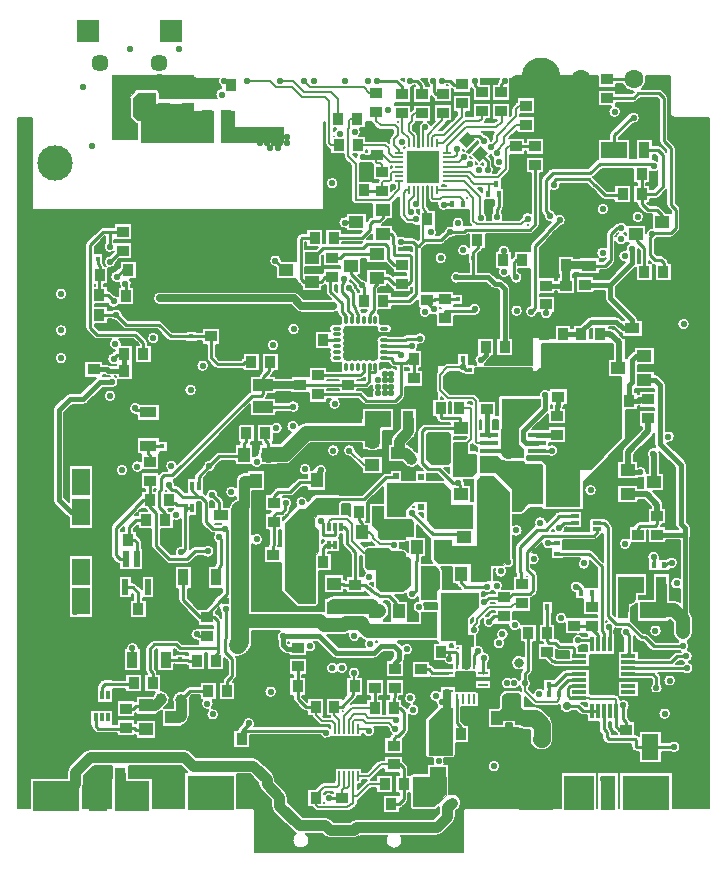
<source format=gbr>
G04 EasyPC Gerber Version 21.0.3 Build 4286 *
G04 #@! TF.Part,Single*
G04 #@! TF.FileFunction,Copper,L4,Bot *
G04 #@! TF.FilePolarity,Positive *
%FSLAX35Y35*%
%MOIN*%
G04 #@! TA.AperFunction,SMDPad*
%ADD127O,0.01181X0.03150*%
%ADD149R,0.00787X0.03346*%
%ADD146R,0.00787X0.03150*%
%ADD156R,0.01102X0.03346*%
%ADD141R,0.01181X0.02559*%
%ADD152R,0.01181X0.05118*%
%ADD139R,0.01339X0.03150*%
%ADD134R,0.01378X0.01575*%
%ADD155R,0.01781X0.01969*%
%ADD144R,0.02200X0.05200*%
%ADD124R,0.03543X0.03937*%
%ADD132R,0.03543X0.05512*%
%ADD140R,0.03583X0.05512*%
%ADD136R,0.04000X0.04800*%
G04 #@! TA.AperFunction,ComponentPad*
%ADD17R,0.05118X0.11811*%
G04 #@! TA.AperFunction,SMDPad*
%ADD137R,0.05512X0.08661*%
G04 #@! TA.AperFunction,ComponentPad*
%ADD70R,0.05906X0.09843*%
%ADD16R,0.06000X0.09055*%
G04 #@! TA.AperFunction,SMDPad*
%ADD154R,0.07480X0.11811*%
%ADD150R,0.07677X0.09646*%
G04 #@! TA.AperFunction,ComponentPad*
%ADD19R,0.09843X0.11811*%
%ADD22R,0.01969X0.01969*%
G04 #@! TA.AperFunction,SMDPad*
%ADD158R,0.06693X0.06693*%
G04 #@! TA.AperFunction,ComponentPad*
%ADD25R,0.07480X0.07480*%
G04 #@! TA.AperFunction,SMDPad*
%ADD128R,0.10236X0.10236*%
%ADD148R,0.10827X0.10827*%
G04 #@! TD.AperFunction*
%ADD11C,0.00394*%
%ADD13C,0.00500*%
%ADD12C,0.00787*%
%ADD29C,0.01000*%
%ADD118C,0.01500*%
%ADD74C,0.01575*%
G04 #@! TA.AperFunction,ComponentPad*
%ADD23C,0.01969*%
%ADD28C,0.02000*%
G04 #@! TA.AperFunction,WasherPad*
%ADD14C,0.02165*%
G04 #@! TD.AperFunction*
%ADD10C,0.02500*%
G04 #@! TA.AperFunction,ViaPad*
%ADD122C,0.02756*%
G04 #@! TD.AperFunction*
%ADD162C,0.02953*%
G04 #@! TA.AperFunction,ViaPad*
%ADD119C,0.03150*%
G04 #@! TD.AperFunction*
%ADD120C,0.03543*%
G04 #@! TA.AperFunction,ViaPad*
%ADD121C,0.03937*%
G04 #@! TD.AperFunction*
%ADD163C,0.04724*%
G04 #@! TA.AperFunction,ViaPad*
%ADD112C,0.04800*%
G04 #@! TD.AperFunction*
%ADD72C,0.05000*%
%ADD161C,0.05512*%
G04 #@! TA.AperFunction,ComponentPad*
%ADD24C,0.05709*%
G04 #@! TD.AperFunction*
%ADD114C,0.05906*%
G04 #@! TA.AperFunction,ComponentPad*
%ADD26C,0.06299*%
%ADD27C,0.07087*%
G04 #@! TA.AperFunction,ViaPad*
%ADD113C,0.11811*%
G04 #@! TA.AperFunction,WasherPad*
%ADD15C,0.12992*%
G04 #@! TA.AperFunction,SMDPad*
%ADD126O,0.03150X0.01181*%
%ADD147R,0.03150X0.00787*%
%ADD151R,0.02700X0.01000*%
%ADD157R,0.03346X0.01102*%
%ADD153R,0.05118X0.01181*%
%ADD142R,0.03150X0.01339*%
%ADD135R,0.01575X0.01378*%
%ADD159R,0.01969X0.01781*%
%ADD129R,0.06000X0.01800*%
%ADD125R,0.03937X0.03543*%
%ADD138R,0.05512X0.03543*%
%ADD133R,0.04803X0.03583*%
%ADD160R,0.05512X0.03583*%
%ADD143R,0.06693X0.03937*%
%ADD130R,0.04800X0.04000*%
%ADD131R,0.08661X0.05512*%
G04 #@! TA.AperFunction,ComponentPad*
%ADD71R,0.11811X0.09843*%
%ADD21R,0.15748X0.09843*%
%ADD20R,0.11811X0.11811*%
%ADD18R,0.15748X0.11811*%
G04 #@! TA.AperFunction,SMDPad*
%AMT145*0 Rectangle Pad at angle 135*21,1,0.03543,0.03937,0,0,135*%
%ADD145T145*%
X0Y0D02*
D02*
D10*
X95663Y171142D02*
X83222D01*
X105033Y130521D02*
Y130551D01*
X103459*
Y130591*
X106608Y197402D02*
X95978D01*
X93459Y199921*
X48813*
X115427Y91496D02*
X116057Y91654D01*
X129364Y114331D02*
Y112441D01*
X131096*
Y104882*
X129522Y103307*
X122907*
X122120Y104094*
Y110551*
X118498*
Y115433*
X124640*
Y114331*
X129364*
G36*
Y112441*
X131096*
Y104882*
X129522Y103307*
X122907*
X122120Y104094*
Y110551*
X118498*
Y115433*
X124640*
Y114331*
X129364*
G37*
X138518Y91004D02*
X137474D01*
X138262Y91575*
X138970Y154094D02*
X144404D01*
Y145669*
X139994*
X138970Y146693*
Y154094*
G36*
X144404*
Y145669*
X139994*
X138970Y146693*
Y154094*
G37*
X144600Y60945D02*
Y68386D01*
X150900Y60945D02*
X153262D01*
Y55000*
X155624*
Y55591*
X156805Y56772*
Y64646*
X160348*
Y80984*
X157986Y83346*
Y85709*
X167947Y64724D02*
Y62953D01*
X168616Y62283*
X169270Y60087*
X184089Y182047D02*
X196766D01*
Y171969*
X199837*
Y157638*
X185742*
Y172835*
X182750*
Y180709*
X184089Y182047*
G36*
X196766*
Y171969*
X199837*
Y157638*
X185742*
Y172835*
X182750*
Y180709*
X184089Y182047*
G37*
X184167Y210906D02*
X191923D01*
X191963Y210866*
X184167Y210906D02*
Y204311D01*
X184266Y204213*
D02*
D11*
X66608Y252205D02*
X42435D01*
Y259370*
X41333*
X39915Y260787*
Y266850*
X41490Y268425*
X47238*
Y264882*
X59994*
Y262441*
X66608*
Y252205*
G36*
X42435*
Y259370*
X41333*
X39915Y260787*
Y266850*
X41490Y268425*
X47238*
Y264882*
X59994*
Y262441*
X66608*
Y252205*
G37*
X68376Y273254D02*
X61037D01*
G75*
G02X59803Y274488J1234*
G01*
X49248*
G75*
G02X47906I-671J3780*
G01*
X32986*
Y252913*
X41254*
Y258192*
G75*
G02X40497Y258535I79J1179*
G01*
X39081Y259952*
G75*
G02X38734Y260787I835J836*
G01*
Y266850*
G75*
G02X39081Y267686I1181*
G01*
X40654Y269260*
G75*
G02X41490Y269606I836J-835*
G01*
X47238*
G75*
G02X48419Y268425J-1181*
G01*
Y266772*
X67773*
G75*
G02X69128Y269903I1748J1102*
G01*
Y270823*
G75*
G02X68376Y273254I1181J1697*
G01*
G36*
X61037*
G75*
G02X59803Y274488J1234*
G01*
X49248*
G75*
G02X47906I-671J3780*
G01*
X32986*
Y252913*
X41254*
Y258192*
G75*
G02X40497Y258535I79J1179*
G01*
X39081Y259952*
G75*
G02X38734Y260787I835J836*
G01*
Y266850*
G75*
G02X39081Y267686I1181*
G01*
X40654Y269260*
G75*
G02X41490Y269606I836J-835*
G01*
X47238*
G75*
G02X48419Y268425J-1181*
G01*
Y266772*
X67773*
G75*
G02X69128Y269903I1748J1102*
G01*
Y270823*
G75*
G02X68376Y273254I1181J1697*
G01*
G37*
X89915Y257165D02*
X73459D01*
Y262362*
X69207*
Y252205*
X89915*
Y257165*
G36*
X73459*
Y262362*
X69207*
Y252205*
X89915*
Y257165*
G37*
X100073Y124173D02*
Y126772D01*
X101333Y128031*
X108341*
Y133465*
X100860*
X97081Y129685*
X95191*
X90388Y124882*
Y102835*
X94955Y98268*
X100545*
Y114882*
X100781*
X101569Y115669*
Y122677*
X100073Y124173*
G36*
Y126772*
X101333Y128031*
X108341*
Y133465*
X100860*
X97081Y129685*
X95191*
X90388Y124882*
Y102835*
X94955Y98268*
X100545*
Y114882*
X100781*
X101569Y115669*
Y122677*
X100073Y124173*
G37*
X122278Y119764D02*
X130624D01*
Y120630*
X133144*
Y125512*
X132435Y126220*
X123222*
Y130551*
X119679*
Y124488*
X121648Y122520*
Y120394*
X122278Y119764*
G36*
X130624*
Y120630*
X133144*
Y125512*
X132435Y126220*
X123222*
Y130551*
X119679*
Y124488*
X121648Y122520*
Y120394*
X122278Y119764*
G37*
X133301Y40472D02*
X144089D01*
Y34409*
X140309Y30630*
X133301*
Y40472*
G36*
X144089*
Y34409*
X140309Y30630*
X133301*
Y40472*
G37*
X135900Y102756D02*
Y110630D01*
X140388*
X141963Y109055*
Y103465*
X139679Y101181*
X137474*
X135900Y102756*
G36*
Y110630*
X140388*
X141963Y109055*
Y103465*
X139679Y101181*
X137474*
X135900Y102756*
G37*
X138419Y47795D02*
Y59213D01*
X142593Y63386*
X146136*
Y47795*
X138419*
G36*
Y59213*
X142593Y63386*
X146136*
Y47795*
X138419*
G37*
X142356Y101811D02*
Y85984D01*
X147396*
Y84724*
X151254*
Y93307*
X154876Y96929*
Y101811*
X142356*
G36*
Y85984*
X147396*
Y84724*
X151254*
Y93307*
X154876Y96929*
Y101811*
X142356*
G37*
X145663Y131102D02*
X152986D01*
Y123465*
X140309*
X137789Y125984*
Y132520*
X133616*
X130467Y129370*
Y127402*
X124482*
Y138268*
X143301*
X145663Y135906*
Y131102*
G36*
X152986*
Y123465*
X140309*
X137789Y125984*
Y132520*
X133616*
X130467Y129370*
Y127402*
X124482*
Y138268*
X143301*
X145663Y135906*
Y131102*
G37*
X155663Y148740D02*
X163459D01*
X165270Y146929*
X169915*
Y149685*
X168262Y151339*
Y156772*
X175427Y163937*
Y166535*
X162750*
Y150472*
X162120Y149843*
X155663*
Y148740*
G36*
X163459*
X165270Y146929*
X169915*
Y149685*
X168262Y151339*
Y156772*
X175427Y163937*
Y166535*
X162750*
Y150472*
X162120Y149843*
X155663*
Y148740*
G37*
X157632Y105827D02*
X152671D01*
Y111575*
X141569*
X140073Y113071*
Y119370*
X145978*
Y117402*
X154561*
Y139528*
X155427Y140394*
X160073*
X165191Y135276*
Y113228*
X163065Y111102*
X158892*
Y107087*
X157632Y105827*
G36*
X152671*
Y111575*
X141569*
X140073Y113071*
Y119370*
X145978*
Y117402*
X154561*
Y139528*
X155427Y140394*
X160073*
X165191Y135276*
Y113228*
X163065Y111102*
X158892*
Y107087*
X157632Y105827*
G37*
D02*
D12*
X55663Y73898D02*
X67041D01*
X68026Y72913*
Y63937*
X69679Y62283*
Y59055*
X68577Y57953*
X68183*
X65703Y55472*
X100703Y33543D02*
Y31181D01*
X101490Y30394*
X111333*
X113301Y31575*
Y33937*
X102474Y40705D02*
X95857D01*
X94404Y39252*
Y33543*
X107022Y40705D02*
X102474D01*
X107022Y56303D02*
Y58169D01*
X106136Y59055*
X102947*
X100900Y61102*
Y63661*
X100703Y63858*
X108341Y259606D02*
Y266299D01*
X105978Y268661*
X96923*
X93144Y272441*
X89069*
X88990Y272520*
X108419Y250945D02*
X105978D01*
X105348Y251575*
Y265748*
X104010Y267087*
X96136*
X92986Y270236*
X87632*
X85506Y272362*
X78104*
X77947Y272520*
X108596Y40705D02*
X108577Y37874D01*
X107789Y37087*
X103459*
X100703Y34331*
Y33543*
X108596Y56303D02*
X108577Y59528D01*
X107002Y61102*
Y63858*
X110171Y36693D02*
Y36634D01*
X109522Y35984*
Y33701*
X109364Y33543*
X110171Y40705D02*
Y36693D01*
Y56303D02*
Y60709D01*
X112927Y63465*
X120388*
X111746Y40705D02*
Y37264D01*
X111175Y36693*
X110171*
X113301Y33937D02*
X114482D01*
X118616Y38071*
X123734*
X113301Y33937D02*
X113321Y40705D01*
Y56303D02*
Y58957D01*
X113695Y59331*
X116569*
X117474Y58425*
X125073*
X126963Y56535*
X127159*
X113537Y75118D02*
Y70709D01*
X113695Y70551*
X114719Y250945D02*
X124010D01*
X125033Y249921*
Y248425*
X126530Y246929*
X128656*
X114896Y56303D02*
X117943D01*
X118498Y55748*
X118647Y121898D02*
X119797Y120748D01*
Y120138*
X122041Y117894*
X127002*
X119631Y144346D02*
X116829D01*
X111963Y149213*
X120112Y113198D02*
Y113376D01*
X118291Y115197*
X116785*
X112927Y119055*
Y124567*
X111057Y126437*
X106037*
X105270Y125669*
X105289Y123720*
X120939Y268504D02*
X118577D01*
X116844Y270236*
X98970*
X96687Y272520*
X122750Y242126D02*
Y244331D01*
X122120Y244961*
X121333*
X120860Y245433*
Y247559*
X121018Y247717*
X126687Y44567D02*
X122356D01*
X118494Y40705*
X114896*
X127632Y59528D02*
X127041Y60118D01*
X118222*
X117041Y61299*
X113518*
X111746Y59528*
Y56303*
X128656Y239055D02*
Y236220D01*
X125270Y232835*
X114089*
Y244882*
X111648Y247323*
Y254094*
X111411Y254331*
Y256299*
X111726Y256614*
Y259134*
X112278Y259685*
X114561*
X114640Y259606*
X128656Y242205D02*
X126372D01*
X125900Y241732*
Y239449*
X125348Y238898*
X123301*
X122907Y238504*
Y235984*
X122750Y235827*
X128656Y245354D02*
X125506D01*
X123144Y247717*
X121018*
X128656Y248504D02*
Y249291D01*
X126923Y251024*
Y253071*
X128104Y254252*
Y256614*
X127159Y257559*
X122435*
X120860Y259134*
Y262126*
X120939Y262205*
X131805Y235906D02*
X130781D01*
X130073Y235197*
Y227717*
X131648Y226142*
X134325*
Y226220*
X131805Y251654D02*
Y253228D01*
X129600Y255433*
Y261654*
X133380Y235906D02*
Y233937D01*
X131963Y232520*
Y229291*
X132593Y228661*
X132514*
X133380Y251654D02*
Y254094D01*
X131884Y255591*
Y258031*
X132907Y259055*
Y260709*
X133852Y261654*
X136136*
X134955Y235906D02*
Y232205D01*
X134246Y231496*
X134955Y251654D02*
Y255827D01*
X134167Y256614*
X136530Y235906D02*
Y229921D01*
X137317Y229134*
X136530Y251654D02*
Y256299D01*
X137159Y256929*
X137317Y229134D02*
Y227087D01*
X136608*
Y219449*
X136687Y219370*
X137002*
X137317Y229134D02*
X137474Y228976D01*
Y226693*
X137947Y226220*
X138104Y235906D02*
Y231181D01*
X139364Y229921*
X139915*
X141096Y228740*
Y226772*
X141648Y226220*
X144246*
X138104Y251654D02*
Y254409D01*
X141333Y257638*
Y257717*
X142907Y259291*
Y261654*
X143065Y261811*
X139679Y235906D02*
Y233228D01*
X139837Y233071*
X142041*
X142750Y233780*
X148863*
X149886Y232756*
Y231374*
X139679Y251654D02*
Y253701D01*
X140467Y254488*
X143459*
X149443Y260472*
Y264803*
X149600Y264961*
X141254Y251654D02*
X143065D01*
X150388Y258976*
X155348*
X156057Y259685*
Y262283*
X156136Y262362*
X144404Y239055D02*
X150230D01*
X155663Y233622*
Y226850*
X155742*
X144404Y240630D02*
X151096D01*
X153537Y238189*
X158300*
Y238150*
X144404Y243780D02*
X151018D01*
X152002Y244764*
X152041Y244724*
X144404Y245354D02*
X148419D01*
X150152Y247087*
X144404Y246929D02*
X146963D01*
X147750Y247717*
Y249685*
X144404Y248504D02*
Y250551D01*
X150860Y257008*
X160939*
X162750Y258819*
Y262205*
X162671Y262283*
X146687Y140866D02*
X152829D01*
X154089Y142126*
Y147795*
X151175*
Y151575*
X147002*
Y144331*
X146687Y144016*
Y140866*
G36*
X152829*
X154089Y142126*
Y147795*
X151175*
Y151575*
X147002*
Y144331*
X146687Y144016*
Y140866*
G37*
X148656Y163465D02*
X152278D01*
X152671Y163071*
Y153150*
X149097Y149576*
Y148638*
X153380Y89528D02*
Y90551D01*
X154561Y91732*
Y93071*
X158577Y97087*
X155821Y147008D02*
Y142047D01*
X160860*
X166057Y136850*
X166608*
Y129134*
X169128*
X171569Y131575*
X176293*
Y144173*
X175978Y144488*
X170309*
Y145354*
X162907*
X161254Y147008*
X155821*
G36*
Y142047*
X160860*
X166057Y136850*
X166608*
Y129134*
X169128*
X171569Y131575*
X176293*
Y144173*
X175978Y144488*
X170309*
Y145354*
X162907*
X161254Y147008*
X155821*
G37*
X158144Y234759D02*
X158419D01*
Y238031*
X158300Y238150*
X158306Y238145*
X160979*
X158430Y151752D02*
X154620D01*
X154246Y152126*
Y165669*
X153222Y166693*
X144955*
X142120Y169528*
Y174409*
X144640Y176929*
X149837*
X158577Y97087D02*
X165821D01*
X166687Y97953*
X168970*
X169364Y98346*
X161175Y248268D02*
Y249213D01*
X163616Y251654*
Y253780*
X167474Y257638*
X170545*
X170703Y257795*
X163380Y100276D02*
X163852D01*
X164167Y100591*
X167435Y250669D02*
X165112D01*
X164167Y249724*
Y243150*
X161411Y240394*
X153931*
X152120Y242205*
X144404*
X168970Y67244D02*
X168183Y68031D01*
X164167*
X163301Y67165*
Y63150*
X162435Y62283*
Y60551*
X162750Y60236*
X168970*
Y67244*
G36*
X168183Y68031*
X164167*
X163301Y67165*
Y63150*
X162435Y62283*
Y60551*
X162750Y60236*
X168970*
Y67244*
G37*
X170703Y264094D02*
X168419D01*
X167396Y263071*
Y260551*
X161018Y254173*
Y252362*
X159049Y250394*
X171411Y226535D02*
X171254D01*
X169285Y224567*
X154482*
X153301Y225748*
Y233543*
X150939Y235906*
X141254*
X181922Y67918D02*
Y66259D01*
X181175Y65512*
X174089*
X170467Y69134*
Y71654*
X200703Y62461D02*
Y66063D01*
X200467Y66299*
X192278*
X191884Y66693*
X188793*
X188675Y66811*
D02*
D13*
X27043Y204632D02*
Y204069D01*
X27118*
Y204632*
X27043*
G36*
Y204069*
X27118*
Y204632*
X27043*
G37*
Y217159D02*
Y214974D01*
X29988*
Y211621*
G75*
G02X30350Y210644I-1175J-991*
G01*
X30762*
G75*
G02X32223Y214245I1516J1482*
G01*
X33602Y215625*
Y215630*
G75*
G02X30583Y218606I-1482J1516*
G01*
Y220589*
X30474*
X27043Y217159*
G36*
Y214974*
X29988*
Y211621*
G75*
G02X30350Y210644I-1175J-991*
G01*
X30762*
G75*
G02X32223Y214245I1516J1482*
G01*
X33602Y215625*
Y215630*
G75*
G02X30583Y218606I-1482J1516*
G01*
Y220589*
X30474*
X27043Y217159*
G37*
X29693Y174472D02*
Y174071D01*
X32063*
G75*
G02X32082Y174079I845J-1959*
G01*
X31415*
G75*
G02X30292Y174472I-3J1788*
G01*
X29693*
G36*
Y174071*
X32063*
G75*
G02X32082Y174079I845J-1959*
G01*
X31415*
G75*
G02X30292Y174472I-3J1788*
G01*
X29693*
G37*
X32539Y30205D02*
Y40093D01*
X32736*
Y44199*
X26827*
X23394Y40766*
Y38071*
G75*
G02X23256Y37202I-2809*
G01*
Y30205*
X32539*
G36*
Y40093*
X32736*
Y44199*
X26827*
X23394Y40766*
Y38071*
G75*
G02X23256Y37202I-2809*
G01*
Y30205*
X32539*
G37*
X34114Y174079D02*
X33733D01*
G75*
G02X34114Y173869I-825J-1952*
G01*
Y174079*
G36*
X33733*
G75*
G02X34114Y173869I-825J-1952*
G01*
Y174079*
G37*
X35783Y122774D02*
Y122533D01*
X36724*
Y123698*
G75*
G02Y123700I635J1*
G01*
G75*
G02Y123701I635J0*
G01*
G75*
G02X36725Y123738I1687J1*
G01*
X35783Y122774*
G36*
Y122533*
X36724*
Y123698*
G75*
G02Y123700I635J1*
G01*
G75*
G02Y123701I635J0*
G01*
G75*
G02X36725Y123738I1687J1*
G01*
X35783Y122774*
G37*
X41516Y128645D02*
X40644Y127752D01*
G75*
G02X40785Y127758I137J-1688*
G01*
X41516*
Y128645*
G36*
X40644Y127752*
G75*
G02X40785Y127758I137J-1688*
G01*
X41516*
Y128645*
G37*
X42618Y129755D02*
X41932Y129069D01*
X44434*
X44074Y129429*
G75*
G02X43821Y129750I1196J1200*
G01*
X42618*
Y129755*
G36*
X41932Y129069*
X44434*
X44074Y129429*
G75*
G02X43821Y129750I1196J1200*
G01*
X42618*
Y129755*
G37*
X46965Y136404D02*
Y135762D01*
X47128*
G75*
G02X47351Y136404I1528J-172*
G01*
X46965*
G36*
Y135762*
X47128*
G75*
G02X47351Y136404I1528J-172*
G01*
X46965*
G37*
X49248Y123057D02*
Y118182D01*
X52586Y114844*
X53863*
G75*
G02X55701Y117544I2037J589*
G01*
Y126261*
G75*
G02X53433Y125951I-1376J1613*
G01*
Y123057*
X49248*
G36*
Y118182*
X52586Y114844*
X53863*
G75*
G02X55701Y117544I2037J589*
G01*
Y126261*
G75*
G02X53433Y125951I-1376J1613*
G01*
Y123057*
X49248*
G37*
X50729Y135924D02*
G75*
G02X50696Y135762I-1521J219D01*
G01*
X50891*
X50729Y135924*
G36*
G75*
G02X50696Y135762I-1521J219*
G01*
X50891*
X50729Y135924*
G37*
X53337Y129750D02*
X51395D01*
X51710Y129435*
G75*
G02X51981Y129069I-1087J-1089*
G01*
X52574*
G75*
G02X53337Y129750I1751J-1194*
G01*
G36*
X51395*
X51710Y129435*
G75*
G02X51981Y129069I-1087J-1089*
G01*
X52574*
G75*
G02X53337Y129750I1751J-1194*
G01*
G37*
X53531Y83030D02*
Y81065D01*
X53839*
Y81333*
X54992*
G75*
G02X56335I672J-1727*
G01*
X57488*
Y81065*
X57789*
G75*
G02X58287Y80982I0J-1537*
G01*
Y81770*
X55506*
G75*
G02X54417Y82221J1538*
G01*
X53609Y83030*
X53531*
G36*
Y81065*
X53839*
Y81333*
X54992*
G75*
G02X56335I672J-1727*
G01*
X57488*
Y81065*
X57789*
G75*
G02X58287Y80982I0J-1537*
G01*
Y81770*
X55506*
G75*
G02X54417Y82221J1538*
G01*
X53609Y83030*
X53531*
G37*
X56811Y30205D02*
Y42140D01*
X57899*
G75*
G02X57850Y42187I1941J2039*
G01*
X55839Y44199*
X38354*
Y40093*
X46425*
Y30205*
X56811*
G36*
Y42140*
X57899*
G75*
G02X57850Y42187I1941J2039*
G01*
X55839Y44199*
X38354*
Y40093*
X46425*
Y30205*
X56811*
G37*
X66160Y132369D02*
G75*
G02X65605Y132457I54J2119D01*
G01*
G75*
G02X65626Y132205I-1516J-252*
G01*
Y130388*
X66961*
Y131568*
X66160Y132369*
G36*
G75*
G02X65605Y132457I54J2119*
G01*
G75*
G02X65626Y132205I-1516J-252*
G01*
Y130388*
X66961*
Y131568*
X66160Y132369*
G37*
X67488Y95399D02*
Y95028D01*
G75*
G02X68051Y94669I-526J-1445*
G01*
X69244Y93476*
Y94839*
G75*
G02X68682Y96592I1537J1459*
G01*
X67488Y95399*
G36*
Y95028*
G75*
G02X68051Y94669I-526J-1445*
G01*
X69244Y93476*
Y94839*
G75*
G02X68682Y96592I1537J1459*
G01*
X67488Y95399*
G37*
X69211Y124730D02*
X67044D01*
X67088Y124687*
X69164*
G75*
G02X69211Y124730I1461J-1533*
G01*
G36*
X67044*
X67088Y124687*
X69164*
G75*
G02X69211Y124730I1461J-1533*
G01*
G37*
X71673Y99938D02*
X70009Y98273D01*
G75*
G02X71673Y98222I773J-1974*
G01*
Y99938*
G36*
X70009Y98273*
G75*
G02X71673Y98222I773J-1974*
G01*
Y99938*
G37*
X88382Y117795D02*
G75*
G02X88270Y117219I-1537J0D01*
G01*
X89154*
Y122703*
X88382*
Y117799*
G75*
G02Y117796I-868J-1*
G01*
G75*
G02Y117795I-740J0*
G01*
G36*
G75*
G02X88270Y117219I-1537J0*
G01*
X89154*
Y122703*
X88382*
Y117799*
G75*
G02Y117796I-868J-1*
G01*
G75*
G02Y117795I-740J0*
G01*
G37*
X91624Y85535D02*
Y85071D01*
X91791Y84904*
Y85535*
X91624*
G36*
Y85071*
X91791Y84904*
Y85535*
X91624*
G37*
X97280Y210254D02*
Y208329D01*
X102847*
G75*
G02X103209Y208561I1005J-1164*
G01*
Y209974*
X108927*
Y210656*
X103209*
Y214411*
X102927Y214129*
Y210254*
X97280*
G36*
Y208329*
X102847*
G75*
G02X103209Y208561I1005J-1164*
G01*
Y209974*
X108927*
Y210656*
X103209*
Y214411*
X102927Y214129*
Y210254*
X97280*
G37*
Y218620D02*
Y216329D01*
X100779*
X101602Y217152*
X97579*
Y218620*
X97280*
G36*
Y216329*
X100779*
X101602Y217152*
X97579*
Y218620*
X97280*
G37*
X102803Y119322D02*
Y118487D01*
X103020Y118704*
G75*
G02X103661Y119089I1088J-1086*
G01*
Y119270*
X103222*
G75*
G02X102803Y119322I0J1695*
G01*
G36*
Y118487*
X103020Y118704*
G75*
G02X103661Y119089I1088J-1086*
G01*
Y119270*
X103222*
G75*
G02X102803Y119322I0J1695*
G01*
G37*
X103512Y31838D02*
Y31825D01*
X103523*
G75*
G02X103512Y31838I1585J1404*
G01*
G36*
Y31825*
X103523*
G75*
G02X103512Y31838I1585J1404*
G01*
G37*
Y34893D02*
Y34619D01*
G75*
G02X106143Y35081I1600J-1391*
G01*
X106358*
Y35498*
X104117*
X103512Y34893*
G36*
Y34619*
G75*
G02X106143Y35081I1600J-1391*
G01*
X106358*
Y35498*
X104117*
X103512Y34893*
G37*
X104575Y169604D02*
Y169530D01*
X108524*
Y169604*
X104575*
G36*
Y169530*
X108524*
Y169604*
X104575*
G37*
Y172754D02*
Y172679D01*
X108524*
Y172754*
X104575*
G36*
Y172679*
X108524*
Y172754*
X104575*
G37*
X106780Y253982D02*
Y253951D01*
X106793*
G75*
G02X106780Y253982I1940J843*
G01*
G36*
Y253951*
X106793*
G75*
G02X106780Y253982I1940J843*
G01*
G37*
Y256600D02*
Y255624D01*
G75*
G02X107610Y256600I1955J-821*
G01*
X106780*
G36*
Y255624*
G75*
G02X107610Y256600I1955J-821*
G01*
X106780*
G37*
X107122Y204356D02*
Y202684D01*
X107827Y201980*
Y204356*
X107122*
G36*
Y202684*
X107827Y201980*
Y204356*
X107122*
G37*
X109496Y218620D02*
Y218230D01*
X115893*
X116284Y218622*
G75*
G02X116215Y218620I-69J1532*
G01*
X109496*
G36*
Y218230*
X115893*
X116284Y218622*
G75*
G02X116215Y218620I-69J1532*
G01*
X109496*
G37*
X109575Y128031D02*
G75*
G02Y128026I-1235J-3D01*
G01*
X111054*
G75*
G02X112180Y127560I3J-1589*
G01*
X112303Y127437*
Y131455*
X109575*
Y128031*
G36*
G75*
G02Y128026I-1235J-3*
G01*
X111054*
G75*
G02X112180Y127560I3J-1589*
G01*
X112303Y127437*
Y131455*
X109575*
Y128031*
G37*
X109811Y62387D02*
Y62372D01*
X109833Y62394*
G75*
G02X109811Y62387I-463J1461*
G01*
G36*
Y62372*
X109833Y62394*
G75*
G02X109811Y62387I-463J1461*
G01*
G37*
X110152Y87703D02*
X104412D01*
X108437Y83677*
X117127*
G75*
G02X117141Y85796I1844J1047*
G01*
G75*
G02X115933Y86576I1199J3181*
G01*
X115645Y86865*
G75*
G02X111563Y88010I-2029J615*
G01*
G75*
G02X110152Y87703I-1412J3093*
G01*
G36*
X104412*
X108437Y83677*
X117127*
G75*
G02X117141Y85796I1844J1047*
G01*
G75*
G02X115933Y86576I1199J3181*
G01*
X115645Y86865*
G75*
G02X111563Y88010I-2029J615*
G01*
G75*
G02X110152Y87703I-1412J3093*
G01*
G37*
X112301Y206001D02*
G75*
G02X112150Y205556I-2072J457D01*
G01*
G75*
G02X113924Y203519I-345J-2092*
G01*
X114387Y203057*
G75*
G02X114839Y201982I-1086J-1089*
G01*
X115228*
Y202385*
G75*
G02X114095Y204207I987J1877*
G01*
X112301Y206001*
G36*
G75*
G02X112150Y205556I-2072J457*
G01*
G75*
G02X113924Y203519I-345J-2092*
G01*
X114387Y203057*
G75*
G02X114839Y201982I-1086J-1089*
G01*
X115228*
Y202385*
G75*
G02X114095Y204207I987J1877*
G01*
X112301Y206001*
G37*
X114508Y247939D02*
X113278D01*
X114252Y246965*
G75*
G02X114508Y247939I2119J-35*
G01*
G36*
X113278*
X114252Y246965*
G75*
G02X114508Y247939I2119J-35*
G01*
G37*
X114535Y169604D02*
Y169530D01*
X115506*
G75*
G02X116594Y169078J-1538*
G01*
X118308Y167364*
X119651*
G75*
G02X119758Y169370I1918J904*
G01*
G75*
G02X119489Y170884I1811J1102*
G01*
X118661Y170056*
G75*
G02X117573Y169604I-1089J1086*
G01*
X114535*
G36*
Y169530*
X115506*
G75*
G02X116594Y169078J-1538*
G01*
X118308Y167364*
X119651*
G75*
G02X119758Y169370I1918J904*
G01*
G75*
G02X119489Y170884I1811J1102*
G01*
X118661Y170056*
G75*
G02X117573Y169604I-1089J1086*
G01*
X114535*
G37*
Y172754D02*
Y172679D01*
X116936*
X117118Y172861*
Y173730*
X116594Y173206*
G75*
G02X115506Y172754I-1089J1086*
G01*
X114535*
G36*
Y172679*
X116936*
X117118Y172861*
Y173730*
X116594Y173206*
G75*
G02X115506Y172754I-1089J1086*
G01*
X114535*
G37*
X114890Y37996D02*
Y36369D01*
X117603Y39081*
G75*
G02X117841Y39274I1014J-1010*
G01*
X116327*
Y37996*
X114890*
G36*
Y36369*
X117603Y39081*
G75*
G02X117841Y39274I1014J-1010*
G01*
X116327*
Y37996*
X114890*
G37*
X115547Y114189D02*
Y107219D01*
X116476*
G75*
G02X117286Y108611I2100J-290*
G01*
G75*
G02X116211Y110551I1212J1940*
G01*
Y113716*
G75*
G02X115662Y114074I575J1481*
G01*
X115547Y114189*
G36*
Y107219*
X116476*
G75*
G02X117286Y108611I2100J-290*
G01*
G75*
G02X116211Y110551I1212J1940*
G01*
Y113716*
G75*
G02X115662Y114074I575J1481*
G01*
X115547Y114189*
G37*
X115803Y207671D02*
X114979D01*
X116269Y206381*
G75*
G02X117628Y205842I-55J-2120*
G01*
Y209746*
X124502*
Y208467*
X124719*
G75*
G02X125919Y207968J-1694*
G01*
X126358Y207529*
Y207612*
X130898*
Y208293*
X126358*
Y209672*
G75*
G02X125835Y210017I565J1430*
G01*
X124180Y211671*
X117628*
Y213171*
X115803*
Y207671*
G36*
X114979*
X116269Y206381*
G75*
G02X117628Y205842I-55J-2120*
G01*
Y209746*
X124502*
Y208467*
X124719*
G75*
G02X125919Y207968J-1694*
G01*
X126358Y207529*
Y207612*
X130898*
Y208293*
X126358*
Y209672*
G75*
G02X125835Y210017I565J1430*
G01*
X124180Y211671*
X117628*
Y213171*
X115803*
Y207671*
G37*
X117512Y245142D02*
G75*
G02X115676Y244926I-1140J1788D01*
G01*
G75*
G02X115677Y244882I-1589J-50*
G01*
G75*
G02Y244881I-531J0*
G01*
G75*
G02Y244879I-449J-1*
G01*
Y238911*
X119811*
Y238636*
X121482*
G75*
G02X121730Y239317I1425J-133*
G01*
X119744*
Y244537*
G75*
G02X119529Y244907I1116J896*
G01*
X118012*
Y245142*
X117512*
G36*
G75*
G02X115676Y244926I-1140J1788*
G01*
G75*
G02X115677Y244882I-1589J-50*
G01*
G75*
G02Y244881I-531J0*
G01*
G75*
G02Y244879I-449J-1*
G01*
Y238911*
X119811*
Y238636*
X121482*
G75*
G02X121730Y239317I1425J-133*
G01*
X119744*
Y244537*
G75*
G02X119529Y244907I1116J896*
G01*
X118012*
Y245142*
X117512*
G37*
X117528Y249514D02*
Y248717D01*
X118012*
Y249514*
X117528*
G36*
Y248717*
X118012*
Y249514*
X117528*
G37*
X117846Y195970D02*
X115796D01*
X116065Y195287*
G75*
G02X117312Y195318I661J-1487*
G01*
G75*
G02X117609Y195734I1383J-672*
G01*
X117846Y195970*
G36*
X115796*
X116065Y195287*
G75*
G02X117312Y195318I661J-1487*
G01*
G75*
G02X117609Y195734I1383J-672*
G01*
X117846Y195970*
G37*
X117921Y125734D02*
X117553D01*
G75*
G02X117643Y125335I-1441J-537*
G01*
X118445*
Y130551*
G75*
G02X118602Y131154I1234*
G01*
Y131746*
X119370*
G75*
G02X119679Y131785I309J-1194*
G01*
X123222*
G75*
G02X123248Y131785I-6J-1234*
G01*
Y137143*
X118012Y131906*
G75*
G02X117824Y131746I-1089J1088*
G01*
X117921*
Y125734*
G36*
X117553*
G75*
G02X117643Y125335I-1441J-537*
G01*
X118445*
Y130551*
G75*
G02X118602Y131154I1234*
G01*
Y131746*
X119370*
G75*
G02X119679Y131785I309J-1194*
G01*
X123222*
G75*
G02X123248Y131785I-6J-1234*
G01*
Y137143*
X118012Y131906*
G75*
G02X117824Y131746I-1089J1088*
G01*
X117921*
Y125734*
G37*
X119150Y118461D02*
X115768D01*
X117036Y117193*
G75*
G02X118498Y117720I1462J-1760*
G01*
X120191*
X119150Y118761*
Y118461*
G36*
X115768*
X117036Y117193*
G75*
G02X118498Y117720I1462J-1760*
G01*
X120191*
X119150Y118761*
Y118461*
G37*
X119303Y258819D02*
X117449D01*
Y256600*
X115514*
G75*
G02X115130Y253951I-1819J-1089*
G01*
X117528*
Y252376*
X124010*
G75*
G02X125023Y251955I0J-1431*
G01*
X125335Y251644*
Y253068*
G75*
G02Y253070I455J1*
G01*
G75*
G02Y253071I557J0*
G01*
G75*
G02X125800Y254194I1589*
G01*
X126516Y254910*
Y255956*
X126502Y255970*
X122438*
G75*
G02X121312Y256436I-3J1589*
G01*
X119737Y258011*
G75*
G02X119303Y258819I1123J1124*
G01*
G36*
X117449*
Y256600*
X115514*
G75*
G02X115130Y253951I-1819J-1089*
G01*
X117528*
Y252376*
X124010*
G75*
G02X125023Y251955I0J-1431*
G01*
X125335Y251644*
Y253068*
G75*
G02Y253070I455J1*
G01*
G75*
G02Y253071I557J0*
G01*
G75*
G02X125800Y254194I1589*
G01*
X126516Y254910*
Y255956*
X126502Y255970*
X122438*
G75*
G02X121312Y256436I-3J1589*
G01*
X119737Y258011*
G75*
G02X119303Y258819I1123J1124*
G01*
G37*
X119596Y221365D02*
X117799Y219567D01*
G75*
G02X117868Y219569I69J-1532*
G01*
X119596*
Y221365*
G36*
X117799Y219567*
G75*
G02X117868Y219569I69J-1532*
G01*
X119596*
Y221365*
G37*
X119833Y105221D02*
G75*
G02X118804Y104821I-1256J1707D01*
G01*
X118956Y104669*
G75*
G02X119506Y104315I-537J-1441*
G01*
X119835Y103987*
G75*
G02X119833Y104094I2286J104*
G01*
Y105221*
G36*
G75*
G02X118804Y104821I-1256J1707*
G01*
X118956Y104669*
G75*
G02X119506Y104315I-537J-1441*
G01*
X119835Y103987*
G75*
G02X119833Y104094I2286J104*
G01*
Y105221*
G37*
X121176Y85577D02*
X120912D01*
G75*
G02X120983Y85393I-1941J-852*
G01*
X121060Y85470*
G75*
G02X121176Y85577I1376J-1376*
G01*
G36*
X120912*
G75*
G02X120983Y85393I-1941J-852*
G01*
X121060Y85470*
G75*
G02X121176Y85577I1376J-1376*
G01*
G37*
X121610Y203143D02*
Y201982D01*
X126031*
Y200671*
X131198*
X132709Y202135*
Y203549*
G75*
G02X132370Y203309I-1141J1254*
G01*
Y201994*
X126358*
Y203141*
G75*
G02X125487Y203607I328J1662*
G01*
X124502Y204591*
Y203671*
X122139*
X121610Y203143*
G36*
Y201982*
X126031*
Y200671*
X131198*
X132709Y202135*
Y203549*
G75*
G02X132370Y203309I-1141J1254*
G01*
Y201994*
X126358*
Y203141*
G75*
G02X125487Y203607I328J1662*
G01*
X124502Y204591*
Y203671*
X122139*
X121610Y203143*
G37*
X122632Y178392D02*
G75*
G02X122244Y178439I0J1629D01*
G01*
G75*
G02X122291Y178051I-1582J-388*
G01*
Y176398*
G75*
G02X124876Y176693I1482J-1516*
G01*
G75*
G02X126481Y176942I1103J-1811*
G01*
G75*
G02X125795Y177339I402J1484*
G01*
X125207Y177927*
G75*
G02X124878Y178416I1087J1089*
G01*
G75*
G02X124600Y178392I-279J1604*
G01*
X122632*
G36*
G75*
G02X122244Y178439I0J1629*
G01*
G75*
G02X122291Y178051I-1582J-388*
G01*
Y176398*
G75*
G02X124876Y176693I1482J-1516*
G01*
G75*
G02X126481Y176942I1103J-1811*
G01*
G75*
G02X125795Y177339I402J1484*
G01*
X125207Y177927*
G75*
G02X124878Y178416I1087J1089*
G01*
G75*
G02X124600Y178392I-279J1604*
G01*
X122632*
G37*
X122926Y224583D02*
G75*
G02X122693Y224392I-1089J1087D01*
G01*
X126470*
Y222885*
G75*
G02X126885Y222606I-728J-1530*
G01*
X127591Y221963*
G75*
G02X128146Y220709I-1140J-1254*
G01*
Y220576*
G75*
G02X130667Y220278I1061J-1835*
G01*
X133144*
G75*
G02X134232Y219826J-1538*
G01*
X134758Y219300*
X135020Y219562*
Y224217*
G75*
G02X133015Y224553I-695J2003*
G01*
X131650*
G75*
G02X130524Y225019I-3J1589*
G01*
X128950Y226593*
G75*
G02X128484Y227717I1123J1123*
G01*
G75*
G02Y227719I449J2*
G01*
Y233803*
X126470Y231789*
Y226317*
X124470*
G75*
G02X124120Y225778I-1436J549*
G01*
X122926Y224583*
G36*
G75*
G02X122693Y224392I-1089J1087*
G01*
X126470*
Y222885*
G75*
G02X126885Y222606I-728J-1530*
G01*
X127591Y221963*
G75*
G02X128146Y220709I-1140J-1254*
G01*
Y220576*
G75*
G02X130667Y220278I1061J-1835*
G01*
X133144*
G75*
G02X134232Y219826J-1538*
G01*
X134758Y219300*
X135020Y219562*
Y224217*
G75*
G02X133015Y224553I-695J2003*
G01*
X131650*
G75*
G02X130524Y225019I-3J1589*
G01*
X128950Y226593*
G75*
G02X128484Y227717I1123J1123*
G01*
G75*
G02Y227719I449J2*
G01*
Y233803*
X126470Y231789*
Y226317*
X124470*
G75*
G02X124120Y225778I-1436J549*
G01*
X122926Y224583*
G37*
X123520Y92805D02*
Y92376D01*
X125445*
Y98359*
X124633Y99171*
X123520*
Y98849*
G75*
G02Y92805I-1557J-3022*
G01*
G36*
Y92376*
X125445*
Y98359*
X124633Y99171*
X123520*
Y98849*
G75*
G02Y92805I-1557J-3022*
G01*
G37*
X125756Y237526D02*
Y235567D01*
X127067Y236878*
Y237624*
X126043*
Y237646*
G75*
G02X125756Y237526I-695J1251*
G01*
G36*
Y235567*
X127067Y236878*
Y237624*
X126043*
Y237646*
G75*
G02X125756Y237526I-695J1251*
G01*
G37*
Y243923D02*
Y243496D01*
G75*
G02X126043Y243598I616J-1292*
G01*
Y243923*
X125756*
G36*
Y243496*
G75*
G02X126043Y243598I616J-1292*
G01*
Y243923*
X125756*
G37*
X126884Y176888D02*
G75*
G02X126526Y176930I1J1537D01*
G01*
G75*
G02X127531Y176325I-548J-2048*
G01*
Y176888*
X126884*
G36*
G75*
G02X126526Y176930I1J1537*
G01*
G75*
G02X127531Y176325I-548J-2048*
G01*
Y176888*
X126884*
G37*
X128169Y258844D02*
X128093D01*
G75*
G02X128169Y258785I-932J-1285*
G01*
Y258844*
G36*
X128093*
G75*
G02X128169Y258785I-932J-1285*
G01*
Y258844*
G37*
X128461Y216756D02*
Y215947D01*
X132041*
G75*
G02X132709Y215810I0J-1695*
G01*
Y217001*
X132507Y217203*
X130667*
G75*
G02X128461Y216756I-1460J1537*
G01*
G36*
Y215947*
X132041*
G75*
G02X132709Y215810I0J-1695*
G01*
Y217001*
X132507Y217203*
X130667*
G75*
G02X128461Y216756I-1460J1537*
G01*
G37*
X128907Y118530D02*
G75*
G02X128882Y116618I-1905J-931D01*
G01*
X129364*
G75*
G02X131461Y115246J-2287*
G01*
Y118856*
G75*
G02X130624Y118530I-837J907*
G01*
X128907*
G36*
G75*
G02X128882Y116618I-1905J-931*
G01*
X129364*
G75*
G02X131461Y115246J-2287*
G01*
Y118856*
G75*
G02X130624Y118530I-837J907*
G01*
X128907*
G37*
X129522Y101020D02*
X127133D01*
X128757Y99396*
G75*
G02X128911Y99217I-1087J-1087*
G01*
X131520*
Y92376*
X134724*
Y95002*
G75*
G02Y99171I388J2084*
G01*
Y100325*
G75*
G02X130787Y101402I-1817J1093*
G01*
G75*
G02X129522Y101020I-1266J1905*
G01*
G36*
X127133*
X128757Y99396*
G75*
G02X128911Y99217I-1087J-1087*
G01*
X131520*
Y92376*
X134724*
Y95002*
G75*
G02Y99171I388J2084*
G01*
Y100325*
G75*
G02X130787Y101402I-1817J1093*
G01*
G75*
G02X129522Y101020I-1266J1905*
G01*
G37*
X130079Y250182D02*
G75*
G02X129988Y250156I-638J2023D01*
G01*
G75*
G02X130079Y249997I-1334J-865*
G01*
Y250182*
G36*
G75*
G02X129988Y250156I-638J2023*
G01*
G75*
G02X130079Y249997I-1334J-865*
G01*
Y250182*
G37*
X130211Y273201D02*
X129348D01*
X130100Y272449*
G75*
G02X130098Y272520I2122J71*
G01*
G75*
G02X130211Y273201I2120J0*
G01*
G36*
X129348*
X130100Y272449*
G75*
G02X130098Y272520I2122J71*
G01*
G75*
G02X130211Y273201I2120J0*
G01*
G37*
X130374Y250300D02*
G75*
G02X130215Y250230I-931J1903D01*
G01*
X130374*
Y250300*
G36*
G75*
G02X130215Y250230I-931J1903*
G01*
X130374*
Y250300*
G37*
X130606Y176888D02*
Y176116D01*
X131882*
Y176778*
X130650*
Y176888*
X130606*
G36*
Y176116*
X131882*
Y176778*
X130650*
Y176888*
X130606*
G37*
X133315Y257439D02*
Y256183D01*
X134390Y255108*
G75*
G02X134801Y254266I-1010J-1014*
G01*
X134811*
Y250230*
X135098*
Y256296*
G75*
G02Y256298I660J1*
G01*
G75*
G02Y256299I663J0*
G01*
G75*
G02X135103Y256414I1433J-2*
G01*
G75*
G02X136250Y258844I2056J515*
G01*
X134323*
G75*
G02X133918Y258042I-1415J211*
G01*
X133315Y257439*
G36*
Y256183*
X134390Y255108*
G75*
G02X134801Y254266I-1010J-1014*
G01*
X134811*
Y250230*
X135098*
Y256296*
G75*
G02Y256298I660J1*
G01*
G75*
G02Y256299I663J0*
G01*
G75*
G02X135103Y256414I1433J-2*
G01*
G75*
G02X136250Y258844I2056J515*
G01*
X134323*
G75*
G02X133918Y258042I-1415J211*
G01*
X133315Y257439*
G37*
X133678Y270982D02*
G75*
G02X133404Y270762I-1460J1538D01*
G01*
X133987*
X133767Y270982*
X133678*
G36*
G75*
G02X133404Y270762I-1460J1538*
G01*
X133987*
X133767Y270982*
X133678*
G37*
X133681Y130839D02*
X133328Y130486D01*
G75*
G02X133681Y130367I-498J-2061*
G01*
Y130839*
G36*
X133328Y130486*
G75*
G02X133681Y130367I-498J-2061*
G01*
Y130839*
G37*
X134378Y120630D02*
G75*
G02X134370Y120492I-1234J2D01*
G01*
X137535*
Y113618*
X136193*
Y112598*
G75*
G02X136026Y111864I-1695*
G01*
X139534*
X139200Y112198*
G75*
G02X138839Y113071I873J873*
G01*
Y119370*
G75*
G02X138927Y119830I1234J0*
G01*
G75*
G02X138636Y120063I909J1429*
G01*
X134378Y124322*
Y120630*
G36*
G75*
G02X134370Y120492I-1234J2*
G01*
X137535*
Y113618*
X136193*
Y112598*
G75*
G02X136026Y111864I-1695*
G01*
X139534*
X139200Y112198*
G75*
G02X138839Y113071I873J873*
G01*
Y119370*
G75*
G02X138927Y119830I1234J0*
G01*
G75*
G02X138636Y120063I909J1429*
G01*
X134378Y124322*
Y120630*
G37*
X135141Y229574D02*
G75*
G02X134504Y229392I-895J1923D01*
G01*
G75*
G02X134634Y228661I-1990J-731*
G01*
G75*
G02X134606Y228322I-2121J1*
G01*
G75*
G02X135138Y228178I-281J-2102*
G01*
Y229226*
X135278*
G75*
G02X135141Y229574I1251J694*
G01*
G36*
G75*
G02X134504Y229392I-895J1923*
G01*
G75*
G02X134634Y228661I-1990J-731*
G01*
G75*
G02X134606Y228322I-2121J1*
G01*
G75*
G02X135138Y228178I-281J-2102*
G01*
Y229226*
X135278*
G75*
G02X135141Y229574I1251J694*
G01*
G37*
X136555Y128470D02*
X135023D01*
X136555Y126938*
Y128470*
G36*
X135023*
X136555Y126938*
Y128470*
G37*
X137744Y141498D02*
Y139502D01*
X143161*
X141208Y141455*
X138104*
G75*
G02X137744Y141498I0J1537*
G01*
G36*
Y139502*
X143161*
X141208Y141455*
X138104*
G75*
G02X137744Y141498I0J1537*
G01*
G37*
X137961Y237329D02*
Y230586D01*
G75*
G02X138903Y229226I-644J-1452*
G01*
X140756*
Y223226*
G75*
G02X140885Y220907I-1707J-1258*
G01*
X141956*
X143583Y222535*
G75*
G02X146297Y224149I2080J-409*
G01*
G75*
G02X146063Y225118I1885J969*
G01*
G75*
G02X150303I2120*
G01*
G75*
G02X150100Y224213I-2120J0*
G01*
G75*
G02X150785Y224372I681J-1378*
G01*
X152431*
X152178Y224625*
G75*
G02X151713Y225748I1123J1123*
G01*
G75*
G02Y225749I531J0*
G01*
G75*
G02Y225751I449J1*
G01*
Y229350*
X144449*
G75*
G02X141310Y231640I-1070J1830*
G01*
X139837*
G75*
G02X138820Y232063I0J1431*
G01*
X138672Y232212*
G75*
G02X138248Y233228I1007J1017*
G01*
Y237329*
X137961*
G36*
Y230586*
G75*
G02X138903Y229226I-644J-1452*
G01*
X140756*
Y223226*
G75*
G02X140885Y220907I-1707J-1258*
G01*
X141956*
X143583Y222535*
G75*
G02X146297Y224149I2080J-409*
G01*
G75*
G02X146063Y225118I1885J969*
G01*
G75*
G02X150303I2120*
G01*
G75*
G02X150100Y224213I-2120J0*
G01*
G75*
G02X150785Y224372I681J-1378*
G01*
X152431*
X152178Y224625*
G75*
G02X151713Y225748I1123J1123*
G01*
G75*
G02Y225749I531J0*
G01*
G75*
G02Y225751I449J1*
G01*
Y229350*
X144449*
G75*
G02X141310Y231640I-1070J1830*
G01*
X139837*
G75*
G02X138820Y232063I0J1431*
G01*
X138672Y232212*
G75*
G02X138248Y233228I1007J1017*
G01*
Y237329*
X137961*
G37*
X137992Y273217D02*
G75*
G02X137789Y273201I-203J1270D01*
G01*
X135897*
X136907Y272191*
G75*
G02X137358Y271102I-1086J-1089*
G01*
Y270762*
X138378*
Y271148*
G75*
G02X137992Y273217I1617J1372*
G01*
G36*
G75*
G02X137789Y273201I-203J1270*
G01*
X135897*
X136907Y272191*
G75*
G02X137358Y271102I-1086J-1089*
G01*
Y270762*
X138378*
Y271148*
G75*
G02X137992Y273217I1617J1372*
G01*
G37*
X141122Y98234D02*
X136895D01*
G75*
G02X137108Y96372I-1783J-1148*
G01*
X141122*
Y98234*
G36*
X136895*
G75*
G02X137108Y96372I-1783J-1148*
G01*
X141122*
Y98234*
G37*
X142407Y196797D02*
X142230D01*
G75*
G02X142263Y196573I-2078J-417*
G01*
G75*
G02X142407Y196797I1491J-805*
G01*
G36*
X142230*
G75*
G02X142263Y196573I-2078J-417*
G01*
G75*
G02X142407Y196797I1491J-805*
G01*
G37*
X142456Y256515D02*
X141861Y255919D01*
X142866*
X145948Y259002*
X144469*
G75*
G02X144058Y258196I-1562J289*
G01*
X142484Y256543*
G75*
G02X142456Y256515I-1139J1095*
G01*
G36*
X141861Y255919*
X142866*
X145948Y259002*
X144469*
G75*
G02X144058Y258196I-1562J289*
G01*
X142484Y256543*
G75*
G02X142456Y256515I-1139J1095*
G01*
G37*
X142632Y166992D02*
Y166470D01*
X143153*
X142632Y166992*
G36*
Y166470*
X143153*
X142632Y166992*
G37*
X142980Y237624D02*
Y237494D01*
X144109*
G75*
G02X143714Y237624I294J1562*
G01*
X142980*
G36*
Y237494*
X144109*
G75*
G02X143714Y237624I294J1562*
G01*
X142980*
G37*
X143551Y173817D02*
Y170120D01*
X145548Y168124*
X153222*
G75*
G02X154236Y167703I0J-1431*
G01*
X155256Y166683*
G75*
G02X155661Y165880I-1010J-1013*
G01*
X160795*
Y160906*
X161516*
Y166535*
G75*
G02X162750Y167770I1234*
G01*
X175165*
G75*
G02X178602Y169254I2113J-171*
G01*
Y170014*
X184492*
Y171585*
X182750*
G75*
G02X181500Y172835J1250*
G01*
Y180709*
G75*
G02X181868Y181594I1250*
G01*
X183203Y182930*
G75*
G02X184089Y183297I885J-882*
G01*
X196766*
G75*
G02X198016Y182047J-1250*
G01*
Y173219*
X199837*
G75*
G02X201087Y171969J-1250*
G01*
Y157638*
G75*
G02X199837Y156388I-1250*
G01*
X185742*
G75*
G02X184492Y157638J1250*
G01*
Y164396*
X183396*
Y164055*
G75*
G02X183313Y163518I-1787*
G01*
X184220*
Y157900*
X178209*
Y161474*
X172983Y156248*
X174347*
G75*
G02X174522Y156256I175J-1937*
G01*
X178209*
Y157219*
X184220*
Y151600*
X178559*
Y151120*
G75*
G02X181563Y149193I884J-1927*
G01*
G75*
G02X178559Y147266I-2120*
G01*
Y147256*
X171150*
Y146929*
G75*
G02X171091Y146553I-1234*
G01*
G75*
G02X171624Y145919I-782J-1199*
G01*
X175975*
G75*
G02X176990Y145500I3J-1431*
G01*
X177305Y145185*
G75*
G02X177724Y144173I-1012J-1012*
G01*
G75*
G02Y144172I-663J0*
G01*
G75*
G02Y144170I-660J-1*
G01*
Y134553*
X177868Y134409*
Y130866*
X188577*
Y143071*
X192435*
X202671Y153307*
Y162821*
X202421*
Y168833*
X202671*
Y173616*
X198179*
Y179691*
X199783*
Y184438*
X199576Y184646*
X176096*
Y175276*
X172947*
Y176614*
X154004*
Y174238*
X150551*
Y174533*
G75*
G02X149813Y174809I151J1530*
G01*
G75*
G02X148272Y175498I24J2120*
G01*
X145233*
X143551Y173817*
G36*
Y170120*
X145548Y168124*
X153222*
G75*
G02X154236Y167703I0J-1431*
G01*
X155256Y166683*
G75*
G02X155661Y165880I-1010J-1013*
G01*
X160795*
Y160906*
X161516*
Y166535*
G75*
G02X162750Y167770I1234*
G01*
X175165*
G75*
G02X178602Y169254I2113J-171*
G01*
Y170014*
X184492*
Y171585*
X182750*
G75*
G02X181500Y172835J1250*
G01*
Y180709*
G75*
G02X181868Y181594I1250*
G01*
X183203Y182930*
G75*
G02X184089Y183297I885J-882*
G01*
X196766*
G75*
G02X198016Y182047J-1250*
G01*
Y173219*
X199837*
G75*
G02X201087Y171969J-1250*
G01*
Y157638*
G75*
G02X199837Y156388I-1250*
G01*
X185742*
G75*
G02X184492Y157638J1250*
G01*
Y164396*
X183396*
Y164055*
G75*
G02X183313Y163518I-1787*
G01*
X184220*
Y157900*
X178209*
Y161474*
X172983Y156248*
X174347*
G75*
G02X174522Y156256I175J-1937*
G01*
X178209*
Y157219*
X184220*
Y151600*
X178559*
Y151120*
G75*
G02X181563Y149193I884J-1927*
G01*
G75*
G02X178559Y147266I-2120*
G01*
Y147256*
X171150*
Y146929*
G75*
G02X171091Y146553I-1234*
G01*
G75*
G02X171624Y145919I-782J-1199*
G01*
X175975*
G75*
G02X176990Y145500I3J-1431*
G01*
X177305Y145185*
G75*
G02X177724Y144173I-1012J-1012*
G01*
G75*
G02Y144172I-663J0*
G01*
G75*
G02Y144170I-660J-1*
G01*
Y134553*
X177868Y134409*
Y130866*
X188577*
Y143071*
X192435*
X202671Y153307*
Y162821*
X202421*
Y168833*
X202671*
Y173616*
X198179*
Y179691*
X199783*
Y184438*
X199576Y184646*
X176096*
Y175276*
X172947*
Y176614*
X154004*
Y174238*
X150551*
Y174533*
G75*
G02X149813Y174809I151J1530*
G01*
G75*
G02X148272Y175498I24J2120*
G01*
X145233*
X143551Y173817*
G37*
X144404Y143382D02*
X143629D01*
X145256Y141755*
Y143546*
G75*
G02X144404Y143382I-852J2123*
G01*
G36*
X143629*
X145256Y141755*
Y143546*
G75*
G02X144404Y143382I-852J2123*
G01*
G37*
X144446Y270982D02*
G75*
G02X144377Y270919I-1460J1536D01*
G01*
X144854*
X144791Y270982*
X144446*
G36*
G75*
G02X144377Y270919I-1460J1536*
G01*
X144854*
X144791Y270982*
X144446*
G37*
X145165Y165262D02*
Y161616D01*
X145846*
Y165262*
X145165*
G36*
Y161616*
X145846*
Y165262*
X145165*
G37*
X145402Y84750D02*
Y83742D01*
X146648*
G75*
G02X146161Y84724I747J982*
G01*
Y84750*
X145402*
G36*
Y83742*
X146648*
G75*
G02X146161Y84724I747J982*
G01*
Y84750*
X145402*
G37*
X146106Y110341D02*
X142423D01*
X142835Y109928*
G75*
G02X143197Y109055I-873J-873*
G01*
Y103465*
G75*
G02X143124Y103045I-1234J0*
G01*
X149040*
X147945Y104140*
G75*
G02X147627Y104583I1198J1198*
G01*
X146106*
Y110341*
G36*
X142423*
X142835Y109928*
G75*
G02X143197Y109055I-873J-873*
G01*
Y103465*
G75*
G02X143124Y103045I-1234J0*
G01*
X149040*
X147945Y104140*
G75*
G02X147627Y104583I1198J1198*
G01*
X146106*
Y110341*
G37*
X146691Y153600D02*
Y152972D01*
G75*
G02X147002Y153006I311J-1397*
G01*
X150504*
X151098Y153600*
X146691*
G36*
Y152972*
G75*
G02X147002Y153006I311J-1397*
G01*
X150504*
X151098Y153600*
X146691*
G37*
X148189Y83490D02*
X147963D01*
G75*
G02X148189Y83310I-843J-1286*
G01*
Y83490*
G36*
X147963*
G75*
G02X148189Y83310I-843J-1286*
G01*
Y83490*
G37*
X149867Y249576D02*
G75*
G02X149809Y249179I-2118J109D01*
G01*
G75*
G02X150239Y249205I343J-2094*
G01*
X149867Y249576*
G36*
G75*
G02X149809Y249179I-2118J109*
G01*
G75*
G02X150239Y249205I343J-2094*
G01*
X149867Y249576*
G37*
X151204Y233394D02*
X151124Y233474D01*
G75*
G02X151167Y233394I-1241J-718*
G01*
X151204*
G36*
X151124Y233474*
G75*
G02X151167Y233394I-1241J-718*
G01*
X151204*
G37*
X151465Y165262D02*
Y164896D01*
X152274*
G75*
G02X152815Y164791I3J-1431*
G01*
Y165076*
X152630Y165262*
X151465*
G36*
Y164896*
X152274*
G75*
G02X152815Y164791I3J-1431*
G01*
Y165076*
X152630Y165262*
X151465*
G37*
X152272Y247087D02*
G75*
G02X152257Y246833I-2121J-2D01*
G01*
G75*
G02X152706Y246737I-215J-2109*
G01*
X152270Y247174*
G75*
G02X152272Y247087I-2122J-91*
G01*
G36*
G75*
G02X152257Y246833I-2121J-2*
G01*
G75*
G02X152706Y246737I-215J-2109*
G01*
X152270Y247174*
G75*
G02X152272Y247087I-2122J-91*
G01*
G37*
X152488Y92796D02*
Y91683D01*
X153130Y92325*
Y93071*
G75*
G02X153197Y93505I1431J0*
G01*
X152488Y92796*
G36*
Y91683*
X153130Y92325*
Y93071*
G75*
G02X153197Y93505I1431J0*
G01*
X152488Y92796*
G37*
X152606Y151061D02*
Y149226D01*
X154089*
G75*
G02X154392Y149194I1J-1431*
G01*
Y150339*
G75*
G02X153608Y150740I228J1413*
G01*
X153234Y151114*
G75*
G02X152989Y151443I1011J1012*
G01*
X152606Y151061*
G36*
Y149226*
X154089*
G75*
G02X154392Y149194I1J-1431*
G01*
Y150339*
G75*
G02X153608Y150740I228J1413*
G01*
X153234Y151114*
G75*
G02X152989Y151443I1011J1012*
G01*
X152606Y151061*
G37*
X152826Y139435D02*
X150126D01*
G75*
G02X150382Y138437I-1864J-1010*
G01*
G75*
G02X150508Y137795I-1569J-641*
G01*
Y137620*
X152518*
Y132337*
X152986*
G75*
G02X153327Y132289I0J-1234*
G01*
Y139524*
G75*
G02X152826Y139435I-498J1341*
G01*
G36*
X150126*
G75*
G02X150382Y138437I-1864J-1010*
G01*
G75*
G02X150508Y137795I-1569J-641*
G01*
Y137620*
X152518*
Y132337*
X152986*
G75*
G02X153327Y132289I0J-1234*
G01*
Y139524*
G75*
G02X152826Y139435I-498J1341*
G01*
G37*
X154610Y244833D02*
X154054Y245389D01*
G75*
G02X154161Y244724I-2014J-665*
G01*
G75*
G02X154161Y244688I-2122J5*
G01*
G75*
G02X154610Y244833I873J-1932*
G01*
G36*
X154054Y245389*
G75*
G02X154161Y244724I-2014J-665*
G01*
G75*
G02X154161Y244688I-2122J5*
G01*
G75*
G02X154610Y244833I873J-1932*
G01*
G37*
X154807Y252382D02*
X151296Y248871D01*
G75*
G02X151804Y248415I-1145J-1784*
G01*
X155006Y251616*
G75*
G02X154807Y252382I1917J904*
G01*
G36*
X151296Y248871*
G75*
G02X151804Y248415I-1145J-1784*
G01*
X155006Y251616*
G75*
G02X154807Y252382I1917J904*
G01*
G37*
X155677Y159528D02*
Y156248D01*
X155844*
Y159528*
X155677*
G36*
Y156248*
X155844*
Y159528*
X155677*
G37*
X156181Y102043D02*
Y100616D01*
G75*
G02X156947Y100781I821J-1955*
G01*
X157331Y101165*
G75*
G02X158130Y101589I1089J-1086*
G01*
G75*
G02X156637Y102034I-183J2112*
G01*
X156181Y102043*
G36*
Y100616*
G75*
G02X156947Y100781I821J-1955*
G01*
X157331Y101165*
G75*
G02X158130Y101589I1089J-1086*
G01*
G75*
G02X156637Y102034I-183J2112*
G01*
X156181Y102043*
G37*
X156217Y236600D02*
X154931D01*
X156217Y235315*
Y236600*
G36*
X154931*
X156217Y235315*
Y236600*
G37*
X156428Y245093D02*
X155985Y244650D01*
G75*
G02X156488Y244298I-951J-1895*
G01*
Y245033*
X156428Y245093*
G36*
X155985Y244650*
G75*
G02X156488Y244298I-951J-1895*
G01*
Y245033*
X156428Y245093*
G37*
X157252Y232736D02*
Y228339D01*
G75*
G02X157745Y226156I-1510J-1489*
G01*
X159311*
G75*
G02X159480Y228439I1864J1010*
G01*
Y229843*
G75*
G02X159979Y231043I1694*
G01*
X160031Y231096*
Y232736*
X157252*
G36*
Y228339*
G75*
G02X157745Y226156I-1510J-1489*
G01*
X159311*
G75*
G02X159480Y228439I1864J1010*
G01*
Y229843*
G75*
G02X159979Y231043I1694*
G01*
X160031Y231096*
Y232736*
X157252*
G37*
X159113Y247778D02*
X158602Y247267D01*
X159111Y246758*
G75*
G02X159563Y245669I-1086J-1089*
G01*
Y244216*
G75*
G02X159930Y241825I-1537J-1460*
G01*
X160819*
X162262Y243268*
G75*
G02X160073Y246457I-378J2086*
G01*
G75*
G02X159113Y247778I1103J1811*
G01*
G36*
X158602Y247267*
X159111Y246758*
G75*
G02X159563Y245669I-1086J-1089*
G01*
Y244216*
G75*
G02X159930Y241825I-1537J-1460*
G01*
X160819*
X162262Y243268*
G75*
G02X160073Y246457I-378J2086*
G01*
G75*
G02X159113Y247778I1103J1811*
G01*
G37*
X159119Y98541D02*
G75*
G02X159117Y98518I-2119J94D01*
G01*
X160374*
Y98541*
X159119*
G36*
G75*
G02X159117Y98518I-2119J94*
G01*
X160374*
Y98541*
X159119*
G37*
X159170Y95656D02*
X157522Y94008D01*
G75*
G02X158089Y94206I976J-1882*
G01*
X158945Y95062*
G75*
G02X160033Y95514I1089J-1086*
G01*
X160374*
Y95656*
X159170*
G36*
X157522Y94008*
G75*
G02X158089Y94206I976J-1882*
G01*
X158945Y95062*
G75*
G02X160033Y95514I1089J-1086*
G01*
X160374*
Y95656*
X159170*
G37*
X159667Y102461D02*
G75*
G02X158312Y101612I-1720J1240D01*
G01*
G75*
G02X158419Y101616I110J-1531*
G01*
X160374*
Y102074*
G75*
G02X159667Y102461I644J2020*
G01*
G36*
G75*
G02X158312Y101612I-1720J1240*
G01*
G75*
G02X158419Y101616I110J-1531*
G01*
X160374*
Y102074*
G75*
G02X159667Y102461I644J2020*
G01*
G37*
X159734Y159528D02*
Y156248D01*
X161516*
Y159528*
X159734*
G36*
Y156248*
X161516*
Y159528*
X159734*
G37*
X160240Y255419D02*
X156170D01*
G75*
G02X156358Y255259I-900J-1248*
G01*
X156978Y254639*
G75*
G02X159043Y252520I-55J-2119*
G01*
G75*
G02Y252514I-2128J-3*
G01*
G75*
G02X159143Y252512I8J-2120*
G01*
X159587Y252955*
Y254173*
G75*
G02X160007Y255187I1431J0*
G01*
X160240Y255419*
G36*
X156170*
G75*
G02X156358Y255259I-900J-1248*
G01*
X156978Y254639*
G75*
G02X159043Y252520I-55J-2119*
G01*
G75*
G02Y252514I-2128J-3*
G01*
G75*
G02X159143Y252512I8J-2120*
G01*
X159587Y252955*
Y254173*
G75*
G02X160007Y255187I1431J0*
G01*
X160240Y255419*
G37*
X166425Y113534D02*
G75*
G02X164196Y110079I-1549J-1447D01*
G01*
G75*
G02X164555Y108898I-1761J-1181*
G01*
G75*
G02X160315I-2120*
G01*
G75*
G02X160550Y109868I2120J0*
G01*
X160181*
Y106043*
G75*
G02X162882Y103085I837J-1948*
G01*
X166358*
Y107455*
X167669*
Y107724*
G75*
G02X167197Y108898I1222J1174*
G01*
Y117118*
G75*
G02X167695Y118319I1694*
G01*
X173408Y124031*
G75*
G02X173745Y124293I1200J-1195*
G01*
G75*
G02X173543Y125197I1919J903*
G01*
G75*
G02X177759Y125517I2120*
G01*
X180731Y128488*
G75*
G02X181931Y128986I1200J-1196*
G01*
X184406*
Y128998*
X189630*
Y123459*
X184406*
Y123628*
X184143*
X184003Y123489*
G75*
G02X183672Y122404I-2120J54*
G01*
X191886*
Y126872*
X197110*
Y126652*
G75*
G02X197807Y126251I-392J-1487*
G01*
X199269Y124789*
G75*
G02X199720Y123701I-1086J-1089*
G01*
Y94731*
X200394Y94058*
Y101713*
G75*
G02X200591Y102746I2809*
G01*
Y108262*
X211327*
Y100675*
X208382*
G75*
G02X208461Y100000I-2877J-676*
G01*
G75*
G02X208454Y99797I-2956J2*
G01*
X213189*
Y108262*
X218807*
Y99404*
X220207*
G75*
G02X222028Y98877I3J-3400*
G01*
Y103096*
G75*
G02X218898Y104961I-1010J1864*
G01*
G75*
G02X222028Y106825I2120*
G01*
Y119278*
X217646*
Y118293*
X211634*
Y122636*
X211031*
Y118372*
X206035*
G75*
G02X206051Y118110I-2104J-261*
G01*
G75*
G02X201811I-2120*
G01*
G75*
G02X205020Y119930I2120*
G01*
Y123990*
X206648*
G75*
G02X206940Y124396I1378J-683*
G01*
X207803Y125259*
G75*
G02X208892Y125711I1089J-1086*
G01*
X211634*
Y130211*
X212618*
Y130344*
X210322Y132640*
X208187*
Y131624*
X201313*
Y137699*
X208187*
Y136683*
X210012*
Y140043*
G75*
G02X208187Y139920I-1041J1847*
G01*
Y139624*
X201313*
Y145699*
X202728*
Y148740*
G75*
G02X203322Y150172I2022*
G01*
X209606Y156456*
Y157112*
X208622*
Y162730*
X213524*
Y163411*
X208622*
Y164045*
G75*
G02X208478Y164039I-145J1782*
G01*
X208039*
Y162821*
X204325*
Y152913*
X190073Y138661*
Y129291*
X176215*
Y130144*
X172162*
X170141Y128124*
G75*
G02X169128Y127703I-1014J1010*
G01*
X166608*
G75*
G02X166425Y127715I0J1431*
G01*
Y124342*
G75*
G02X169752Y122598I1207J-1743*
G01*
G75*
G02X166425Y120855I-2120*
G01*
Y113534*
X217978Y113265D02*
G75*
G02X221563Y111732I1465J-1533D01*
G01*
G75*
G02X218890Y109686I-2120*
G01*
Y108890*
X211482*
Y112756*
G75*
G02X211260Y113701I1898J945*
G01*
G75*
G02X215500I2120*
G01*
G75*
G02X215356Y112933I-2120J0*
G01*
X217139*
G75*
G02X217978Y113265I960J-1201*
G01*
X190236Y135984D02*
G75*
G02X194476I2120D01*
G01*
G75*
G02X190236I-2120*
G01*
X160431Y109868D02*
G36*
Y109590D01*
G75*
G02X160550Y109868I2001J-691*
G01*
X160431*
G37*
X167197Y112355D02*
G36*
X166979D01*
G75*
G02X166996Y112087I-2102J-267*
G01*
G75*
G02X164196Y110079I-2120*
G01*
G75*
G02X164555Y108898I-1758J-1180*
G01*
G75*
G02X160431Y108206I-2120J-1*
G01*
Y106132*
G75*
G02X163138Y104094I587J-2037*
G01*
G75*
G02X162882Y103085I-2120*
G01*
X166358*
Y107455*
X167669*
Y107724*
G75*
G02X167197Y108897I1222J1174*
G01*
Y108898*
Y112355*
G37*
X221778Y106940D02*
G36*
Y112355D01*
X221470*
G75*
G02X221563Y111733I-2026J-622*
G01*
Y111732*
G75*
G02X218890Y109686I-2120*
G01*
Y108890*
X211482*
Y112355*
X199720*
Y94731*
X200144Y94308*
X200394*
Y101713*
G75*
G02X200591Y102746I2805J1*
G01*
Y108262*
X211327*
Y100675*
X208382*
G75*
G02X208461Y100000I-2877J-676*
G01*
G75*
G02X208454Y99797I-3256J12*
G01*
X213189*
Y108262*
X218807*
Y99404*
X220207*
G75*
G02X221778Y99021I3J-3399*
G01*
Y102981*
G75*
G02X218898Y104960I-760J1979*
G01*
Y104961*
Y104961*
G75*
G02X221778Y106940I2120*
G01*
G37*
Y119278D02*
G36*
X217646D01*
Y118293*
X211634*
Y122636*
X211031*
Y118372*
X206035*
G75*
G02X206051Y118113I-2064J-259*
G01*
G75*
G02Y118110I-2098J-2*
G01*
G75*
G02X201811I-2120*
G01*
G75*
G02X205020Y119930I2120J0*
G01*
Y123990*
X206648*
G75*
G02X206940Y124396I1383J-686*
G01*
X207803Y125259*
G75*
G02X208892Y125711I1088J-1085*
G01*
X211634*
Y130211*
X212618*
Y130344*
X210322Y132640*
X208187*
Y131624*
X201313*
Y135984*
X194476*
G75*
G02X190236I-2120*
G01*
X190073*
Y129291*
X176215*
Y130144*
X172162*
X170141Y128124*
G75*
G02X169128Y127703I-1013J1009*
G01*
X166608*
G75*
G02X166425Y127715I6J1524*
G01*
Y124342*
G75*
G02X169752Y122598I1207J-1743*
G01*
G75*
G02X166425Y120855I-2120*
G01*
Y113534*
G75*
G02X166979Y112355I-1549J-1448*
G01*
X167197*
Y117118*
Y117119*
G75*
G02X167695Y118319I1694*
G01*
X173408Y124031*
G75*
G02X173745Y124293I1195J-1190*
G01*
G75*
G02X173543Y125197I1922J904*
G01*
Y125197*
G75*
G02X177759Y125517I2120*
G01*
X180731Y128488*
G75*
G02X181931Y128986I1200J-1195*
G01*
X184406*
Y128998*
X189630*
Y123459*
X184406*
Y123628*
X184143*
X184003Y123489*
G75*
G02X183672Y122404I-2119J54*
G01*
X191886*
Y126872*
X197110*
Y126652*
G75*
G02X197807Y126251I-389J-1483*
G01*
X199269Y124789*
G75*
G02X199720Y123701I-1085J-1088*
G01*
Y123701*
Y112355*
X211482*
Y112756*
G75*
G02X211260Y113700I1896J945*
G01*
Y113701*
G75*
G02X215500I2120*
G01*
Y113700*
G75*
G02X215356Y112933I-2121*
G01*
X217139*
G75*
G02X217978Y113265I961J-1203*
G01*
G75*
G02X221470Y112355I1465J-1532*
G01*
X221778*
Y119278*
G37*
X208622Y163795D02*
G36*
X208039D01*
Y162821*
X204325*
Y152913*
X190073Y138661*
Y135984*
X190236*
G75*
G02X194476I2120*
G01*
X201313*
Y137699*
X208187*
Y136683*
X210012*
Y140043*
G75*
G02X208187Y139920I-1041J1847*
G01*
Y139624*
X201313*
Y145699*
X202728*
Y148740*
G75*
G02X203322Y150172I2022*
G01*
X209606Y156456*
Y157112*
X208622*
Y162730*
X213524*
Y163411*
X208622*
Y163795*
G37*
X171059Y107548D02*
Y107455D01*
X171153*
X171059Y107548*
G36*
Y107455*
X171153*
X171059Y107548*
G37*
X171461Y224416D02*
X171413Y224372D01*
X171483*
X171530Y224419*
G75*
G02X171461Y224416I-119J2116*
G01*
G36*
X171413Y224372*
X171483*
X171530Y224419*
G75*
G02X171461Y224416I-119J2116*
G01*
G37*
X179065Y164396D02*
Y163518D01*
X179427*
Y164055*
G75*
G02X179460Y164396I1787J0*
G01*
X179065*
G36*
Y163518*
X179427*
Y164055*
G75*
G02X179460Y164396I1787J0*
G01*
X179065*
G37*
X179882Y122845D02*
X179440Y122404D01*
X180096*
G75*
G02X179882Y122845I1788J1139*
G01*
G36*
X179440Y122404*
X180096*
G75*
G02X179882Y122845I1788J1139*
G01*
G37*
X180717Y82930D02*
Y80447D01*
G75*
G02X181252Y80159I-446J-1471*
G01*
X185079*
Y82219*
X185307*
Y82321*
X181963*
G75*
G02X180874Y82772J1538*
G01*
X180717Y82930*
G36*
Y80447*
G75*
G02X181252Y80159I-446J-1471*
G01*
X185079*
Y82219*
X185307*
Y82321*
X181963*
G75*
G02X180874Y82772J1538*
G01*
X180717Y82930*
G37*
X183230Y119329D02*
Y116370D01*
X191855*
G75*
G02X192943Y115918J-1538*
G01*
X196646Y112216*
Y121333*
X195925*
G75*
G02X195584Y120817I-1427J573*
G01*
X194547Y119780*
G75*
G02X193459Y119329I-1089J1086*
G01*
X183230*
G36*
Y116370*
X191855*
G75*
G02X192943Y115918J-1538*
G01*
X196646Y112216*
Y121333*
X195925*
G75*
G02X195584Y120817I-1427J573*
G01*
X194547Y119780*
G75*
G02X193459Y119329I-1089J1086*
G01*
X183230*
G37*
X189643Y84368D02*
G75*
G02X188304Y83789I-1460J1538D01*
G01*
G75*
G02X188382Y83307I-1460J-482*
G01*
Y82219*
X191201*
Y84368*
X189643*
G36*
G75*
G02X188304Y83789I-1460J1538*
G01*
G75*
G02X188382Y83307I-1460J-482*
G01*
Y82219*
X191201*
Y84368*
X189643*
G37*
X191201Y65104D02*
X189269D01*
G75*
G02X189272Y65102I-1080J-1083*
G01*
X190375Y63998*
X191201*
Y65104*
G36*
X189269*
G75*
G02X189272Y65102I-1080J-1083*
G01*
X190375Y63998*
X191201*
Y65104*
G37*
Y87978D02*
X188628D01*
G75*
G02X189643Y87443I-445J-2073*
G01*
X191201*
Y87978*
G36*
X188628*
G75*
G02X189643Y87443I-445J-2073*
G01*
X191201*
Y87978*
G37*
X192094Y189257D02*
Y186693D01*
X192776*
Y189939*
X192094Y189257*
G36*
Y186693*
X192776*
Y189939*
X192094Y189257*
G37*
X193397Y240455D02*
G75*
G02X193212Y240295I-1198J1197D01*
G01*
X194250Y239257*
G75*
G02X194862Y238881I-476J-1462*
G01*
X197954Y235789*
X200256*
Y237730*
X205874*
Y231719*
X200256*
Y232715*
X197317*
G75*
G02X196228Y233166J1538*
G01*
X193061Y236333*
G75*
G02X192449Y236709I476J1462*
G01*
X191090Y238069*
X182333*
G75*
G02X179248Y235917I-2102J-274*
G01*
Y229757*
X179660Y229345*
G75*
G02X180901Y227771I-847J-1944*
G01*
G75*
G02X184161Y225984I1141J-1787*
G01*
G75*
G02X182096Y223865I-2120*
G01*
X179519Y221287*
G75*
G02X179111Y220565I-1493J366*
G01*
X175390Y216844*
Y207022*
X180677*
Y206000*
X181260*
Y207022*
X181722*
Y207900*
X181358*
Y213911*
X186976*
Y213350*
X188524*
Y213695*
X194801*
G75*
G02X197512Y216906I1571J1423*
G01*
Y221339*
G75*
G02X197963Y222427I1538*
G01*
X200087Y224550*
G75*
G02X201175Y225002I1089J-1086*
G01*
X201211*
G75*
G02X204546Y224455I1460J-1537*
G01*
X210921*
Y221819*
G75*
G02X212746Y223445I2065J-480*
G01*
Y227911*
X211427*
G75*
G02X210339Y228363J1538*
G01*
X208278Y230423*
G75*
G02X207827Y231512I1086J1089*
G01*
Y231719*
X206555*
Y237730*
X207827*
Y238254*
X206555*
Y243187*
X196129*
X193397Y240455*
X205984Y227087D02*
G75*
G02X210224I2120D01*
G01*
G75*
G02X205984I-2120*
G01*
X194331Y229685D02*
G75*
G02X198571I2120D01*
G01*
G75*
G02X194331I-2120*
G01*
X212496Y223401D02*
G36*
Y227087D01*
X210224*
G75*
G02X205984I-2120*
G01*
X183852*
G75*
G02X184161Y225984I-1811J-1102*
G01*
G75*
G02X182096Y223865I-2120*
G01*
X179519Y221287*
G75*
G02X179111Y220565I-1488J363*
G01*
X175640Y217094*
Y207022*
X180677*
Y206250*
X181260*
Y207022*
X181722*
Y207900*
X181358*
Y213911*
X186976*
Y213350*
X188524*
Y213695*
X194801*
G75*
G02X194252Y215118I1571J1423*
G01*
G75*
G02X197512Y216906I2120*
G01*
Y221339*
Y221339*
G75*
G02X197963Y222427I1537*
G01*
X200087Y224550*
G75*
G02X201175Y225002I1088J-1085*
G01*
X201211*
G75*
G02X204546Y224455I1460J-1537*
G01*
X210921*
Y221819*
G75*
G02X212496Y223401I2065J-480*
G01*
G37*
Y227911D02*
G36*
X211427D01*
G75*
G02X210339Y228363I0J1537*
G01*
X209017Y229685*
X198571*
G75*
G02X194331I-2120*
G01*
X179320*
X179660Y229345*
G75*
G02X180901Y227771I-846J-1943*
G01*
G75*
G02X183852Y227087I1141J-1787*
G01*
X205984*
G75*
G02X210224I2120*
G01*
X212496*
Y227911*
G37*
X206555Y242937D02*
G36*
X195879D01*
X193397Y240455*
G75*
G02X193212Y240295I-1222J1225*
G01*
X194250Y239257*
G75*
G02X194862Y238881I-474J-1458*
G01*
X197954Y235789*
X200256*
Y237730*
X205874*
Y231719*
X200256*
Y232715*
X197317*
G75*
G02X196228Y233166I0J1537*
G01*
X193061Y236333*
G75*
G02X192449Y236709I474J1458*
G01*
X191090Y238069*
X182333*
G75*
G02X182350Y237795I-2102J-274*
G01*
G75*
G02X179248Y235917I-2120*
G01*
Y229757*
X179320Y229685*
X194331*
G75*
G02X198571I2120*
G01*
X209017*
X208278Y230423*
G75*
G02X207827Y231511I1085J1088*
G01*
Y231512*
Y231719*
X206555*
Y237730*
X207827*
Y238254*
X206555*
Y242937*
G37*
X194862Y273898D02*
X167201D01*
G75*
G02X166057Y273201I-1144J591*
G01*
X165606*
G75*
G02X165618Y271392I-1911J-917*
G01*
X165677*
Y265774*
X159665*
Y271392*
X161139*
G75*
G02X161576Y272338I1532J-132*
G01*
G75*
G02X161783Y273201I2119J-54*
G01*
X155959*
G75*
G02X155793Y271470I-2008J-681*
G01*
X159142*
Y265852*
X153130*
Y269493*
X152865Y269758*
G75*
G02X152606Y270101I1086J1089*
G01*
Y268451*
X146594*
Y269585*
G75*
G02X146071Y269774I250J1517*
G01*
Y265301*
X140059*
Y266543*
G75*
G02X139504Y266912I643J1568*
G01*
X139142Y267274*
Y265144*
X133130*
Y270606*
G75*
G02X132606Y270435I-911J1914*
G01*
Y265144*
X127238*
Y264463*
X132606*
Y262431*
X132841Y262665*
G75*
G02X133130Y262889I1013J-1011*
G01*
Y264463*
X139142*
Y258844*
X138069*
G75*
G02X139138Y257690I-909J-1915*
G01*
X140196Y258747*
X140438Y259002*
X140059*
Y264620*
X146071*
Y259124*
X148012Y261065*
Y262152*
X146594*
Y267770*
X152606*
Y262152*
X150874*
Y260565*
X153130*
Y265171*
X159142*
Y259553*
X157640*
G75*
G02X157214Y258596I-1583J132*
G01*
X160281*
X161159Y259474*
X159665*
Y265093*
X165677*
Y260857*
X165965Y261144*
Y263071*
G75*
G02X166385Y264084I1431J0*
G01*
X167406Y265105*
G75*
G02X167697Y265330I1014J-1010*
G01*
Y266904*
X173709*
Y261285*
X168827*
Y260604*
X173709*
Y254986*
X167697*
Y255836*
X165339Y253478*
X170441*
Y252207*
X170925*
Y253478*
X176937*
Y247860*
X170925*
Y249132*
X170441*
Y247860*
X165598*
Y243150*
G75*
G02X165178Y242136I-1431J0*
G01*
X162907Y239866*
Y236780*
X163624*
Y232736*
X163421*
Y230394*
G75*
G02X162923Y229193I-1694*
G01*
X162870Y229141*
Y228439*
G75*
G02X163039Y226156I-1695J-1274*
G01*
X168663*
X169302Y226747*
G75*
G02X172394Y228414I2109J-212*
G01*
Y241561*
X170925*
Y247179*
X176937*
Y241561*
X175469*
Y224646*
G75*
G02X175017Y223557I-1538*
G01*
X173209Y221749*
G75*
G02X172120Y221297I-1089J1086*
G01*
X157449*
Y216443*
X156381*
G75*
G02X155917Y215573I-1663J329*
G01*
X154949Y214605*
Y211640*
X154760*
Y208717*
X158337*
G75*
G02X159604Y208193I3J-1787*
G01*
X161128Y206669*
X162041*
G75*
G02X163307Y206144J-1787*
G01*
X165035Y204416*
G75*
G02X165561Y203150I-1262J-1266*
G01*
Y186746*
X166583*
Y180734*
X160965*
Y186746*
X161986*
Y202409*
X161301Y203094*
X160391*
G75*
G02X159124Y203618I-3J1787*
G01*
X157600Y205142*
X148772*
G75*
G02X145512Y206929I-1140J1787*
G01*
G75*
G02X148772Y208717I2120*
G01*
X151685*
Y211640*
X151496*
Y214488*
G75*
G02X147874Y215984I-1502J1496*
G01*
G75*
G02X151831Y217043I2120*
G01*
Y221297*
X151419*
X151160Y221039*
G75*
G02X150069Y220589I-1087J1087*
G01*
X147123*
G75*
G02X145417Y220020I-1459J1537*
G01*
X143681Y218284*
G75*
G02X142593Y217833I-1089J1086*
G01*
X137639*
X136201Y216394*
G75*
G02X136098Y216301I-1090J1088*
G01*
Y202297*
X140748*
Y202415*
X146760*
Y201431*
X149988*
Y197781*
X146760*
Y197463*
X151942*
G75*
G02X155835Y196299I1772J-1163*
G01*
G75*
G02X154848Y194507I-2120*
G01*
G75*
G02X153715Y194073I-1133J1261*
G01*
X146760*
Y190498*
X140748*
Y194344*
G75*
G02X139085Y194546I-597J2034*
G01*
G75*
G02X135039Y195433I-1926J887*
G01*
G75*
G02X135444Y196679I2120*
G01*
X134902*
Y199540*
X133064Y197760*
G75*
G02X131884Y197281I-1180J1216*
G01*
X126031*
Y195970*
X121609*
G75*
G02X121402Y195250I-1536J54*
G01*
G75*
G02X122291Y193799I-738J-1451*
G01*
Y191831*
G75*
G02X122244Y191443I-1629J0*
G01*
G75*
G02X122632Y191490I388J-1582*
G01*
X124600*
G75*
G02Y188234J-1628*
G01*
X122632*
G75*
G02X121051Y190250I0J1628*
G01*
G75*
G02X119679Y190534I-388J1581*
G01*
G75*
G02X117711I-984J1297*
G01*
G75*
G02X115742I-984J1297*
G01*
G75*
G02X113774I-984J1297*
G01*
G75*
G02X111805I-984J1297*
G01*
G75*
G02X110433Y190250I-984J1297*
G01*
G75*
G02X110149Y188878I-1581J-388*
G01*
G75*
G02Y186909I-1297J-984*
G01*
G75*
G02Y184941I-1297J-984*
G01*
G75*
G02Y182972I-1297J-984*
G01*
G75*
G02Y181004I-1297J-984*
G01*
G75*
G02X110433Y179632I-1298J-984*
G01*
G75*
G02X111805Y179348I388J-1581*
G01*
G75*
G02X113774I984J-1297*
G01*
G75*
G02X115742I984J-1297*
G01*
G75*
G02X117711I984J-1297*
G01*
G75*
G02X119679I984J-1297*
G01*
G75*
G02X121051Y179632I984J-1297*
G01*
G75*
G02X121335Y181004I1581J388*
G01*
G75*
G02Y182972I1297J984*
G01*
G75*
G02Y184941I1297J984*
G01*
G75*
G02X122632Y187553I1297J984*
G01*
X124600*
G75*
G02X125136Y187463J-1628*
G01*
X129909*
X130067Y187621*
G75*
G02X131156Y188073I1089J-1086*
G01*
X134046*
G75*
G02X137626Y186535I1460J-1537*
G01*
G75*
G02X134891Y184506I-2120*
G01*
G75*
G02X134558Y182789I-2063J-491*
G01*
X136268*
Y176778*
X135272*
Y176116*
X136583*
Y170498*
X130606*
Y167579*
G75*
G02X130155Y166490I-1538*
G01*
X128406Y164741*
G75*
G02X127317Y164289I-1089J1086*
G01*
X117671*
G75*
G02X116583Y164741J1538*
G01*
X114869Y166455*
X108410*
G75*
G02X109201Y164803I-1329J-1652*
G01*
G75*
G02X104961I-2120*
G01*
G75*
G02X105752Y166455I2120*
G01*
X104575*
Y165183*
X98563*
Y168333*
X92657*
Y168854*
X87606*
Y168136*
X84760*
Y168031*
G75*
G02X84308Y166943I-1538*
G01*
X84033Y166667*
X87606*
Y165356*
X91801*
G75*
G02X95421Y163858I1500J-1498*
G01*
G75*
G02X92344Y161967I-2120*
G01*
X87606*
Y160656*
X78839*
Y164623*
X54073Y139858*
G75*
G02X53246Y139430I-1087J1087*
G01*
G75*
G02X53922Y137758I-1441J-1556*
G01*
X54010*
G75*
G02X55229Y137241I0J-1695*
G01*
X57091Y135317*
X57862*
Y140156*
X60157*
Y140441*
G75*
G02X60609Y141530I1538*
G01*
X63150Y144070*
G75*
G02X65215Y146135I2119J-55*
G01*
X67488Y148409*
G75*
G02X68577Y148860I1089J-1086*
G01*
X73783*
Y151319*
X75189*
Y151457*
G75*
G02X75356Y152191I1695*
G01*
X74862*
Y158203*
X80480*
Y152191*
X79365*
G75*
G02X79091Y151319I-1694J53*
G01*
X79858*
Y147233*
G75*
G02X81293Y147623I1238J-1721*
G01*
G75*
G02X81283Y147883I3528J258*
G01*
G75*
G02X81783Y149696I3537*
G01*
Y151319*
X82893*
X82774Y151437*
G75*
G02X82335Y152191I1196J1200*
G01*
X81161*
Y158203*
X86144*
G75*
G02X89752Y156693I1488J-1510*
G01*
G75*
G02X86780Y154752I-2120*
G01*
Y152191*
X86418*
G75*
G02X86453Y151850I-1660J-341*
G01*
Y151648*
X89001*
X92607Y155253*
G75*
G02X90945Y157323I458J2070*
G01*
G75*
G02X95137Y157773I2120*
G01*
G75*
G02X97474Y158656I2338J-2655*
G01*
X115984*
Y159665*
G75*
G02X116260Y161034I3538*
G01*
Y163459*
X126996*
Y155872*
X123169*
Y152346*
G75*
G02X123069Y151513I-3537*
G01*
Y149309*
X121444*
G75*
G02X117818I-1813J3037*
G01*
X116195*
Y151506*
G75*
G02X116178Y151581I3446J841*
G01*
X98940*
X92971Y145612*
G75*
G02X90467Y144573I-2504J2498*
G01*
X87858*
Y144445*
X85654*
G75*
G02X83987I-833J3438*
G01*
X82928*
G75*
G02X79265I-1832J1067*
G01*
X73783*
Y145785*
X69214*
X67389Y143961*
G75*
G02X65324Y141896I-2119J55*
G01*
X63402Y139974*
Y134975*
G75*
G02X63760Y134708I-730J-1354*
G01*
X64098Y134370*
G75*
G02X64094Y134488I2118J116*
G01*
G75*
G02X68334Y134543I2120*
G01*
X69584Y133293*
G75*
G02X70035Y132205I-1086J-1089*
G01*
Y130388*
X71785*
G75*
G02X74035Y133092I3878J-939*
G01*
Y133810*
G75*
G02X70551Y135433I-1364J1623*
G01*
G75*
G02X74035Y137056I2120*
G01*
Y139183*
G75*
G02X76844Y141992I2809*
G01*
X77783*
Y142620*
X83858*
Y135744*
X79654*
Y130630*
G75*
G02X79602Y130091I-2810J-1*
G01*
G75*
G02X79654Y129449I-3937J-642*
G01*
Y121229*
G75*
G02X83138Y119606I1364J-1623*
G01*
G75*
G02X79654Y117983I-2120*
G01*
Y95841*
X102120*
G75*
G02X103435Y95576J-3400*
G01*
Y96568*
G75*
G02Y98235I3438J833*
G01*
Y99904*
X104372*
G75*
G02X106873Y100939I2501J-2502*
G01*
X118591*
G75*
G02X118317Y101157I813J1305*
G01*
X117686Y101788*
G75*
G02X117134Y102143I536J1441*
G01*
X117016Y102261*
Y101600*
X111004*
Y102872*
X110348*
G75*
G02X110309Y102872I-4J1538*
G01*
Y101829*
X103435*
Y107904*
X110309*
Y106346*
G75*
G02X110980Y105952I-417J-1480*
G01*
X110985Y105947*
X111004*
Y107219*
X112472*
Y114563*
G75*
G02X112164Y115085I1144J1028*
G01*
X110070Y117179*
G75*
G02X109618Y118268I1086J1089*
G01*
Y121404*
X108933*
Y120965*
G75*
G02X108585Y119935I-1695*
G01*
X108886*
Y115301*
X104839*
Y115093*
X106110*
Y109081*
X101780*
Y98268*
G75*
G02X100545Y97033I-1234*
G01*
X94955*
G75*
G02X94082Y97395I-1J1234*
G01*
X89515Y101962*
G75*
G02X89154Y102835I873J873*
G01*
Y111600*
X83445*
Y117219*
X84913*
Y117398*
G75*
G02Y117401I868J2*
G01*
G75*
G02Y117402I740J0*
G01*
G75*
G02X85307Y118429I1538*
G01*
Y122703*
X83839*
Y128321*
X85330*
G75*
G02X85646Y128757I1514J-763*
G01*
X85891Y129002*
X83839*
Y134620*
X85400*
G75*
G02X85759Y135183I1445J-526*
G01*
X87094Y136519*
G75*
G02X88183Y136970I1089J-1086*
G01*
X91641*
X94417Y139747*
G75*
G02X95506Y140199I1089J-1086*
G01*
X97996*
Y141012*
G75*
G02X95118Y142992I-758J1980*
G01*
G75*
G02X99358I2120*
G01*
G75*
G02X99331Y142657I-2120J1*
G01*
X99603*
G75*
G02X99837Y142948I1430J-909*
G01*
X100527Y143638*
G75*
G02X100661Y143759I1200J-1194*
G01*
G75*
G02X104555Y142598I1774J-1161*
G01*
G75*
G02X104071Y141250I-2120*
G01*
Y135783*
X97996*
Y137124*
X96143*
X93366Y134347*
G75*
G02X92278Y133896I-1089J1086*
G01*
X89850*
Y133637*
G75*
G02X92319Y130272I931J-1905*
G01*
Y129688*
G75*
G02Y129686I-635J-1*
G01*
G75*
G02Y129685I-635J0*
G01*
G75*
G02X91822Y128487I-1695*
G01*
X90641Y127306*
G75*
G02X89850Y126859I-1199J1198*
G01*
Y126090*
X94318Y130558*
G75*
G02X94370Y130606I871J-876*
G01*
G75*
G02X93937Y131890I1687J1283*
G01*
G75*
G02X98102Y132451I2120*
G01*
X99987Y134337*
G75*
G02X100861Y134699I872J-873*
G01*
X108341*
G75*
G02X108965Y134530J-1235*
G01*
X116287*
X123066Y141309*
X116195*
Y143063*
G75*
G02X115815Y143336I634J1283*
G01*
X112057Y147094*
G75*
G02X109843Y149213I-94J2118*
G01*
G75*
G02X114083I2120*
G01*
G75*
G02X114081Y149119I-2120J-3*
G01*
X116195Y147004*
Y147384*
X123069*
Y141312*
X123079Y141322*
G75*
G02X124167Y141774I1089J-1086*
G01*
X125531*
Y142593*
X129575*
Y139502*
X133701*
Y142553*
X136369*
X135050Y143872*
G75*
G02X134754Y144287I1087J1088*
G01*
G75*
G02X129925Y145230I-2083J2170*
G01*
X129846Y145309*
X124894*
Y151384*
X125689*
Y152520*
G75*
G02X126512Y154506I2809*
G01*
X128858Y156852*
Y163459*
X134476*
Y155689*
G75*
G02X133654Y153703I-2809*
G01*
X131335Y151384*
X131770*
Y150976*
G75*
G02X132771Y150330I-988J-2630*
G01*
X133898Y149203*
G75*
G02X134598Y148766I-1226J-2746*
G01*
Y155591*
G75*
G02X135050Y156679I1538*
G01*
X136094Y157724*
G75*
G02X137183Y158175I1089J-1086*
G01*
X145659*
Y158541*
X142356*
G75*
G02X140819Y160079J1537*
G01*
Y160459*
X139547*
Y166470*
X141096*
Y168528*
G75*
G02X140689Y169528I1024J1000*
G01*
Y174409*
G75*
G02X141096Y175409I1431*
G01*
Y177874*
X143561*
X143626Y177939*
G75*
G02X144640Y178360I1014J-1010*
G01*
X147947*
Y181594*
X151803*
Y177888*
X154004*
Y177874*
X154323*
G75*
G02X154665Y181275I1419J1575*
G01*
Y186746*
X160283*
Y180734*
X159205*
G75*
G02X158736Y179915I-1731J447*
G01*
X157812Y178991*
G75*
G02X157161Y177874I-2070J458*
G01*
X172947*
Y186890*
X176096*
Y186693*
X180374*
Y191136*
X185992*
Y189917*
X186476*
Y191136*
X188917*
X191169Y193388*
G75*
G02X192435Y193913I1266J-1262*
G01*
X200939*
G75*
G02X202205Y193388J-1787*
G01*
X202854Y192739*
Y192750*
X203561*
X197641Y198670*
G75*
G02X197106Y199961I1290J1291*
G01*
Y202545*
X193472*
Y201719*
X187461*
Y207337*
X193472*
Y206510*
X198372*
X203759Y211896*
G75*
G02X201575Y214016I-64J2119*
G01*
G75*
G02X204142Y216088I2120*
G01*
G75*
G02X205169Y218380I2072J447*
G01*
X204185*
G75*
G02X200587Y218802I-1671J1305*
G01*
Y212598*
G75*
G02X200135Y211510I-1538*
G01*
X198406Y209780*
G75*
G02X197317Y209329I-1089J1086*
G01*
X195402*
Y208037*
X188524*
Y208461*
X186976*
Y207900*
X186612*
Y207022*
X187272*
Y201404*
X181260*
Y202425*
X180677*
Y201404*
X175390*
Y200722*
X180677*
Y195104*
X179747*
G75*
G02X179752Y194961I-2116J-141*
G01*
G75*
G02X175512I-2120*
G01*
G75*
G02X175517Y195104I2120J2*
G01*
X174673*
G75*
G02X170472Y195512I-2081J407*
G01*
G75*
G02X172315Y197614I2120*
G01*
Y209671*
X168303*
Y208912*
G75*
G02X169673Y206929I-750J-1983*
G01*
G75*
G02X165433I-2120*
G01*
G75*
G02Y206950I2139J11*
G01*
G75*
G02X165261Y207402I1332J767*
G01*
G75*
G02X161711Y209671I-1644J1338*
G01*
X160413*
Y215683*
X161340*
G75*
G02X161339Y215748I2120J71*
G01*
G75*
G02X165579I2120*
G01*
G75*
G02X165578Y215683I-2121J6*
G01*
X166031*
Y213251*
X166543Y213763*
G75*
G02X166713Y213909I1089J-1087*
G01*
Y215683*
X172315*
Y217480*
G75*
G02X172767Y218569I1538*
G01*
X176532Y222335*
G75*
G02X176940Y223057I1493J-366*
G01*
X179200Y225317*
G75*
G02X176693Y227402I-387J2085*
G01*
G75*
G02X176696Y227515I2120J-2*
G01*
X176355Y227857*
G75*
G02X175858Y229055I1198J1198*
G01*
G75*
G02Y229056I635J0*
G01*
G75*
G02Y229058I635J1*
G01*
Y239370*
G75*
G02X176357Y240570I1694*
G01*
X178636Y242850*
G75*
G02X179837Y243348I1200J-1196*
G01*
X191497*
X194229Y246080*
G75*
G02X194843Y246473I1199J-1198*
G01*
Y253065*
X198516*
Y254252*
G75*
G02X199014Y255452I1694*
G01*
X204837Y261275*
G75*
G02X204960Y261387I1200J-1194*
G01*
G75*
G02X208807Y260157I1727J-1230*
G01*
G75*
G02X206411Y258056I-2120*
G01*
X201906Y253550*
Y253065*
X205579*
Y246577*
X207441*
Y253065*
X213059*
Y251065*
X214719*
G75*
G02X215919Y250567J-1694*
G01*
X217569Y248917*
G75*
G02X217669Y248807I-1193J-1199*
G01*
Y249285*
X215601Y251352*
G75*
G02X215150Y252441I1086J1089*
G01*
Y266056*
X214476Y266730*
X208978*
X207854Y265607*
G75*
G02X206766Y265156I-1089J1086*
G01*
X200874*
Y264189*
G75*
G02X202508Y262126I-486J-2063*
G01*
G75*
G02X198268I-2120*
G01*
G75*
G02X199203Y263884I2120*
G01*
X194862*
Y269502*
X200874*
Y268230*
X206129*
X206725Y268826*
G75*
G02X203005Y271297I100J4186*
G01*
X200874*
Y270183*
X194862*
Y273898*
X140315Y213386D02*
G75*
G02X144555I2120D01*
G01*
G75*
G02X140315I-2120*
G01*
X104488Y149213D02*
G75*
G02X108728I2120D01*
G01*
G75*
G02X104488I-2120*
G01*
X165591Y195827D02*
G75*
G02X169831I2120D01*
G01*
G75*
G02X165591I-2120*
G01*
X103435Y95826D02*
G36*
Y96568D01*
G75*
G02X103335Y97402I3437J833*
G01*
G75*
G02X103435Y98235I3537*
G01*
Y99904*
X104372*
G75*
G02X106873Y100939I2500J-2501*
G01*
X118591*
G75*
G02X118317Y101157I819J1312*
G01*
X117686Y101788*
G75*
G02X117134Y102143I535J1440*
G01*
X117016Y102261*
Y101600*
X111004*
Y102872*
X110348*
G75*
G02X110309Y102872I-10J985*
G01*
Y101829*
X103435*
Y107904*
X110309*
Y106346*
G75*
G02X110980Y105952I-415J-1476*
G01*
X110985Y105947*
X111004*
Y107219*
X112472*
Y114563*
G75*
G02X112164Y115085I1154J1034*
G01*
X110070Y117179*
G75*
G02X109618Y118267I1085J1088*
G01*
Y118268*
Y121404*
X108933*
Y120965*
Y120964*
G75*
G02X108585Y119935I-1694*
G01*
X108886*
Y115301*
X104839*
Y115093*
X106110*
Y109081*
X101780*
Y98268*
Y98267*
G75*
G02X100545Y97033I-1234*
G01*
X94955*
G75*
G02X94082Y97395I-1J1233*
G01*
X89515Y101962*
G75*
G02X89154Y102835I875J874*
G01*
Y111600*
X83445*
Y117219*
X84913*
Y117398*
Y117401*
Y117402*
G75*
G02X85307Y118429I1541J-1*
G01*
Y122703*
X83839*
Y128321*
X85330*
G75*
G02X85646Y128757I1515J-763*
G01*
X85891Y129002*
X83839*
Y134620*
X85400*
G75*
G02X85759Y135183I1441J-523*
G01*
X87094Y136519*
G75*
G02X88183Y136970I1088J-1085*
G01*
X91641*
X94417Y139747*
G75*
G02X95506Y140199I1088J-1085*
G01*
X97996*
Y141012*
G75*
G02X95118Y142992I-758J1980*
G01*
G75*
G02X99358I2120*
G01*
G75*
G02X99331Y142657I-2105*
G01*
X99603*
G75*
G02X99837Y142948I1443J-920*
G01*
X100527Y143638*
G75*
G02X100661Y143759I1216J-1212*
G01*
G75*
G02X104555Y142598I1774J-1161*
G01*
G75*
G02X104071Y141250I-2122J0*
G01*
Y135783*
X97996*
Y137124*
X96143*
X93366Y134347*
G75*
G02X92278Y133896I-1088J1085*
G01*
X89850*
Y133637*
G75*
G02X92902Y131732I931J-1905*
G01*
G75*
G02X92319Y130272I-2120*
G01*
Y129688*
Y129686*
Y129685*
G75*
G02X91822Y128487I-1697J1*
G01*
X90641Y127306*
G75*
G02X89850Y126859I-1197J1195*
G01*
Y126090*
X94318Y130558*
G75*
G02X94370Y130606I1565J-1615*
G01*
G75*
G02X93937Y131889I1686J1283*
G01*
Y131890*
G75*
G02X98102Y132451I2120*
G01*
X99987Y134337*
G75*
G02X100861Y134699I872J-872*
G01*
X108341*
G75*
G02X108965Y134530I1J-1231*
G01*
X116287*
X123066Y141309*
X116195*
Y143063*
G75*
G02X115815Y143336I641J1292*
G01*
X112057Y147094*
G75*
G02X109843Y149213I-94J2118*
G01*
X108728*
G75*
G02X104488I-2120*
G01*
X96572*
X92971Y145612*
G75*
G02X90467Y144573I-2505J2500*
G01*
X87858*
Y144445*
X85654*
G75*
G02X83987I-833J3437*
G01*
X82928*
G75*
G02X79265I-1832J1067*
G01*
X73783*
Y145785*
X69214*
X67389Y143961*
G75*
G02X65324Y141896I-2119J54*
G01*
X63402Y139974*
Y134975*
G75*
G02X63760Y134708I-731J-1354*
G01*
X64098Y134370*
G75*
G02X64094Y134488I2214J118*
G01*
Y134488*
G75*
G02X68334Y134543I2120*
G01*
X69584Y133293*
G75*
G02X70035Y132205I-1085J-1088*
G01*
Y132205*
Y130388*
X71785*
G75*
G02X74035Y133092I3878J-939*
G01*
Y133810*
G75*
G02X70551Y135433I-1364J1623*
G01*
G75*
G02X74035Y137056I2120*
G01*
Y139183*
G75*
G02X76844Y141992I2809*
G01*
X77783*
Y142620*
X83858*
Y135744*
X79654*
Y130630*
Y130630*
G75*
G02X79602Y130091I-2813*
G01*
G75*
G02X79654Y129450I-3937J-642*
G01*
G75*
G02Y129449I-4101J0*
G01*
Y121229*
G75*
G02X83138Y119606I1364J-1623*
G01*
G75*
G02X79654Y117983I-2120*
G01*
Y95841*
X102120*
G75*
G02X102433Y95826I-2J-3407*
G01*
X103435*
G37*
X73783Y149213D02*
G36*
X63428D01*
X54073Y139858*
G75*
G02X53496Y139494I-1088J1089*
G01*
Y139154*
G75*
G02X53925Y137874I-1690J-1279*
G01*
G75*
G02X53922Y137758I-2123J-1*
G01*
X54010*
G75*
G02X55229Y137241I-1J-1697*
G01*
X57091Y135317*
X57862*
Y140156*
X60157*
Y140441*
Y140441*
G75*
G02X60609Y141530I1537*
G01*
X63150Y144070*
G75*
G02X65215Y146135I2119J-54*
G01*
X67488Y148409*
G75*
G02X68577Y148860I1088J-1085*
G01*
X73783*
Y149213*
G37*
X81543D02*
G36*
X79858D01*
Y147233*
G75*
G02X81293Y147623I1239J-1723*
G01*
G75*
G02X81283Y147883I3572J260*
G01*
Y147883*
G75*
G02X81543Y149213I3535*
G01*
G37*
X124894D02*
G36*
X121272D01*
G75*
G02X117991I-1641J3133*
G01*
X114083*
G75*
G02Y149204I-1902J-4*
G01*
G75*
G02X114081Y149119I-1859J0*
G01*
X116195Y147004*
Y147384*
X123069*
Y141312*
X123079Y141322*
G75*
G02X124167Y141774I1088J-1085*
G01*
X125531*
Y142593*
X129575*
Y139502*
X133701*
Y142553*
X136369*
X135050Y143872*
G75*
G02X134754Y144287I1091J1092*
G01*
G75*
G02X129925Y145230I-2083J2169*
G01*
X129846Y145309*
X124894*
Y149213*
G37*
X134598D02*
G36*
X133888D01*
X133898Y149203*
G75*
G02X134598Y148766I-1230J-2752*
G01*
Y149213*
G37*
X200485Y195827D02*
G36*
X180677D01*
Y195104*
X179747*
G75*
G02X179752Y194961I-2172J-143*
G01*
Y194961*
G75*
G02X175512I-2120*
G01*
Y194961*
G75*
G02X175517Y195104I2177*
G01*
X174673*
G75*
G02X170472Y195512I-2081J407*
G01*
G75*
G02X170496Y195827I2121J-1*
G01*
X169831*
G75*
G02X165591I-2120*
G01*
X165561*
Y186746*
X166583*
Y180734*
X160965*
Y186746*
X161986*
Y195827*
X155781*
G75*
G02X154848Y194507I-2067J472*
G01*
G75*
G02X153715Y194073I-1132J1257*
G01*
X146760*
Y190498*
X140748*
Y194344*
G75*
G02X139085Y194546I-596J2036*
G01*
G75*
G02X135039Y195433I-1926J887*
G01*
G75*
G02Y195434I2256J1*
G01*
G75*
G02X135076Y195827I2117J0*
G01*
X121598*
G75*
G02X121402Y195250I-1527J198*
G01*
G75*
G02X122291Y193799I-739J-1451*
G01*
Y191831*
G75*
G02X122244Y191443I-1630J1*
G01*
G75*
G02X122632Y191490I388J-1583*
G01*
X124600*
G75*
G02X126228Y189862J-1628*
G01*
G75*
G02X124600Y188234I-1628*
G01*
X122632*
G75*
G02X121004Y189862J1628*
G01*
G75*
G02X121051Y190250I1629J0*
G01*
G75*
G02X119679Y190534I-388J1580*
G01*
G75*
G02X117711I-984J1297*
G01*
G75*
G02X115742I-984J1297*
G01*
G75*
G02X113774I-984J1297*
G01*
G75*
G02X111805I-984J1297*
G01*
G75*
G02X110433Y190250I-984J1296*
G01*
G75*
G02X110480Y189862I-1581J-388*
G01*
G75*
G02X110149Y188878I-1627*
G01*
G75*
G02X110480Y187894I-1297J-984*
G01*
G75*
G02X110149Y186909I-1628*
G01*
G75*
G02X110480Y185925I-1297J-984*
G01*
G75*
G02X110149Y184941I-1628*
G01*
G75*
G02X110480Y183957I-1297J-984*
G01*
G75*
G02X110149Y182972I-1628*
G01*
G75*
G02X110480Y181988I-1297J-984*
G01*
G75*
G02X110149Y181004I-1628*
G01*
G75*
G02X110480Y180020I-1296J-984*
G01*
G75*
G02X110433Y179632I-1628*
G01*
G75*
G02X111805Y179348I388J-1580*
G01*
G75*
G02X113774I984J-1297*
G01*
G75*
G02X115742I984J-1297*
G01*
G75*
G02X117711I984J-1297*
G01*
G75*
G02X119679I984J-1297*
G01*
G75*
G02X121051Y179632I984J-1296*
G01*
G75*
G02X121004Y180020I1581J388*
G01*
G75*
G02X121335Y181004I1627*
G01*
G75*
G02X121004Y181988I1297J984*
G01*
G75*
G02X121335Y182972I1628*
G01*
G75*
G02X121004Y183957I1297J984*
G01*
G75*
G02X121335Y184941I1628*
G01*
G75*
G02X121004Y185925I1297J984*
G01*
G75*
G02X122632Y187553I1628*
G01*
X124600*
G75*
G02X125136Y187463J-1630*
G01*
X129909*
X130067Y187621*
G75*
G02X131156Y188073I1088J-1085*
G01*
X134046*
G75*
G02X137626Y186535I1460J-1537*
G01*
Y186535*
G75*
G02X134891Y184506I-2120*
G01*
G75*
G02X134949Y184015I-2061J-492*
G01*
G75*
G02X134558Y182789I-2119J0*
G01*
X136268*
Y176778*
X135272*
Y176116*
X136583*
Y170498*
X130606*
Y167579*
Y167578*
G75*
G02X130155Y166490I-1537*
G01*
X128406Y164741*
G75*
G02X127317Y164289I-1088J1085*
G01*
X117671*
G75*
G02X116583Y164741I0J1537*
G01*
X114869Y166455*
X108410*
G75*
G02X109201Y164804I-1328J-1651*
G01*
Y164803*
G75*
G02X104961I-2120*
G01*
Y164804*
G75*
G02X105752Y166455I2119*
G01*
X104575*
Y165183*
X98563*
Y168333*
X92657*
Y168854*
X87606*
Y168136*
X84760*
Y168031*
Y168031*
G75*
G02X84308Y166943I-1537*
G01*
X84033Y166667*
X87606*
Y165356*
X91801*
G75*
G02X95421Y163858I1500J-1498*
G01*
G75*
G02X92344Y161967I-2120J0*
G01*
X87606*
Y160656*
X78839*
Y164623*
X63428Y149213*
X73783*
Y151319*
X75189*
Y151457*
G75*
G02X75356Y152191I1702J-2*
G01*
X74862*
Y158203*
X80480*
Y152191*
X79365*
G75*
G02X79091Y151319I-1696J54*
G01*
X79858*
Y149213*
X81543*
G75*
G02X81783Y149696I3276J-1330*
G01*
Y151319*
X82893*
X82774Y151437*
G75*
G02X82335Y152191I1197J1201*
G01*
X81161*
Y158203*
X86144*
G75*
G02X89752Y156693I1489J-1509*
G01*
Y156693*
Y156693*
G75*
G02X86780Y154752I-2120*
G01*
Y152191*
X86418*
G75*
G02X86453Y151851I-1650J-340*
G01*
G75*
G02Y151850I-2148J0*
G01*
Y151648*
X89001*
X92607Y155253*
G75*
G02X90945Y157323I459J2070*
G01*
G75*
G02X95137Y157773I2120*
G01*
G75*
G02X97474Y158656I2337J-2653*
G01*
X115984*
Y159665*
G75*
G02X116260Y161034I3544J-1*
G01*
Y163459*
X126996*
Y155872*
X123169*
Y152346*
G75*
G02Y152343I-3609J-2*
G01*
G75*
G02X123069Y151513I-3511*
G01*
Y149309*
X121444*
G75*
G02X121272Y149213I-1813J3039*
G01*
X124894*
Y151384*
X125689*
Y152520*
G75*
G02X126512Y154506I2809*
G01*
X128858Y156852*
Y163459*
X134476*
Y155689*
G75*
G02X133654Y153703I-2809*
G01*
X131335Y151384*
X131770*
Y150976*
G75*
G02X132771Y150330I-985J-2624*
G01*
X133888Y149213*
X134598*
Y155591*
Y155591*
G75*
G02X135050Y156679I1537*
G01*
X136094Y157724*
G75*
G02X137183Y158175I1088J-1085*
G01*
X145659*
Y158541*
X142356*
G75*
G02X140819Y160079J1537*
G01*
Y160459*
X139547*
Y166470*
X141096*
Y168528*
G75*
G02X140689Y169528I1026J1001*
G01*
Y174409*
G75*
G02X141096Y175409I1433J-1*
G01*
Y177874*
X143561*
X143626Y177939*
G75*
G02X144640Y178360I1013J-1009*
G01*
X147947*
Y181594*
X151803*
Y177888*
X154004*
Y177874*
X154323*
G75*
G02X153622Y179449I1419J1575*
G01*
G75*
G02X154665Y181275I2120*
G01*
Y186746*
X160283*
Y180734*
X159205*
G75*
G02X158736Y179915I-1731J447*
G01*
X157812Y178991*
G75*
G02X157161Y177874I-2071J458*
G01*
X172947*
Y186890*
X176096*
Y186693*
X180374*
Y191136*
X185992*
Y189917*
X186476*
Y191136*
X188917*
X191169Y193388*
G75*
G02X192435Y193913I1266J-1262*
G01*
X200939*
G75*
G02X202205Y193388J-1788*
G01*
X202854Y192739*
Y192750*
X203561*
X200485Y195827*
G37*
X117991Y149213D02*
G36*
G75*
G02X117818Y149309I1641J3136D01*
G01*
X116195*
Y151506*
G75*
G02X116178Y151581I1651J424*
G01*
X98940*
X96572Y149213*
X104488*
G75*
G02X108728I2120*
G01*
X109843*
G75*
G02X114083I2120*
G01*
X117991*
G37*
X135076Y195827D02*
G36*
G75*
G02X135444Y196679I2080J-393D01*
G01*
X134902*
Y199540*
X133064Y197760*
G75*
G02X131884Y197281I-1181J1217*
G01*
X126031*
Y195970*
X121609*
G75*
G02X121598Y195827I-1539J54*
G01*
X135076*
G37*
X161986D02*
G36*
Y202409D01*
X161301Y203094*
X160391*
G75*
G02X159124Y203618I-4J1786*
G01*
X157600Y205142*
X148772*
G75*
G02X145512Y206929I-1140J1787*
G01*
G75*
G02X148772Y208717I2120*
G01*
X151685*
Y211640*
X151496*
Y213386*
X144555*
G75*
G02X140315I-2120*
G01*
X136098*
Y202297*
X140748*
Y202415*
X146760*
Y201431*
X149988*
Y197781*
X146760*
Y197463*
X151942*
G75*
G02X155835Y196300I1772J-1163*
G01*
Y196299*
G75*
G02X155781Y195827I-2120J-1*
G01*
X161986*
G37*
X170496D02*
G36*
G75*
G02X172315Y197614I2097J-315D01*
G01*
Y209671*
X168303*
Y208912*
G75*
G02X169673Y206929I-751J-1983*
G01*
G75*
G02X165433I-2120*
G01*
Y206950*
G75*
G02X165261Y207402I1318J761*
G01*
G75*
G02X161496Y208740I-1644J1338*
G01*
G75*
G02X161711Y209671I2120*
G01*
X160413*
Y213386*
X154949*
Y211640*
X154760*
Y208717*
X158337*
G75*
G02X159604Y208193I4J-1786*
G01*
X161128Y206669*
X162041*
G75*
G02X163307Y206144J-1788*
G01*
X165035Y204416*
G75*
G02X165561Y203150I-1262J-1266*
G01*
Y195827*
X165591*
G75*
G02X169831I2120*
G01*
X170496*
G37*
X166166Y213386D02*
G36*
X166031D01*
Y213251*
X166166Y213386*
G37*
X201670D02*
G36*
X200587D01*
Y212598*
Y212598*
G75*
G02X200135Y211510I-1537*
G01*
X198406Y209780*
G75*
G02X197317Y209329I-1088J1085*
G01*
X195402*
Y208037*
X188524*
Y208461*
X186976*
Y207900*
X186612*
Y207022*
X187272*
Y201404*
X181260*
Y202425*
X180677*
Y201404*
X175390*
Y200722*
X180677*
Y195827*
X200485*
X197641Y198670*
G75*
G02X197106Y199961I1289J1290*
G01*
Y202545*
X193472*
Y201719*
X187461*
Y207337*
X193472*
Y206510*
X198372*
X203759Y211896*
G75*
G02X201670Y213386I-64J2119*
G01*
G37*
X217419Y249535D02*
G36*
X215601Y251352D01*
G75*
G02X215150Y252441I1085J1088*
G01*
Y252441*
Y266056*
X214476Y266730*
X208978*
X207854Y265607*
G75*
G02X206766Y265156I-1088J1085*
G01*
X200874*
Y264189*
G75*
G02X202508Y262126I-485J-2063*
G01*
Y262126*
G75*
G02X198268I-2120*
G01*
G75*
G02X199203Y263884I2120J0*
G01*
X194862*
Y269502*
X200874*
Y268230*
X206129*
X206725Y268826*
G75*
G02X203005Y271297I100J4186*
G01*
X200874*
Y270183*
X194862*
Y273648*
X167032*
G75*
G02X166057Y273201I-975J841*
G01*
X165606*
G75*
G02X165815Y272284I-1910J-917*
G01*
G75*
G02X165618Y271392I-2119*
G01*
X165677*
Y265774*
X159665*
Y271392*
X161139*
G75*
G02X161576Y272338I1531J-131*
G01*
G75*
G02X161783Y273201I2120J-54*
G01*
X155959*
G75*
G02X156071Y272520I-2007J-681*
G01*
G75*
G02X155793Y271470I-2118J0*
G01*
X159142*
Y265852*
X153130*
Y269493*
X152865Y269758*
G75*
G02X152606Y270101I1079J1083*
G01*
Y268451*
X146594*
Y269585*
G75*
G02X146071Y269774I246J1509*
G01*
Y265301*
X140059*
Y266543*
G75*
G02X139504Y266912I643J1568*
G01*
X139142Y267274*
Y265144*
X133130*
Y270606*
G75*
G02X132606Y270435I-917J1931*
G01*
Y265144*
X127238*
Y264463*
X132606*
Y262431*
X132841Y262665*
G75*
G02X133130Y262889I998J-992*
G01*
Y264463*
X139142*
Y258844*
X138069*
G75*
G02X139138Y257690I-907J-1913*
G01*
X140196Y258747*
X140438Y259002*
X140059*
Y264620*
X146071*
Y259124*
X148012Y261065*
Y262152*
X146594*
Y267770*
X152606*
Y262152*
X150874*
Y260565*
X153130*
Y265171*
X159142*
Y259553*
X157640*
G75*
G02X157214Y258596I-1582J131*
G01*
X160281*
X161159Y259474*
X159665*
Y265093*
X165677*
Y260857*
X165965Y261144*
Y263071*
G75*
G02X166385Y264084I1430*
G01*
X167406Y265105*
G75*
G02X167697Y265330I1010J-1004*
G01*
Y266904*
X173709*
Y261285*
X168827*
Y260604*
X173709*
Y254986*
X167697*
Y255836*
X165339Y253478*
X170441*
Y252207*
X170925*
Y253478*
X176937*
Y247860*
X170925*
Y249132*
X170441*
Y247860*
X165598*
Y243150*
G75*
G02X165178Y242136I-1430*
G01*
X162907Y239866*
Y236780*
X163624*
Y232736*
X163421*
Y230394*
Y230393*
G75*
G02X162923Y229193I-1694*
G01*
X162870Y229141*
Y228439*
G75*
G02X163295Y227165I-1696J-1274*
G01*
G75*
G02X163039Y226156I-2121*
G01*
X168663*
X169302Y226747*
G75*
G02X172394Y228414I2109J-211*
G01*
Y241561*
X170925*
Y247179*
X176937*
Y241561*
X175469*
Y224646*
Y224645*
G75*
G02X175017Y223557I-1537*
G01*
X173209Y221749*
G75*
G02X172120Y221297I-1088J1085*
G01*
X157449*
Y216443*
X156381*
G75*
G02X155917Y215573I-1661J328*
G01*
X154949Y214605*
Y213386*
X160413*
Y215683*
X161340*
G75*
G02X161339Y215748I2633J80*
G01*
G75*
G02X165579I2120*
G01*
G75*
G02X165578Y215683I-2731J17*
G01*
X166031*
Y213386*
X166166*
X166543Y213763*
G75*
G02X166713Y213909I1063J-1057*
G01*
Y215683*
X172315*
Y217480*
Y217481*
G75*
G02X172767Y218569I1537*
G01*
X176532Y222335*
G75*
G02X176940Y223057I1488J-363*
G01*
X179200Y225317*
G75*
G02X176693Y227402I-387J2085*
G01*
Y227402*
G75*
G02X176696Y227515I2043*
G01*
X176355Y227857*
G75*
G02X175858Y229055I1200J1199*
G01*
Y229056*
Y229058*
Y239370*
Y239370*
G75*
G02X176357Y240570I1694*
G01*
X178636Y242850*
G75*
G02X179837Y243348I1200J-1195*
G01*
X191497*
X194229Y246080*
G75*
G02X194843Y246473I1199J-1199*
G01*
Y253065*
X198516*
Y254252*
Y254252*
G75*
G02X199014Y255452I1694*
G01*
X204837Y261275*
G75*
G02X204960Y261387I1246J-1245*
G01*
G75*
G02X208807Y260157I1727J-1230*
G01*
G75*
G02X206411Y258056I-2120*
G01*
X201906Y253550*
Y253065*
X205579*
Y246577*
X207441*
Y253065*
X213059*
Y251065*
X214719*
G75*
G02X215919Y250567I0J-1694*
G01*
X217419Y249066*
Y249535*
G37*
X151496Y213386D02*
G36*
Y214488D01*
G75*
G02X147874Y215984I-1502J1496*
G01*
G75*
G02X151831Y217043I2120*
G01*
Y221297*
X151419*
X151160Y221039*
G75*
G02X150069Y220589I-1088J1089*
G01*
X147123*
G75*
G02X145417Y220020I-1459J1536*
G01*
X143681Y218284*
G75*
G02X142593Y217833I-1088J1085*
G01*
X137639*
X136201Y216394*
G75*
G02X136098Y216301I-1025J1017*
G01*
Y213386*
X140315*
G75*
G02X144555I2120*
G01*
X151496*
G37*
X201670D02*
G36*
G75*
G02X201575Y214016I2025J630D01*
G01*
G75*
G02X204142Y216088I2120J0*
G01*
G75*
G02X204094Y216535I2072J447*
G01*
G75*
G02X205169Y218380I2121*
G01*
X204185*
G75*
G02X200587Y218802I-1671J1306*
G01*
Y213386*
X201670*
G37*
X195402Y213233D02*
Y212404D01*
X196680*
X197512Y213235*
Y213330*
G75*
G02X195402Y213233I-1140J1788*
G01*
G36*
Y212404*
X196680*
X197512Y213235*
Y213330*
G75*
G02X195402Y213233I-1140J1788*
G01*
G37*
X197594Y92509D02*
Y92189D01*
G75*
G02X197830Y92273I824J-1952*
G01*
X197594Y92509*
G36*
Y92189*
G75*
G02X197830Y92273I824J-1952*
G01*
X197594Y92509*
G37*
X198461Y58864D02*
Y56922D01*
X198909Y56474*
G75*
G02X199406Y55276I-1198J-1198*
G01*
G75*
G02Y55275I-635J0*
G01*
G75*
G02Y55272I-635J-1*
G01*
Y54608*
X201161*
Y54746*
G75*
G02X200717Y55056I643J1396*
G01*
X199617Y56156*
G75*
G02X199165Y57244I1086J1089*
G01*
Y58864*
X198461*
G36*
Y56922*
X198909Y56474*
G75*
G02X199406Y55276I-1198J-1198*
G01*
G75*
G02Y55275I-635J0*
G01*
G75*
G02Y55272I-635J-1*
G01*
Y54608*
X201161*
Y54746*
G75*
G02X200717Y55056I643J1396*
G01*
X199617Y56156*
G75*
G02X199165Y57244I1086J1089*
G01*
Y58864*
X198461*
G37*
X200587Y220702D02*
Y220569D01*
G75*
G02X200758Y220873I1928J-885*
G01*
X200587Y220702*
G36*
Y220569*
G75*
G02X200758Y220873I1928J-885*
G01*
X200587Y220702*
G37*
X201550Y221665D02*
X201326Y221441D01*
G75*
G02X201635Y221615I1188J-1755*
G01*
G75*
G02X201550Y221665I1041J1849*
G01*
G36*
X201326Y221441*
G75*
G02X201635Y221615I1188J-1755*
G01*
G75*
G02X201550Y221665I1041J1849*
G01*
G37*
X204045Y221850D02*
G75*
G02X203550Y221535I-1374J1614D01*
G01*
G75*
G02X204045Y221151I-1036J-1850*
G01*
Y221850*
G36*
G75*
G02X203550Y221535I-1374J1614*
G01*
G75*
G02X204045Y221151I-1036J-1850*
G01*
Y221850*
G37*
X206012Y97089D02*
Y92456D01*
X210001Y88467*
X210388*
G75*
G02X211476Y88015J-1538*
G01*
X214017Y85474*
X221613*
G75*
G02X221709Y85579I1607J-1378*
G01*
G75*
G02X219744Y88661I1435J3082*
G01*
Y91663*
X218802Y92604*
X218610*
Y92211*
X207874*
Y98233*
G75*
G02X206012Y97089I-2368J1767*
G01*
X211890Y89134D02*
G75*
G02X216130I2120D01*
G01*
G75*
G02X211890I-2120*
G01*
X219744D02*
G36*
X216130D01*
G75*
G02X211890I-2120*
G01*
X209334*
X210001Y88467*
X210388*
G75*
G02X211476Y88015I0J-1537*
G01*
X213767Y85724*
X221431*
G75*
G02X219744Y88661I1713J2937*
G01*
Y89134*
G37*
X207874Y97983D02*
G36*
X207665D01*
G75*
G02X206262Y97144I-2159J2018*
G01*
Y92206*
X209334Y89134*
X211890*
G75*
G02X216130I2120*
G01*
X219744*
Y91663*
X218802Y92604*
X218610*
Y92211*
X207874*
Y97983*
G37*
X206709Y87411D02*
Y82219D01*
X208610*
Y80159*
X218570*
X220087Y81676*
G75*
G02X221175Y82128I1089J-1086*
G01*
X222430*
G75*
G02X221949Y82400I792J1967*
G01*
X213380*
G75*
G02X212291Y82851J1538*
G01*
X209751Y85392*
X209364*
G75*
G02X208276Y85843J1538*
G01*
X206709Y87411*
G36*
Y82219*
X208610*
Y80159*
X218570*
X220087Y81676*
G75*
G02X221175Y82128I1089J-1086*
G01*
X222430*
G75*
G02X221949Y82400I792J1967*
G01*
X213380*
G75*
G02X212291Y82851J1538*
G01*
X209751Y85392*
X209364*
G75*
G02X208276Y85843J1538*
G01*
X206709Y87411*
G37*
X206771Y147903D02*
Y145699D01*
X208187*
Y143860*
G75*
G02X211082Y141699I783J-1970*
G01*
X211358*
Y147341*
G75*
G02X213931Y150213I1943J848*
G01*
G75*
G02X213524Y151417I1575J1204*
G01*
Y154917*
G75*
G02X213056Y154187I-1896J702*
G01*
X206771Y147903*
G36*
Y145699*
X208187*
Y143860*
G75*
G02X211082Y141699I783J-1970*
G01*
X211358*
Y147341*
G75*
G02X213931Y150213I1943J848*
G01*
G75*
G02X213524Y151417I1575J1204*
G01*
Y154917*
G75*
G02X213056Y154187I-1896J702*
G01*
X206771Y147903*
G37*
X207252Y169616D02*
Y168833D01*
X208039*
Y167953*
G75*
G02X208478Y168008I439J-1733*
G01*
X208622*
Y169030*
X213524*
Y169616*
X207252*
G36*
Y168833*
X208039*
Y167953*
G75*
G02X208478Y168008I439J-1733*
G01*
X208622*
Y169030*
X213524*
Y169616*
X207252*
G37*
X208039Y211772D02*
G75*
G02X208036Y211667I-1825J3D01*
G01*
X208772*
Y215978*
X208331Y216418*
G75*
G02X208039Y215456I-2117J118*
G01*
Y211772*
G36*
G75*
G02X208036Y211667I-1825J3*
G01*
X208772*
Y215978*
X208331Y216418*
G75*
G02X208039Y215456I-2117J118*
G01*
Y211772*
G37*
X210902Y238254D02*
Y237730D01*
X212173*
Y236419*
X213308*
X214677Y237789*
Y242260*
G75*
G02X212173Y242194I-1297J1677*
G01*
Y238254*
X210902*
G36*
Y237730*
X212173*
Y236419*
X213308*
X214677Y237789*
Y242260*
G75*
G02X212173Y242194I-1297J1677*
G01*
Y238254*
X210902*
G37*
X210917Y273898D02*
G75*
G02X209517Y269805I-4092J-886D01*
G01*
X215112*
G75*
G02X216201Y269354J-1538*
G01*
X217773Y267781*
G75*
G02X218224Y266693I-1086J-1089*
G01*
Y253078*
X220293Y251010*
G75*
G02X220744Y249921I-1086J-1089*
G01*
Y231739*
X221867Y230616*
G75*
G02X222319Y229528I-1086J-1089*
G01*
Y223386*
G75*
G02X221867Y222297I-1538*
G01*
X220138Y220568*
G75*
G02X219049Y220116I-1089J1086*
G01*
X214719*
G75*
G02X213815Y219387I-1733J1222*
G01*
Y215111*
X214554Y214372*
X215739*
G75*
G02X216941Y213876I3J-1695*
G01*
X217885Y212931*
G75*
G02X218382Y211732I-1198J-1198*
G01*
G75*
G02Y211731I-635J0*
G01*
G75*
G02Y211729I-635J-1*
G01*
Y211667*
X219417*
Y205656*
X213799*
Y210983*
G75*
G02X213118Y211150I53J1694*
G01*
Y205656*
X207500*
Y210476*
X200756Y203732*
Y200717*
X207583Y193889*
G75*
G02X208112Y192750I-1290J-1291*
G01*
X209732*
Y187093*
X202854*
Y188157*
G75*
G02X201878Y188659I289J1764*
G01*
X200198Y190339*
X198394*
Y190152*
X198951*
G75*
G02X200382Y189557J-2022*
G01*
X203233Y186707*
G75*
G02X203247Y186693I-1433J-1447*
G01*
X204325*
Y179890*
G75*
G02X204815Y180695I1890J-598*
G01*
X206173Y182054*
G75*
G02X206880Y182509I1404J-1400*
G01*
Y183691*
X213754*
Y177616*
X208197*
Y175691*
X213754*
Y174636*
X213931*
G75*
G02X215323Y174065I0J-1982*
G01*
X216896Y172516*
G75*
G02X217488Y171102I-1390J-1413*
G01*
Y155760*
G75*
G02X220461Y153819I852J-1941*
G01*
G75*
G02X218000Y151726I-2120*
G01*
X223835Y145892*
G75*
G02X224417Y144488I-1400J-1404*
G01*
Y125467*
X225252Y124632*
G75*
G02X225835Y123228I-1400J-1404*
G01*
Y121102*
G75*
G02X225677Y120328I-1983*
G01*
Y95338*
G75*
G02X226543Y93071I-2533J-2267*
G01*
Y88661*
G75*
G02X224683Y85631I-3400J0*
G01*
G75*
G02X224784Y82660I-1461J-1536*
G01*
G75*
G02X225203Y78661I-459J-2070*
G01*
G75*
G02X226642Y76654I-681J-2007*
G01*
G75*
G02X223062Y75116I-2120*
G01*
X214848*
X215411Y74553*
G75*
G02X215862Y73465I-1086J-1089*
G01*
Y71420*
G75*
G02X216445Y69961I-1537J-1460*
G01*
G75*
G02X212205I-2120*
G01*
G75*
G02X212787Y71420I2120*
G01*
Y72828*
X212468Y73148*
X208610*
Y73057*
X201417*
Y82219*
X203319*
Y86797*
G75*
G02X202380Y89880I848J1943*
G01*
X200860*
G75*
G02X200515Y89919I-1J1538*
G01*
G75*
G02X200272Y89205I-2095J317*
G01*
Y88301*
X200362*
Y81108*
X192272*
Y76994*
X185079*
Y77085*
X180628*
G75*
G02X179642Y77439I-4J1537*
G01*
G75*
G02X178591Y77891I37J1537*
G01*
X177165Y79317*
X174705*
Y84935*
X176563*
G75*
G02X176366Y85419I1305J814*
G01*
X175059*
Y91431*
X176173*
Y95031*
X175970*
Y99075*
X179825*
Y95031*
X179563*
Y91431*
X180677*
Y86733*
G75*
G02X181713Y86283I-53J-1537*
G01*
X182600Y85396*
X186125*
G75*
G02X187738Y87978I2058J510*
G01*
X183760*
Y91670*
G75*
G02X180394Y93386I-1246J1715*
G01*
G75*
G02X184623Y93596I2120*
G01*
X194520*
Y94278*
X189744*
Y99587*
X187240*
Y101682*
G75*
G02X185433Y103780I313J2097*
G01*
G75*
G02X188978Y105350I2120*
G01*
G75*
G02X189593Y104922I-637J-1571*
G01*
X190419Y104017*
G75*
G02X190685Y103630I-1251J-1144*
G01*
X194520*
Y109993*
X192098Y112415*
G75*
G02X192272Y111575I-1947J-839*
G01*
G75*
G02X188031I-2120*
G01*
G75*
G02X188912Y113295I2120*
G01*
X183230*
Y112906*
X179187*
Y116439*
G75*
G02X176142Y118346I-925J1907*
G01*
G75*
G02X176142Y118383I2115J-4*
G01*
X172993Y115234*
G75*
G02X175500Y113150I387J-2085*
G01*
G75*
G02X172555Y111196I-2120*
G01*
Y110401*
X174387Y108569*
G75*
G02X174839Y107480I-1086J-1089*
G01*
Y102598*
G75*
G02X174387Y101510I-1538*
G01*
X173287Y100410*
G75*
G02X172370Y99968I-1089J1086*
G01*
Y95537*
X166386*
Y93027*
G75*
G02X169161Y91431I695J-2003*
G01*
X174378*
Y85419*
X173106*
Y75906*
G75*
G02X172655Y74817I-1538*
G01*
X172004Y74167*
Y73113*
G75*
G02X171898Y70089I-1537J-1460*
G01*
Y69727*
X173256Y68369*
G75*
G02X176443Y69847I2093J-337*
G01*
Y69941*
X176463*
Y73157*
X180317*
Y73088*
X181820Y74591*
X183000Y75771*
G75*
G02X184089Y76222I1089J-1086*
G01*
X185079*
Y76313*
X192272*
Y68233*
G75*
G02X192931Y67888I-388J-1541*
G01*
X200467*
G75*
G02X201417Y67572I0J-1589*
G01*
Y72376*
X208610*
Y67152*
X201860*
G75*
G02X202291Y66116I-1157J-1089*
G01*
G75*
G02X204839Y62792I1011J-1864*
G01*
Y60243*
X205253Y59829*
G75*
G02X205690Y58951I-1086J-1088*
G01*
X207173*
Y54608*
X207314*
G75*
G02X208504Y54123I3J-1695*
G01*
Y55821*
X216091*
Y52148*
X218892*
G75*
G02X222311Y50472I1299J-1675*
G01*
G75*
G02X218944Y48758I-2120*
G01*
X216091*
Y45085*
X208504*
Y48778*
X207632*
G75*
G02X205937Y50472J1695*
G01*
Y51219*
X198498*
G75*
G02X197298Y51717J1694*
G01*
X196514Y52500*
G75*
G02X196016Y53701I1196J1200*
G01*
Y54574*
X195567Y55022*
G75*
G02X195071Y56220I1198J1198*
G01*
G75*
G02Y56221I635J0*
G01*
G75*
G02Y56224I635J1*
G01*
Y58864*
X191201*
Y60923*
X189738*
G75*
G02X188650Y61375J1538*
G01*
X187546Y62478*
X186267*
G75*
G02X182011Y64350I-1863J1537*
G01*
G75*
G02X181175Y64081I-836J1161*
G01*
X174089*
G75*
G02X173075Y64502I0J1431*
G01*
X170402Y67175*
Y63951*
X173692*
G75*
G02X176535Y62746I4J-3950*
G01*
X178568Y60644*
X179024*
Y60155*
G75*
G02X179929Y57638I-3045J-2517*
G01*
Y53150*
G75*
G02X172028I-3951*
G01*
Y56041*
X172019Y56049*
X170388*
G75*
G02X168294Y56650J3951*
G01*
X166232*
Y58300*
X164307*
Y56650*
X158232*
Y63524*
X161651*
X161870Y63743*
Y67165*
G75*
G02X162291Y68179I1431J0*
G01*
X163154Y69042*
G75*
G02X164167Y69463I1014J-1010*
G01*
X168183*
G75*
G02X169035Y69181J-1431*
G01*
Y70089*
G75*
G02X168616Y70619I1431J1564*
G01*
G75*
G02X165703Y69819I-1850J1035*
G01*
G75*
G02X162520Y71654I-1063J1834*
G01*
G75*
G02X165703Y73488I2120*
G01*
G75*
G02X168616Y72688I1063J-1834*
G01*
G75*
G02X168929Y73113I1851J-1035*
G01*
Y74803*
G75*
G02X169381Y75892I1538*
G01*
X169647Y76158*
G75*
G02X165886Y78504I-1149J2346*
G01*
G75*
G02X170031Y80619I2612*
G01*
Y85419*
X168760*
Y89729*
G75*
G02X164961Y91024I-1679J1294*
G01*
G75*
G02X164965Y91167I2120J2*
G01*
X160389*
G75*
G02X156378Y92126I-1891J959*
G01*
G75*
G02X156616Y93102I2120J0*
G01*
X155992Y92478*
Y91732*
G75*
G02X155571Y90719I-1431J0*
G01*
X155293Y90441*
G75*
G02X154496Y87725I-1913J-913*
G01*
Y84455*
G75*
G02X156957Y82362I341J-2093*
G01*
G75*
G02X156942Y82116I-2119J2*
G01*
G75*
G02X158047Y78282I-137J-2116*
G01*
Y76669*
X159220*
Y73492*
X153799*
Y75222*
X147606*
Y73492*
X145490*
G75*
G02X144896Y73385I-594J1588*
G01*
X139681*
G75*
G02X138827Y73615I-2J1694*
G01*
Y73490*
X132815*
Y79108*
X138827*
Y77962*
G75*
G02X139716Y77478I-328J-1663*
G01*
X140397Y76774*
X144896*
G75*
G02X145483Y76669J-1696*
G01*
X146161*
Y77885*
G75*
G02X143328Y79199I-813J1958*
G01*
X139783*
Y85211*
X141394*
G75*
G02X141172Y85636I962J773*
G01*
X138440*
G75*
G02X137809Y85577I-631J3340*
G01*
X128104*
G75*
G02X128220Y85470I-1260J-1483*
G01*
X129446Y84244*
G75*
G02X133217Y82913I1651J-1330*
G01*
G75*
G02X130443Y80896I-2120*
G01*
Y79764*
G75*
G02X130087Y78642I-1945*
G01*
Y73648*
X124075*
Y79266*
X125367*
G75*
G02X125706Y79722I1714J-919*
G01*
X126553Y80569*
Y81635*
X126039Y82150*
X123241*
X121448Y80357*
G75*
G02X120070Y79787I-1375J1375*
G01*
X107634*
G75*
G02X106257Y80357I-2J1945*
G01*
X101078Y85535*
X100285*
G75*
G02X97803Y82118I-1393J-1598*
G01*
Y80734*
X91791*
Y81283*
X91100*
G75*
G02X89833Y81807I-3J1787*
G01*
X88573Y83067*
G75*
G02X88049Y84331I1264J1264*
G01*
G75*
G02Y84334I641J2*
G01*
Y86104*
G75*
G02X88712Y89041I1787J1140*
G01*
X79654*
Y85354*
G75*
G02X78485Y82533I-3991J0*
G01*
X77540Y81588*
G75*
G02X74242Y80448I-2822J2822*
G01*
G75*
G02X74445Y79685I-1334J-763*
G01*
Y74016*
G75*
G02X73993Y72927I-1538*
G01*
X73206Y72140*
X73984*
Y66128*
X68366*
Y72140*
X69795*
Y72441*
G75*
G02X70247Y73530I1538*
G01*
X71370Y74653*
Y79048*
X70205Y80214*
Y75892*
X64587*
Y81770*
X63906*
Y75892*
X58287*
Y77366*
G75*
G02X57331Y77812I132J1532*
G01*
X57263Y77880*
X56431*
G75*
G02X54738I-846J1648*
G01*
X53839*
Y77990*
X53531*
Y75734*
X47874*
Y83030*
X47560*
X47043Y82513*
Y76543*
X47458Y76128*
G75*
G02X47909Y75039I-1086J-1089*
G01*
Y74581*
X49181*
Y69306*
G75*
G02X50355Y63553I-53J-3007*
G01*
X50075Y63274*
X53091*
Y64993*
G75*
G02X56639Y68976I2809J1070*
G01*
X57882Y70220*
G75*
G02X58970Y70671I1089J-1086*
G01*
X62067*
Y72140*
X67685*
Y66128*
X66355*
G75*
G02X66107Y63352I-1715J-1246*
G01*
G75*
G02X68571Y61260I343J-2092*
G01*
G75*
G02X64331I-2120*
G01*
G75*
G02X64983Y62790I2120*
G01*
G75*
G02X62924Y66128I-343J2092*
G01*
X62067*
Y67596*
X59607*
X58813Y66802*
G75*
G02X58709Y64993I-2914J-740*
G01*
Y60787*
G75*
G02X57883Y58798I-2809*
G01*
X57338Y58253*
G75*
G02X56337Y57607I-1990J1983*
G01*
Y57199*
X49461*
Y62659*
X49051Y62250*
G75*
G02X47636Y61486I-1986J1986*
G01*
Y61199*
X40762*
Y61681*
G75*
G02X40402Y61526I-846J1469*
G01*
Y60341*
X34390*
Y65959*
X40402*
Y65781*
G75*
G02X40762Y65859I537J-1607*
G01*
Y67274*
X46130*
X46382Y67526*
G75*
G02X47155Y68569I2746J-1227*
G01*
X43563*
Y74581*
X44657*
X44420Y74817*
G75*
G02X43969Y75906I1086J1089*
G01*
Y83150*
G75*
G02X44420Y84238I1538*
G01*
X45835Y85653*
G75*
G02X46923Y86104I1089J-1086*
G01*
X54246*
G75*
G02X55335Y85653J-1538*
G01*
X56143Y84844*
X61476*
Y85774*
G75*
G02X61244Y85837I289J1510*
G01*
G75*
G02X58976Y87953I-147J2115*
G01*
G75*
G02X61476Y90039I2120*
G01*
Y90093*
X66646*
Y90774*
X61476*
Y92295*
G75*
G02X61228Y92497I841J1288*
G01*
X55444Y98281*
G75*
G02X54992Y99370I1086J1089*
G01*
Y103136*
X53701*
Y110722*
X59358*
Y103136*
X58067*
Y100007*
X61682Y96392*
X64133*
X66521Y98780*
G75*
G02X66940Y99553I1506J-315*
G01*
X69559Y102172*
Y103136*
X64724*
Y110722*
X66914*
G75*
G02X67378Y111592I1663J-329*
G01*
X67512Y111726*
Y118403*
G75*
G02X66963Y121612I1065J1833*
G01*
X66451*
G75*
G02X65362Y122064J1538*
G01*
X63003Y124423*
G75*
G02X62551Y125512I1086J1089*
G01*
Y131568*
X62192Y131927*
X61276*
Y127451*
X58776*
Y116496*
G75*
G02X58770Y116370I-1538J-1*
G01*
X59189Y116789*
G75*
G02X60391Y117285I1198J-1198*
G01*
X63602*
G75*
G02X66996Y115591I1274J-1695*
G01*
G75*
G02X63602Y113896I-2120*
G01*
X61090*
X59145Y111951*
G75*
G02X57944Y111455I-1198J1198*
G01*
X51884*
G75*
G02X50683Y111953J1694*
G01*
X46357Y116280*
G75*
G02X45858Y117480I1196J1200*
G01*
Y123057*
X41516*
Y124368*
X41483*
X40114Y122999*
Y122533*
X41150*
Y120952*
G75*
G02X41429Y120726I-920J-1424*
G01*
X42374Y119781*
G75*
G02X42870Y118583I-1198J-1198*
G01*
G75*
G02Y118582I-635J0*
G01*
G75*
G02Y118580I-635J-1*
G01*
Y116685*
X43234*
Y109409*
X35258*
Y111394*
G75*
G02X34306Y111874I248J1676*
G01*
X32892Y113288*
G75*
G02X32394Y114488I1196J1200*
G01*
Y123465*
G75*
G02X32876Y124649I1695*
G01*
X39411Y131342*
G75*
G02X39428Y131358I1255J-1238*
G01*
X42022Y133952*
G75*
G02X42618Y134339I1200J-1196*
G01*
Y135762*
X43890*
Y136404*
X42421*
Y142022*
X48433*
Y141322*
X49142Y142031*
G75*
G02X50230Y142482I1089J-1086*
G01*
X51294*
G75*
G02X50551Y144094I1377J1612*
G01*
G75*
G02X54670Y144802I2120*
G01*
X78433Y168566*
G75*
G02X78839Y168857I1088J-1087*
G01*
Y174148*
X81752*
G75*
G02X82137Y174789I1471J-446*
G01*
X83003Y175656*
X82776*
Y181667*
X88394*
Y175656*
X86876*
G75*
G02X86434Y174738I-1528J171*
G01*
X85844Y174148*
X87606*
Y173429*
X92657*
Y173951*
X98563*
Y177100*
X104575*
Y175829*
X109213*
G75*
G02X109193Y176083I1608J255*
G01*
Y178051*
G75*
G02X109240Y178439I1629J0*
G01*
G75*
G02X108852Y178392I-388J1582*
G01*
X106884*
G75*
G02X105587Y181004J1628*
G01*
G75*
G02X105535Y182900I1297J984*
G01*
X100453*
Y188911*
X105563*
G75*
G02X106884Y191490I1321J951*
G01*
X108852*
G75*
G02X109240Y191443I0J-1629*
G01*
G75*
G02X109193Y191831I1582J388*
G01*
Y193352*
X108278Y194266*
G75*
G02X107827Y195354I1086J1089*
G01*
Y195466*
G75*
G02X106608Y195114I-1219J1936*
G01*
X95978*
G75*
G02X94360Y195785I0J2287*
G01*
X92511Y197634*
X48813*
G75*
G02Y202209J2287*
G01*
X93459*
G75*
G02X95077Y201538I0J-2287*
G01*
X96926Y199689*
X105769*
X104499Y200959*
G75*
G02X104047Y202047I1086J1089*
G01*
Y204356*
X103611*
X103524Y204269*
G75*
G02X102927Y203898I-1089J1086*
G01*
Y202254*
X96053*
Y204036*
G75*
G02X95756Y204269I791J1319*
G01*
X94656Y205368*
G75*
G02X94218Y206254I1086J1089*
G01*
X87352*
Y210271*
X87262Y210361*
G75*
G02X85197Y212480I55J2119*
G01*
G75*
G02X89436Y212535I2120*
G01*
X89643Y212329*
X94205*
Y219685*
G75*
G02X94656Y220774I1538*
G01*
X95126Y221243*
G75*
G02X96215Y221695I1089J-1086*
G01*
X97579*
Y223163*
X103197*
Y218226*
G75*
G02X103317Y218230I120J-1533*
G01*
X103878*
Y223163*
X109496*
Y221695*
X115578*
X116200Y222317*
X110896*
Y223139*
G75*
G02X108268Y225197I-508J2058*
G01*
G75*
G02X110896Y227255I2120*
G01*
Y228392*
X117772*
Y225857*
X118669Y226755*
G75*
G02X119596Y227198I1088J-1086*
G01*
Y231246*
X114089*
G75*
G02X112500Y232835J1589*
G01*
Y244224*
X110524Y246200*
G75*
G02X110059Y247323I1123J1123*
G01*
G75*
G02Y247324I531J0*
G01*
G75*
G02Y247326I449J1*
G01*
Y247939*
X105610*
Y249562*
G75*
G02X104967Y249933I369J1383*
G01*
X104337Y250563*
G75*
G02X103917Y251575I1012J1012*
G01*
G75*
G02Y251576I663J0*
G01*
G75*
G02Y251578I660J1*
G01*
Y258819*
X103459*
Y229311*
X6096*
Y259921*
X1537*
Y30205*
X5433*
Y40093*
X17776*
Y41929*
G75*
G02X18598Y43915I2809*
G01*
X23677Y48994*
G75*
G02X25667Y49817I1986J-1986*
G01*
X56999*
G75*
G02X58988Y48994I3J-2809*
G01*
X61000Y46982*
X79912*
G75*
G02X81902Y46159I3J-2809*
G01*
X86390Y41671*
G75*
G02X87213Y39685I-1986J-1986*
G01*
Y39116*
X90563Y35766*
G75*
G02X91386Y33780I-1986J-1986*
G01*
Y32030*
X96354Y27061*
X104007*
G75*
G02X105996Y26238I3J-2809*
G01*
X106709Y25526*
X112256*
X112339Y25608*
G75*
G02X114328Y26431I1986J-1986*
G01*
X139894*
X141791Y28329*
Y30236*
G75*
G02X141794Y30370I2813J1*
G01*
X141182Y29757*
G75*
G02X140309Y29396I-872J873*
G01*
X133301*
G75*
G02X132067Y30630J1234*
G01*
Y35065*
X131571*
Y32953*
G75*
G02X131119Y31864I-1538*
G01*
X129547Y30292*
G75*
G02X128709Y29861I-1089J1086*
G01*
Y28372*
X123091*
Y34384*
X128496*
Y35065*
X127224*
Y41077*
X128496*
Y41758*
X123681*
Y43136*
X122949*
X119508Y39695*
G75*
G02X119269Y39502I-1014J1010*
G01*
X120925*
Y41077*
X126543*
Y35065*
X120925*
Y36640*
X119209*
X115496Y32927*
G75*
G02X114732Y32528I-1014J1010*
G01*
Y31575*
G75*
G02X114037Y30348I-1431*
G01*
X112069Y29167*
G75*
G02X111331Y28963I-736J1228*
G01*
X101490*
G75*
G02X100477Y29383I0J1431*
G01*
X99693Y30168*
G75*
G02X99424Y30537I1010J1015*
G01*
X97894*
Y36549*
X100675*
X102335Y38210*
G75*
G02X103461Y38675I1123J-1123*
G01*
X107008*
Y40705*
G75*
G02X107165Y41395I1589*
G01*
Y43417*
X116327*
Y42136*
X117902*
X121343Y45577*
G75*
G02X122356Y45998I1014J-1010*
G01*
X123681*
Y47376*
X129693*
Y45854*
G75*
G02X129941Y45653I-841J-1288*
G01*
X131119Y44474*
G75*
G02X131571Y43386I-1086J-1089*
G01*
Y41077*
X132225*
G75*
G02X133301Y41707I1076J-604*
G01*
X137756*
Y44719*
X139794*
G75*
G02X139841Y46561I1932J872*
G01*
X138419*
G75*
G02X138200Y46581J1235*
G01*
X137756*
Y46754*
G75*
G02X137185Y47795I663J1041*
G01*
Y59213*
G75*
G02X137546Y60085I1234*
G01*
X141350Y63889*
G75*
G02X140866Y65236I1637J1348*
G01*
G75*
G02X140867Y65288I2119J-7*
G01*
G75*
G02X138583Y67402I-164J2114*
G01*
G75*
G02X142185Y68917I2120*
G01*
Y70760*
X147606*
Y69030*
X155244*
Y63608*
X149287*
Y58905*
X150214Y57978*
G75*
G02X150360Y57809I-1087J-1089*
G01*
X151937*
Y51797*
X147370*
Y47795*
G75*
G02X146136Y46561I-1234*
G01*
X143611*
G75*
G02X143659Y44719I-1885J-970*
G01*
X145343*
Y39100*
X145323*
Y34828*
G75*
G02X149260Y31811I813J-3017*
G01*
Y31772*
G75*
G02X147409Y28919I-3124*
G01*
Y27165*
G75*
G02X146587Y25179I-2809*
G01*
X143043Y21636*
G75*
G02X141054Y20813I-1986J1986*
G01*
X129213*
G75*
G02X129673Y19272I-2348J-1541*
G01*
G75*
G02X124055I-2809*
G01*
G75*
G02X124516Y20813I2809*
G01*
X115488*
X115406Y20730*
G75*
G02X113416Y19907I-1986J1986*
G01*
X105548*
G75*
G02X103559Y20730I-3J2809*
G01*
X102846Y21443*
X97544*
G75*
G02X98571Y19272I-1782J-2171*
G01*
G75*
G02X92953I-2809*
G01*
G75*
G02X94217Y21617I2809*
G01*
G75*
G02X93205Y22266I975J2635*
G01*
X86591Y28880*
G75*
G02X85768Y30866I1986J1986*
G01*
Y32616*
X82417Y35967*
G75*
G02X81594Y37953I1986J1986*
G01*
Y38522*
X78752Y41364*
X74634*
Y30205*
X79246*
G75*
G02X80533Y28917J-1287*
G01*
Y15244*
X149711*
Y28819*
G75*
G02X150998Y30106I1287*
G01*
X182480*
Y39574*
G75*
G02Y40150I2100J288*
G01*
Y41982*
X194398*
Y30106*
X194574*
G75*
G02X194587Y30564I2113J169*
G01*
Y32153*
G75*
G02Y32729I2100J288*
G01*
Y34318*
G75*
G02Y34894I2100J288*
G01*
Y36503*
G75*
G02Y37080I2100J288*
G01*
Y39475*
G75*
G02Y40289I2081J407*
G01*
Y41982*
X196379*
G75*
G02X196956I288J-2100*
G01*
X201780*
Y30106*
X201929*
Y41982*
X219752*
Y30106*
X231797*
Y260209*
X220191*
G75*
G02X219361Y260512J1287*
G01*
X219207*
Y260666*
G75*
G02X218904Y261496I984J830*
G01*
Y273898*
X210917*
X221260Y191339D02*
G75*
G02X225500I2120D01*
G01*
G75*
G02X221260I-2120*
G01*
X216614Y72520D02*
G75*
G02X220854I2120D01*
G01*
G75*
G02X216614I-2120*
G01*
X214961Y61496D02*
G75*
G02X219201I2120D01*
G01*
G75*
G02X214961I-2120*
G01*
X160866Y88031D02*
G75*
G02X165106I2120D01*
G01*
G75*
G02X163644Y86016I-2120*
G01*
G75*
G02X163925Y84961I-1839J-1056*
G01*
G75*
G02X159685I-2120*
G01*
G75*
G02X161148Y86976I2120*
G01*
G75*
G02X160866Y88031I1839J1056*
G01*
X153799Y72728D02*
X159220D01*
Y69551*
X153799*
Y72728*
X158031Y43976D02*
G75*
G02X162272I2120D01*
G01*
G75*
G02X158031I-2120*
G01*
X133362Y64871D02*
G75*
G02X135343Y62756I-140J-2115D01*
G01*
G75*
G02X131846Y61143I-2120*
G01*
Y55984*
G75*
G02X131395Y54896I-1538*
G01*
X129693Y53194*
Y48057*
X123681*
Y53675*
X125242*
G75*
G02X125601Y54238I1445J-526*
G01*
X126076Y54713*
G75*
G02X125042Y56432I1083J1823*
G01*
X124480Y56994*
X120214*
G75*
G02X120619Y55748I-1716J-1246*
G01*
G75*
G02X116567Y54872I-2120*
G01*
X116327*
Y53591*
X105591*
Y53625*
G75*
G02X102251Y54289I-1423J1572*
G01*
X78866*
Y49907*
X73248*
Y55919*
X74680*
G75*
G02X75129Y56915I1535J-93*
G01*
X76306Y58093*
G75*
G02X76299Y58268I2112J173*
G01*
G75*
G02X80539I2120*
G01*
G75*
G02X80337Y57364I-2120J0*
G01*
X104167*
G75*
G02X104849Y57205J-1538*
G01*
G75*
G02X105591Y56769I-681J-2007*
G01*
Y57576*
X105543Y57624*
X102947*
G75*
G02X101933Y58045I0J1431*
G01*
X99889Y60089*
G75*
G02X99491Y60852I1010J1014*
G01*
X97894*
Y62321*
X97356*
G75*
G02X96268Y62772J1538*
G01*
X93711Y65329*
G75*
G02X93260Y66417I1086J1089*
G01*
Y67545*
X91988*
Y73557*
X93260*
Y74435*
X91791*
Y80053*
X97803*
Y74435*
X96335*
Y73557*
X97606*
Y67545*
X96335*
Y67054*
X97894Y65495*
Y66864*
X103512*
Y60852*
X103174*
X103540Y60486*
X105538*
G75*
G02X105433Y60852I1464J617*
G01*
X104193*
Y66864*
X109811*
Y66480*
X110886Y67554*
Y73557*
X112103*
G75*
G02X111417Y75118I1435J1561*
G01*
G75*
G02X115657I2120*
G01*
G75*
G02X114972Y73557I-2120*
G01*
X116504*
Y67545*
X114818*
G75*
G02X114387Y66707I-1517J250*
G01*
X112515Y64835*
G75*
G02X112927Y64896I412J-1370*
G01*
X117579*
Y66470*
X118850*
Y67348*
X117382*
Y72967*
X123394*
Y67348*
X121925*
Y66470*
X123197*
Y61549*
X123878*
Y66470*
X125150*
Y66611*
G75*
G02Y66613I868J2*
G01*
G75*
G02Y66614I740J0*
G01*
G75*
G02X125336Y67348I1537*
G01*
X124075*
Y72967*
X130087*
Y67348*
X128618*
Y67011*
G75*
G02Y67009I-868J-1*
G01*
G75*
G02Y67008I-740J0*
G01*
G75*
G02X128521Y66470I-1537J0*
G01*
X129496*
Y64800*
G75*
G02X129823Y64550I-762J-1336*
G01*
X131154Y63219*
G75*
G02X132138Y64578I2069J-464*
G01*
G75*
G02X130157Y66693I140J2115*
G01*
G75*
G02X134398I2120*
G01*
G75*
G02X133362Y64871I-2120*
G01*
X107833Y78151D02*
G75*
G02X111563Y76772I1610J-1379D01*
G01*
G75*
G02X107904Y75314I-2120*
G01*
G75*
G02X104173Y76693I-1610J1379*
G01*
G75*
G02X107833Y78151I2120*
G01*
X83622Y68819D02*
G75*
G02X87862I2120D01*
G01*
G75*
G02X83622I-2120*
G01*
X42711Y107283D02*
X46982D01*
Y100008*
X43343*
Y99541*
X44457*
Y93530*
X38839*
Y99541*
X39953*
Y101030*
X39482Y101501*
Y100008*
X35211*
Y107283*
X39482*
Y105317*
X39758*
G75*
G02X40958Y104819J-1694*
G01*
X42711Y103066*
Y107283*
X41799Y83321D02*
X42508D01*
Y75734*
X36850*
Y83321*
X37559*
G75*
G02X41799I2120J-14*
G01*
X84409Y184331D02*
G75*
G02X88650I2120D01*
G01*
G75*
G02X84409I-2120*
G01*
X91260Y189685D02*
G75*
G02X95500I2120D01*
G01*
G75*
G02X91260I-2120*
G01*
X104094Y238268D02*
G75*
G02X108335I2120D01*
G01*
G75*
G02X104094I-2120*
G01*
X76476Y181667D02*
X82094D01*
Y175656*
X76476*
Y176419*
G75*
G02X76369Y176415I-104J1531*
G01*
X68026*
G75*
G02X66937Y176867J1538*
G01*
X64814Y178990*
G75*
G02X64362Y180079I1086J1089*
G01*
Y184435*
X62894*
Y185707*
X61031*
Y185518*
X57382*
Y185707*
X52356*
G75*
G02X51268Y186158J1538*
G01*
X47861Y189565*
X37632*
G75*
G02X36543Y190017J1538*
G01*
X34191Y192369*
G75*
G02X32786Y192951I55J2120*
G01*
X31465*
Y191482*
X27043*
Y190794*
X28426Y189411*
X40545*
G75*
G02X41634Y188960J-1538*
G01*
X44308Y186285*
G75*
G02X44760Y185197I-1086J-1089*
G01*
Y184384*
X46031*
Y178372*
X40413*
Y184384*
X41685*
Y184560*
X39909Y186337*
X35347*
G75*
G02X36063Y184384I-1377J-1612*
G01*
X39732*
Y172860*
X34896*
G75*
G02X32063Y170181I-1989J-734*
G01*
X29697*
X24519Y165003*
G75*
G02X23141Y164433I-1375J1375*
G01*
X19540*
X16978Y161872*
Y133640*
X18417Y132201*
Y144246*
X26492*
Y123175*
X18417*
Y126980*
G75*
G02X17674Y127444I632J1839*
G01*
X13658Y131459*
G75*
G02X13089Y132835I1375J1375*
G01*
Y162677*
G75*
G02X13658Y164052I1945*
G01*
X17359Y167753*
G75*
G02X18737Y168323I1375J-1375*
G01*
X22338*
X27466Y173451*
X23681*
Y179069*
X29693*
Y178047*
X31015*
G75*
G02X32137Y177654I3J-1788*
G01*
X34114*
Y177814*
G75*
G02X31260Y179803I-734J1989*
G01*
G75*
G02X32870Y181861I2120*
G01*
X33277Y182268*
G75*
G02X33800Y182611I1087J-1087*
G01*
G75*
G02X32594Y186337I170J2113*
G01*
X27789*
G75*
G02X26701Y186788J1538*
G01*
X24420Y189069*
G75*
G02X23969Y190157I1086J1089*
G01*
Y217795*
G75*
G02X24420Y218884I1538*
G01*
X28748Y223212*
G75*
G02X29837Y223663I1089J-1086*
G01*
X33602*
Y224935*
X39614*
Y219317*
X33657*
Y218636*
X39614*
Y213018*
X35344*
X34397Y212071*
G75*
G02X31622Y210110I-2119J55*
G01*
Y204632*
X30193*
Y204069*
X31465*
Y202600*
G75*
G02X32500Y202149I-53J-1537*
G01*
X33648Y201001*
G75*
G02X34705Y200553I-269J-2103*
G01*
Y203872*
X35412*
G75*
G02X35241Y205235I1906J931*
G01*
G75*
G02X32244Y207165I-877J1930*
G01*
G75*
G02X34309Y209285I2120*
G01*
X35441Y210417*
G75*
G02X35492Y210465I1089J-1090*
G01*
Y212337*
X41110*
Y206325*
X38793*
G75*
G02X39222Y203872I-1476J-1522*
G01*
X40323*
Y197860*
X35229*
G75*
G02X31433Y198057I-1849J1037*
G01*
X27043*
Y197494*
X31465*
Y196026*
X32786*
G75*
G02X36365Y194543I1460J-1537*
G01*
X38269Y192640*
X48498*
G75*
G02X49587Y192188J-1538*
G01*
X52993Y188781*
X57382*
Y188970*
X61031*
Y188781*
X62894*
Y190053*
X68906*
Y184435*
X67437*
Y180716*
X68663Y179490*
X75735*
X75994Y179748*
G75*
G02X76476Y180075I1088J-1087*
G01*
Y181667*
X60935Y177490D02*
G75*
G02X65175I2120D01*
G01*
G75*
G02X60935I-2120*
G01*
X56929Y169370D02*
G75*
G02X61169I2120D01*
G01*
G75*
G02X56929I-2120*
G01*
X44488Y186693D02*
G75*
G02X48728I2120D01*
G01*
G75*
G02X44488I-2120*
G01*
X42133Y164719D02*
X48748D01*
Y159061*
X41161*
Y161061*
X40624*
G75*
G02X39942Y161220J1538*
G01*
G75*
G02X38504Y163228I682J2008*
G01*
G75*
G02X42133Y164719I2120*
G01*
X48748Y152455D02*
X51406D01*
Y148805*
X48748*
Y148037*
X48433*
Y142703*
X43110*
G75*
G02X39213Y143858I-1778J1156*
G01*
G75*
G02X42421Y145678I2120*
G01*
Y148037*
X41161*
Y153695*
X48748*
Y152455*
X30079Y167402D02*
G75*
G02X34319I2120D01*
G01*
G75*
G02X30079I-2120*
G01*
X34094Y142677D02*
G75*
G02X38335I2120D01*
G01*
G75*
G02X34094I-2120*
G01*
X37264Y74581D02*
X42882D01*
Y68569*
X37264*
Y69722*
X33385*
G75*
G02X33323Y69695I-712J1536*
G01*
Y65089*
X27783*
Y70313*
X27906*
Y70472*
G75*
G02X28404Y71673I1694*
G01*
X29187Y72456*
G75*
G02X30388Y72955I1200J-1196*
G01*
X32671*
G75*
G02X33385Y72797J-1695*
G01*
X37264*
Y74581*
X18417Y114404D02*
X26492D01*
Y93352*
X18417*
Y114404*
X40762Y59274D02*
X47636D01*
Y53199*
X40762*
Y54456*
G75*
G02X40402Y54534I176J1685*
G01*
Y54041*
X34390*
Y54998*
X28187*
G75*
G02X27096Y55448I-4J1537*
G01*
X26277Y56267*
G75*
G02X25827Y57354I1087J1087*
G01*
G75*
G02Y57355I740J0*
G01*
G75*
G02Y57358I868J2*
G01*
Y57608*
X25657*
Y62833*
X33323*
Y58073*
X34390*
Y59659*
X40402*
Y58537*
G75*
G02X40762Y58460I-171J-1686*
G01*
Y59274*
X13740Y180000D02*
G75*
G02X17980I2120D01*
G01*
G75*
G02X13740I-2120*
G01*
Y189252D02*
G75*
G02X17980I2120D01*
G01*
G75*
G02X13740I-2120*
G01*
Y201457D02*
G75*
G02X17980I2120D01*
G01*
G75*
G02X13740I-2120*
G01*
X18659Y43976D02*
G36*
X1787D01*
Y30205*
X5433*
Y40093*
X17776*
Y41929*
G75*
G02X18598Y43915I2809*
G01*
X18659Y43976*
G37*
X231547Y30106D02*
G36*
Y43976D01*
X162272*
G75*
G02X158031I-2120*
G01*
X145343*
Y39100*
X145323*
Y34828*
G75*
G02X149260Y31811I813J-3017*
G01*
Y31772*
G75*
G02X147409Y28919I-3125J0*
G01*
Y27165*
G75*
G02X146587Y25179I-2809*
G01*
X143043Y21636*
G75*
G02X141054Y20813I-1987J1987*
G01*
X129213*
G75*
G02X129673Y19272I-2351J-1542*
G01*
G75*
G02X124055I-2809*
G01*
G75*
G02X124516Y20813I2811J-1*
G01*
X115488*
X115406Y20730*
G75*
G02X113416Y19907I-1987J1987*
G01*
X105548*
G75*
G02X103559Y20730I-3J2810*
G01*
X102846Y21443*
X97544*
G75*
G02X98571Y19272I-1783J-2172*
G01*
G75*
G02X92953I-2809*
G01*
G75*
G02X94217Y21617I2810J0*
G01*
G75*
G02X93205Y22266I972J2630*
G01*
X86591Y28880*
G75*
G02X85768Y30866I1986J1986*
G01*
Y32616*
X82417Y35967*
G75*
G02X81594Y37953I1986J1986*
G01*
Y38522*
X78752Y41364*
X74634*
Y30205*
X79246*
G75*
G02X80533Y28917J-1287*
G01*
Y15494*
X149711*
Y28819*
G75*
G02X150998Y30106I1287*
G01*
X182480*
Y39574*
G75*
G02X182461Y39862I2100J288*
G01*
G75*
G02X182480Y40150I2119*
G01*
Y41982*
X194398*
Y30106*
X194574*
G75*
G02X194567Y30275I2108J168*
G01*
G75*
G02X194587Y30564I2117J0*
G01*
Y32153*
G75*
G02X194567Y32441I2100J288*
G01*
G75*
G02X194587Y32729I2119*
G01*
Y34318*
G75*
G02X194567Y34606I2100J288*
G01*
G75*
G02X194587Y34894I2119*
G01*
Y36503*
G75*
G02X194567Y36791I2100J288*
G01*
G75*
G02X194587Y37080I2119*
G01*
Y39475*
G75*
G02X194547Y39882I2081J407*
G01*
G75*
G02X194587Y40289I2120*
G01*
Y41982*
X196379*
G75*
G02X196956I288J-2100*
G01*
X201780*
Y30106*
X201929*
Y41982*
X219752*
Y30106*
X231547*
G37*
X119742Y43976D02*
G36*
X84085D01*
X86390Y41671*
G75*
G02X87213Y39685I-1986J-1986*
G01*
Y39116*
X90563Y35766*
G75*
G02X91386Y33780I-1986J-1986*
G01*
Y32030*
X96354Y27061*
X104007*
G75*
G02X105996Y26238I3J-2810*
G01*
X106709Y25526*
X112256*
X112339Y25608*
G75*
G02X114328Y26431I1987J-1987*
G01*
X139894*
X141791Y28329*
Y30236*
G75*
G02X141794Y30370I2848*
G01*
X141182Y29757*
G75*
G02X140309Y29396I-872J872*
G01*
X133301*
G75*
G02X132067Y30630J1234*
G01*
Y30630*
Y35065*
X131571*
Y32953*
Y32952*
G75*
G02X131119Y31864I-1537*
G01*
X129547Y30292*
G75*
G02X128709Y29861I-1088J1085*
G01*
Y28372*
X123091*
Y34384*
X128496*
Y35065*
X127224*
Y41077*
X128496*
Y41758*
X123681*
Y43136*
X122949*
X119508Y39695*
G75*
G02X119269Y39502I-1028J1028*
G01*
X120925*
Y41077*
X126543*
Y35065*
X120925*
Y36640*
X119209*
X115496Y32927*
G75*
G02X114732Y32528I-1012J1007*
G01*
Y31575*
G75*
G02X114037Y30348I-1431*
G01*
X112069Y29167*
G75*
G02X111331Y28963I-735J1224*
G01*
X101490*
G75*
G02X100477Y29383J1430*
G01*
X99693Y30168*
G75*
G02X99424Y30537I1011J1015*
G01*
X97894*
Y36549*
X100675*
X102335Y38210*
G75*
G02X103461Y38675I1123J-1123*
G01*
X107008*
Y40705*
G75*
G02Y40706I1471J1*
G01*
G75*
G02X107165Y41395I1584*
G01*
Y43417*
X116327*
Y42136*
X117902*
X119742Y43976*
G37*
X137756D02*
G36*
X131453D01*
G75*
G02X131571Y43386I-1419J-590*
G01*
Y43386*
Y41077*
X132225*
G75*
G02X133301Y41707I1076J-604*
G01*
X137756*
Y43976*
G37*
X138957Y61496D02*
G36*
X134928D01*
G75*
G02X131846Y61143I-1705J1259*
G01*
Y55984*
Y55984*
G75*
G02X131395Y54896I-1537*
G01*
X129693Y53194*
Y48057*
X123681*
Y53675*
X125242*
G75*
G02X125601Y54238I1441J-523*
G01*
X126076Y54713*
G75*
G02X125042Y56432I1084J1823*
G01*
X124480Y56994*
X120214*
G75*
G02X120619Y55749I-1712J-1245*
G01*
G75*
G02Y55748I-2256J0*
G01*
G75*
G02X116567Y54872I-2120*
G01*
X116327*
Y53591*
X105591*
Y53625*
G75*
G02X102251Y54289I-1423J1572*
G01*
X78866*
Y49907*
X73248*
Y55919*
X74680*
G75*
G02X75129Y56915I1535J-93*
G01*
X76306Y58093*
G75*
G02X76299Y58259I1939J166*
G01*
G75*
G02Y58268I1954J4*
G01*
G75*
G02X80539I2120*
G01*
Y58267*
G75*
G02X80337Y57364I-2117*
G01*
X104167*
G75*
G02X104849Y57205I-2J-1545*
G01*
G75*
G02X105591Y56769I-682J-2009*
G01*
Y57576*
X105543Y57624*
X102947*
G75*
G02X101933Y58045J1430*
G01*
X99889Y60089*
G75*
G02X99491Y60852I1007J1012*
G01*
X97894*
Y61496*
X68558*
G75*
G02X68571Y61260I-2107J-234*
G01*
Y61260*
G75*
G02X64331I-2120*
G01*
G75*
G02Y61261I2256J0*
G01*
G75*
G02X64344Y61496I2118J1*
G01*
X58709*
Y60787*
Y60787*
G75*
G02X57883Y58798I-2809*
G01*
X57338Y58253*
G75*
G02X56337Y57607I-1994J1990*
G01*
Y57199*
X49461*
Y61496*
X47683*
G75*
G02X47636Y61486I-621J2751*
G01*
Y61199*
X40762*
Y61496*
X40402*
Y60341*
X34390*
Y61496*
X33323*
Y58073*
X34390*
Y59659*
X40402*
Y58537*
G75*
G02X40762Y58460I-176J-1711*
G01*
Y59274*
X47636*
Y53199*
X40762*
Y54456*
G75*
G02X40402Y54534I175J1681*
G01*
Y54041*
X34390*
Y54998*
X28187*
G75*
G02X27096Y55448I-3J1539*
G01*
X26277Y56267*
G75*
G02X25827Y57354I1086J1087*
G01*
Y57354*
Y57355*
Y57358*
Y57608*
X25657*
Y61496*
X1787*
Y43976*
X18659*
X23677Y48994*
G75*
G02X25667Y49817I1987J-1987*
G01*
X56999*
G75*
G02X58988Y48994I3J-2810*
G01*
X61000Y46982*
X79912*
G75*
G02X81902Y46159I3J-2810*
G01*
X84085Y43976*
X119742*
X121343Y45577*
G75*
G02X122356Y45998I1013J-1009*
G01*
X123681*
Y47376*
X129693*
Y45854*
G75*
G02X129941Y45653I-866J-1319*
G01*
X131119Y44474*
G75*
G02X131453Y43976I-1085J-1089*
G01*
X137756*
Y44719*
X139794*
G75*
G02X139606Y45591I1933J872*
G01*
G75*
G02X139841Y46561I2120J0*
G01*
X138419*
G75*
G02X138200Y46581I4J1285*
G01*
X137756*
Y46754*
G75*
G02X137185Y47795I663J1041*
G01*
Y47795*
Y59213*
G75*
G02X137546Y60085I1236J-1*
G01*
X138957Y61496*
G37*
X104193D02*
G36*
X103512D01*
Y60852*
X103174*
X103540Y60486*
X105538*
G75*
G02X105433Y60852I1463J617*
G01*
X104193*
Y61496*
G37*
X204839D02*
G36*
Y60243D01*
X205253Y59829*
G75*
G02X205690Y58951I-1083J-1087*
G01*
X207173*
Y54608*
X207314*
G75*
G02X208504Y54123I4J-1693*
G01*
Y55821*
X216091*
Y52148*
X218892*
G75*
G02X222311Y50472I1299J-1675*
G01*
Y50472*
G75*
G02X218944Y48758I-2120*
G01*
X216091*
Y45085*
X208504*
Y48778*
X207632*
G75*
G02X205937Y50472J1695*
G01*
Y51219*
X198498*
G75*
G02X197298Y51717I0J1694*
G01*
X196514Y52500*
G75*
G02X196016Y53700I1195J1200*
G01*
Y53701*
Y54574*
X195567Y55022*
G75*
G02X195071Y56220I1200J1199*
G01*
Y56221*
Y56224*
Y58864*
X191201*
Y60923*
X189738*
G75*
G02X188650Y61375I0J1537*
G01*
X188528Y61496*
X177744*
X178568Y60644*
X179024*
Y60155*
G75*
G02X179929Y57638I-3048J-2518*
G01*
Y53150*
G75*
G02X172028I-3951*
G01*
Y56041*
X172019Y56049*
X170388*
G75*
G02X168294Y56650I1J3954*
G01*
X166232*
Y58300*
X164307*
Y56650*
X158232*
Y61496*
X149287*
Y58905*
X150214Y57978*
G75*
G02X150360Y57809I-1057J-1063*
G01*
X151937*
Y51797*
X147370*
Y47795*
Y47795*
G75*
G02X146136Y46561I-1234*
G01*
X143611*
G75*
G02X143846Y45591I-1885J-970*
G01*
G75*
G02X143659Y44719I-2121*
G01*
X145343*
Y43976*
X158031*
G75*
G02X162272I2120*
G01*
X231547*
Y61496*
X219201*
G75*
G02X214961I-2120*
G01*
X204839*
G37*
X43563Y68819D02*
G36*
X42882D01*
Y68569*
X37264*
Y68819*
X33323*
Y65089*
X27783*
Y68819*
X1787*
Y61496*
X25657*
Y62833*
X33323*
Y61496*
X34390*
Y65959*
X40402*
Y65781*
G75*
G02X40762Y65859I535J-1603*
G01*
Y67274*
X46130*
X46382Y67526*
G75*
G02X47155Y68569I2744J-1226*
G01*
X43563*
Y68819*
G37*
X40762Y61496D02*
G36*
Y61681D01*
G75*
G02X40402Y61526I-836J1446*
G01*
Y61496*
X40762*
G37*
X49461D02*
G36*
Y62659D01*
X49051Y62250*
G75*
G02X47683Y61496I-1989J1990*
G01*
X49461*
G37*
X54700Y68819D02*
G36*
X50770D01*
G75*
G02X52135Y66299I-1642J-2520*
G01*
G75*
G02X50355Y63553I-3007*
G01*
X50075Y63274*
X53091*
Y64993*
G75*
G02X52894Y66063I2809J1070*
G01*
G75*
G02X54700Y68819I3006*
G01*
G37*
X64344Y61496D02*
G36*
G75*
G02X64983Y62790I2106J-236D01*
G01*
G75*
G02X62519Y64882I-344J2092*
G01*
G75*
G02X62924Y66128I2120J0*
G01*
X62067*
Y67596*
X59607*
X58813Y66802*
G75*
G02X58906Y66063I-2915J-740*
G01*
G75*
G02X58709Y64993I-3007J0*
G01*
Y61496*
X64344*
G37*
X97894D02*
G36*
Y62321D01*
X97356*
G75*
G02X96268Y62772I0J1537*
G01*
X93711Y65329*
G75*
G02X93260Y66417I1085J1088*
G01*
Y66417*
Y67545*
X91988*
Y68819*
X87862*
G75*
G02X83622I-2120*
G01*
X73984*
Y66128*
X68366*
Y68819*
X67685*
Y66128*
X66355*
G75*
G02X66760Y64882I-1715J-1246*
G01*
G75*
G02X66107Y63352I-2120*
G01*
G75*
G02X68558Y61496I344J-2092*
G01*
X97894*
G37*
X139126Y68819D02*
G36*
X130087D01*
Y67348*
X128618*
Y67011*
Y67009*
Y67008*
G75*
G02X128521Y66470I-1542J0*
G01*
X129496*
Y64800*
G75*
G02X129823Y64550I-763J-1338*
G01*
X131154Y63219*
G75*
G02X132138Y64578I2067J-462*
G01*
G75*
G02X130157Y66693I140J2116*
G01*
G75*
G02X134398I2120*
G01*
Y66693*
G75*
G02X133362Y64871I-2119*
G01*
G75*
G02X135343Y62756I-140J-2116*
G01*
G75*
G02X134928Y61496I-2120*
G01*
X138957*
X141350Y63889*
G75*
G02X140866Y65236I1635J1347*
G01*
Y65236*
G75*
G03X140867Y65288I-113654J1761*
G01*
G75*
G02X138583Y67402I-163J2114*
G01*
G75*
G02X139126Y68819I2120J0*
G01*
G37*
X117382D02*
G36*
X116504D01*
Y67545*
X114818*
G75*
G02X114387Y66707I-1516J249*
G01*
X112515Y64835*
G75*
G02X112927Y64896I413J-1377*
G01*
X117579*
Y66470*
X118850*
Y67348*
X117382*
Y68819*
G37*
X124075D02*
G36*
X123394D01*
Y67348*
X121925*
Y66470*
X123197*
Y61549*
X123878*
Y66470*
X125150*
Y66611*
Y66613*
Y66614*
G75*
G02Y66615I1253J0*
G01*
G75*
G02X125336Y67348I1534*
G01*
X124075*
Y68819*
G37*
X104193Y61496D02*
G36*
Y66864D01*
X109811*
Y66480*
X110886Y67554*
Y68819*
X97606*
Y67545*
X96335*
Y67054*
X97894Y65495*
Y66864*
X103512*
Y61496*
X104193*
G37*
X158232D02*
G36*
Y63524D01*
X161651*
X161870Y63743*
Y67165*
G75*
G02X162291Y68179I1430*
G01*
X162931Y68819*
X155244*
Y63608*
X149287*
Y61496*
X158232*
G37*
X188528D02*
G36*
X187546Y62478D01*
X186267*
G75*
G02X181988Y64016I-1863J1537*
G01*
G75*
G02X182011Y64350I2414J0*
G01*
G75*
G02X181175Y64081I-835J1158*
G01*
X174089*
G75*
G02X173075Y64502J1430*
G01*
X170402Y67175*
Y63951*
X173692*
G75*
G02X176535Y62746I3J-3951*
G01*
X177744Y61496*
X188528*
G37*
X173380Y68819D02*
G36*
X172806D01*
X173256Y68369*
G75*
G02X173380Y68819I2093J-337*
G01*
G37*
X201417D02*
G36*
X192272D01*
Y68233*
G75*
G02X192931Y67888I-391J-1546*
G01*
X200467*
G75*
G02X201417Y67572I0J-1589*
G01*
Y68819*
G37*
X216111D02*
G36*
G75*
G02X212539I-1786J1142D01*
G01*
X208610*
Y67152*
X201860*
G75*
G02X202291Y66116I-1157J-1089*
G01*
G75*
G02X205421Y64252I1011J-1864*
G01*
G75*
G02X204839Y62792I-2120*
G01*
Y61496*
X214961*
G75*
G02X219201I2120*
G01*
X231547*
Y68819*
X216111*
G37*
X28043Y71140D02*
G36*
X1787D01*
Y68819*
X27783*
Y70313*
X27906*
Y70472*
Y70473*
G75*
G02X28043Y71140I1694J0*
G01*
G37*
X37264Y68819D02*
G36*
Y69722D01*
X33385*
G75*
G02X33323Y69695I-915J1997*
G01*
Y68819*
X37264*
G37*
X62067Y71140D02*
G36*
X49181D01*
Y69306*
G75*
G02X50770Y68819I-53J-3007*
G01*
X54700*
G75*
G02X56639Y68976I1200J-2756*
G01*
X57882Y70220*
G75*
G02X58970Y70671I1088J-1085*
G01*
X62067*
Y71140*
G37*
X43563Y68819D02*
G36*
Y71140D01*
X42882*
Y68819*
X43563*
G37*
X91988Y71140D02*
G36*
X73984D01*
Y68819*
X83622*
G75*
G02X87862I2120*
G01*
X91988*
Y71140*
G37*
X68366D02*
G36*
X67685D01*
Y68819*
X68366*
Y71140*
G37*
X162931Y68819D02*
G36*
X163154Y69042D01*
G75*
G02X164167Y69463I1013J-1009*
G01*
X168183*
G75*
G02X169035Y69181I1J-1429*
G01*
Y70089*
G75*
G02X168616Y70619I1442J1572*
G01*
G75*
G02X165703Y69819I-1850J1035*
G01*
G75*
G02X162583Y71140I-1063J1834*
G01*
X159220*
Y69551*
X153799*
Y71140*
X130087*
Y68819*
X139126*
G75*
G02X142185Y68917I1576J-1417*
G01*
Y70760*
X147606*
Y69030*
X155244*
Y68819*
X162931*
G37*
X110886Y71140D02*
G36*
X97606D01*
Y68819*
X110886*
Y71140*
G37*
X117382D02*
G36*
X116504D01*
Y68819*
X117382*
Y71140*
G37*
X124075D02*
G36*
X123394D01*
Y68819*
X124075*
Y71140*
G37*
X176463D02*
G36*
X172524D01*
G75*
G02X171898Y70089I-2057J514*
G01*
Y69727*
X172806Y68819*
X173380*
G75*
G02X176443Y69847I1969J-787*
G01*
Y69941*
X176463*
Y71140*
G37*
X201417D02*
G36*
X192272D01*
Y68819*
X201417*
Y71140*
G37*
X212539Y68819D02*
G36*
G75*
G02X212205Y69961I1786J1142D01*
G01*
G75*
G02X212563Y71140I2122J-1*
G01*
X208610*
Y68819*
X212539*
G37*
X220344Y71140D02*
G36*
G75*
G02X217125I-1609J1380D01*
G01*
X216087*
G75*
G02X216445Y69961I-1764J-1180*
G01*
G75*
G02X216111Y68819I-2120J0*
G01*
X231547*
Y71140*
X220344*
G37*
X29254Y72520D02*
G36*
X1787D01*
Y71140*
X28043*
G75*
G02X28404Y71673I1557J-667*
G01*
X29187Y72456*
G75*
G02X29254Y72520I1200J-1193*
G01*
G37*
X68366Y71140D02*
G36*
Y72140D01*
X69795*
Y72441*
Y72441*
G75*
G02X69797Y72520I1538J0*
G01*
X49181*
Y71140*
X62067*
Y72140*
X67685*
Y71140*
X68366*
G37*
X43563Y72520D02*
G36*
X42882D01*
Y71140*
X43563*
Y72520*
G37*
X91988D02*
G36*
X73586D01*
X73206Y72140*
X73984*
Y71140*
X91988*
Y72520*
G37*
X153799D02*
G36*
X130087D01*
Y71140*
X153799*
Y72520*
G37*
X110886D02*
G36*
X97606D01*
Y71140*
X110886*
Y72520*
G37*
X117382D02*
G36*
X116504D01*
Y71140*
X117382*
Y72520*
G37*
X124075D02*
G36*
X123394D01*
Y71140*
X124075*
Y72520*
G37*
X176463D02*
G36*
X172402D01*
G75*
G02X172587Y71654I-1935J-866*
G01*
G75*
G02X172524Y71140I-2120J-1*
G01*
X176463*
Y72520*
G37*
X162583Y71140D02*
G36*
G75*
G02X162520Y71653I2057J513D01*
G01*
Y71654*
Y71654*
G75*
G02X162705Y72520I2120J0*
G01*
X159220*
Y71140*
X162583*
G37*
X212563D02*
G36*
G75*
G02X212787Y71420I1764J-1180D01*
G01*
Y72520*
X192272*
Y71140*
X201417*
Y72376*
X208610*
Y71140*
X212563*
G37*
X216614Y72520D02*
G36*
X215862D01*
Y71420*
G75*
G02X216087Y71140I-1539J-1461*
G01*
X217125*
G75*
G02X216614Y72520I1609J1380*
G01*
G37*
X220854D02*
G36*
G75*
G02X220344Y71140I-2120D01*
G01*
X231547*
Y72520*
X220854*
G37*
X43563D02*
G36*
Y74581D01*
X44657*
X44420Y74817*
G75*
G02X43969Y75905I1085J1088*
G01*
Y75906*
Y76732*
X42508*
Y75734*
X36850*
Y76732*
X1787*
Y72520*
X29254*
G75*
G02X30388Y72955I1133J-1259*
G01*
X32671*
G75*
G02X33385Y72797I1J-1691*
G01*
X37264*
Y74581*
X42882*
Y72520*
X43563*
G37*
X71370Y76732D02*
G36*
X70205D01*
Y75892*
X64587*
Y76732*
X63906*
Y75892*
X58287*
Y76732*
X53531*
Y75734*
X47874*
Y76732*
X47043*
Y76543*
X47458Y76128*
G75*
G02X47909Y75040I-1085J-1088*
G01*
Y75039*
Y74581*
X49181*
Y72520*
X69797*
G75*
G02X70247Y73530I1535J-78*
G01*
X71370Y74653*
Y76732*
G37*
X91791D02*
G36*
X74445D01*
Y74016*
Y74015*
G75*
G02X73993Y72927I-1537*
G01*
X73586Y72520*
X91988*
Y73557*
X93260*
Y74435*
X91791*
Y76732*
G37*
X166578D02*
G36*
X158047D01*
Y76669*
X159220*
Y73492*
X153799*
Y75222*
X147606*
Y73492*
X145490*
G75*
G02X144896Y73385I-595J1592*
G01*
X139681*
G75*
G02X138827Y73615I-2J1698*
G01*
Y73490*
X132815*
Y76732*
X130087*
Y73648*
X124075*
Y76732*
X114912*
G75*
G02X115657Y75118I-1374J-1614*
G01*
Y75118*
G75*
G02X114972Y73557I-2119*
G01*
X116504*
Y72520*
X117382*
Y72967*
X123394*
Y72520*
X124075*
Y72967*
X130087*
Y72520*
X153799*
Y72728*
X159220*
Y72520*
X162705*
G75*
G02X165703Y73488I1935J-866*
G01*
G75*
G02X168616Y72688I1063J-1834*
G01*
G75*
G02X168929Y73113I1855J-1038*
G01*
Y74803*
Y74804*
G75*
G02X169381Y75892I1537*
G01*
X169647Y76158*
G75*
G02X166578Y76732I-1149J2346*
G01*
G37*
X110886Y72520D02*
G36*
Y73557D01*
X112103*
G75*
G02X111417Y75118I1434J1561*
G01*
Y75118*
G75*
G02X112163Y76732I2120*
G01*
X111563*
G75*
G02X107904Y75314I-2120J39*
G01*
G75*
G02X104173Y76693I-1610J1379*
G01*
G75*
G02X104174Y76732I2130J-2*
G01*
X97803*
Y74435*
X96335*
Y73557*
X97606*
Y72520*
X110886*
G37*
X146161Y76732D02*
G36*
X145272D01*
G75*
G02X145483Y76669I-375J-1649*
G01*
X146161*
Y76732*
G37*
X201417D02*
G36*
X173106D01*
Y75906*
Y75905*
G75*
G02X172655Y74817I-1537*
G01*
X172004Y74167*
Y73113*
G75*
G02X172402Y72520I-1537J-1459*
G01*
X176463*
Y73157*
X180317*
Y73088*
X181820Y74591*
X183000Y75771*
G75*
G02X184089Y76222I1088J-1085*
G01*
X185079*
Y76313*
X192272*
Y72520*
X212787*
Y72828*
X212468Y73148*
X208610*
Y73057*
X201417*
Y76732*
G37*
X226640D02*
G36*
G75*
G02X226642Y76654I-2123J-82D01*
G01*
G75*
G02X223062Y75116I-2120*
G01*
X214848*
X215411Y74553*
G75*
G02X215862Y73465I-1085J-1088*
G01*
Y73465*
Y72520*
X216614*
G75*
G02X220854I2120*
G01*
X231547*
Y76732*
X226640*
G37*
X59555Y86496D02*
G36*
X1787D01*
Y76732*
X36850*
Y83321*
X37559*
G75*
G02X41799I2120J-14*
G01*
X42508*
Y76732*
X43969*
Y83150*
Y83150*
G75*
G02X44420Y84238I1537*
G01*
X45835Y85653*
G75*
G02X46923Y86104I1088J-1085*
G01*
X54246*
G75*
G02X55335Y85653I0J-1537*
G01*
X56143Y84844*
X61476*
Y85774*
G75*
G02X61244Y85837I274J1456*
G01*
G75*
G02X59555Y86496I-148J2115*
G01*
G37*
X47874Y76732D02*
G36*
Y83030D01*
X47560*
X47043Y82513*
Y76732*
X47874*
G37*
X58287D02*
G36*
Y77366D01*
G75*
G02X57331Y77812I131J1530*
G01*
X57263Y77880*
X56431*
G75*
G02X54738I-846J1648*
G01*
X53839*
Y77990*
X53531*
Y76732*
X58287*
G37*
X64587D02*
G36*
Y81770D01*
X63906*
Y76732*
X64587*
G37*
X71370D02*
G36*
Y79048D01*
X70205Y80214*
Y76732*
X71370*
G37*
X87853Y86496D02*
G36*
X79654D01*
Y85354*
G75*
G02X78485Y82533I-3989J-1*
G01*
X77540Y81588*
G75*
G02X74242Y80448I-2822J2822*
G01*
G75*
G02X74445Y79685I-1334J-763*
G01*
Y76732*
X91791*
Y80053*
X97803*
Y76732*
X104174*
G75*
G02X107833Y78151I2120J-39*
G01*
G75*
G02X111563Y76772I1610J-1379*
G01*
G75*
G02X111563Y76732I-2130J2*
G01*
X112163*
G75*
G02X114912I1374J-1614*
G01*
X124075*
Y79266*
X125367*
G75*
G02X125706Y79722I1694J-905*
G01*
X126553Y80569*
Y81635*
X126039Y82150*
X123241*
X121448Y80357*
G75*
G02X120070Y79787I-1375J1375*
G01*
X107634*
G75*
G02X106257Y80357I-2J1944*
G01*
X101078Y85535*
X100285*
G75*
G02X101012Y83937I-1393J-1598*
G01*
G75*
G02X97803Y82118I-2120*
G01*
Y80734*
X91791*
Y81283*
X91100*
G75*
G02X89833Y81807I-4J1786*
G01*
X88573Y83067*
G75*
G02X88049Y84331I1265J1265*
G01*
Y84331*
Y84334*
Y86104*
G75*
G02X87853Y86496I1787J1141*
G01*
G37*
X146161Y76732D02*
G36*
Y77885D01*
G75*
G02X143328Y79199I-813J1958*
G01*
X139783*
Y85211*
X141394*
G75*
G02X141172Y85636I959J771*
G01*
X138440*
G75*
G02X137809Y85577I-634J3372*
G01*
X128104*
G75*
G02X128220Y85470I-1319J-1547*
G01*
X129446Y84244*
G75*
G02X133217Y82913I1651J-1330*
G01*
G75*
G02X130443Y80896I-2120J0*
G01*
Y79764*
G75*
G02X130087Y78642I-1948J1*
G01*
Y76732*
X132815*
Y79108*
X138827*
Y77962*
G75*
G02X139716Y77478I-330J-1665*
G01*
X140397Y76774*
X144896*
G75*
G02X145272Y76732I1J-1691*
G01*
X146161*
G37*
X201417D02*
G36*
Y82219D01*
X203319*
Y86496*
X200362*
Y81108*
X192272*
Y76994*
X185079*
Y77085*
X180628*
G75*
G02X179642Y77439I-3J1540*
G01*
G75*
G02X178591Y77891I36J1534*
G01*
X177165Y79317*
X174705*
Y84935*
X176563*
G75*
G02X176366Y85419I1313J817*
G01*
X175059*
Y86496*
X174378*
Y85419*
X173106*
Y76732*
X201417*
G37*
X168760Y86496D02*
G36*
X164448D01*
G75*
G02X163644Y86016I-1462J1536*
G01*
G75*
G02X163925Y84961I-1841J-1056*
G01*
G75*
G02X159685I-2120*
G01*
G75*
G02X160344Y86496I2121J-1*
G01*
X154496*
Y84455*
G75*
G02X156957Y82362I341J-2093*
G01*
G75*
G02Y82359I-1971J-2*
G01*
G75*
G02X156942Y82116I-2031*
G01*
G75*
G02X158925Y80000I-137J-2116*
G01*
G75*
G02X158047Y78282I-2120*
G01*
Y76732*
X166578*
G75*
G02X165886Y78504I1920J1772*
G01*
G75*
G02X170031Y80619I2612*
G01*
Y85419*
X168760*
Y86496*
G37*
X186147D02*
G36*
X181446D01*
G75*
G02X181713Y86283I-822J-1298*
G01*
X182600Y85396*
X186125*
G75*
G02X186063Y85905I2059J510*
G01*
G75*
G02X186147Y86496I2120J-1*
G01*
G37*
X226640Y76732D02*
G36*
X231547D01*
Y86496*
X225765*
G75*
G02X224683Y85631I-2620J2165*
G01*
G75*
G02X225343Y84094I-1461J-1536*
G01*
G75*
G02X224784Y82660I-2120*
G01*
G75*
G02X226444Y80591I-459J-2070*
G01*
G75*
G02X225203Y78661I-2120*
G01*
G75*
G02X226640Y76732I-681J-2007*
G01*
G37*
X59555Y86496D02*
G36*
G75*
G02X58976Y87952I1541J1456D01*
G01*
Y87953*
Y87953*
G75*
G02X61476Y90039I2120*
G01*
Y90093*
X66646*
Y90774*
X61476*
Y92295*
G75*
G02X61228Y92497I866J1319*
G01*
X55444Y98281*
G75*
G02X54992Y99370I1085J1088*
G01*
Y99370*
Y100406*
X46982*
Y100008*
X43343*
Y99541*
X44457*
Y93530*
X38839*
Y99541*
X39953*
Y100406*
X39482*
Y100008*
X35211*
Y100406*
X26492*
Y93352*
X18417*
Y100406*
X1787*
Y86496*
X59555*
G37*
X67793Y100406D02*
G36*
X58067D01*
Y100007*
X61682Y96392*
X64133*
X66521Y98780*
G75*
G02X66940Y99553I1503J-313*
G01*
X67793Y100406*
G37*
X87853Y86496D02*
G36*
G75*
G02X87717Y87244I1984J748D01*
G01*
G75*
G02X88712Y89041I2120*
G01*
X79654*
Y86496*
X87853*
G37*
X187240Y100406D02*
G36*
X173283D01*
G75*
G02X172370Y99968I-1084J1089*
G01*
Y95537*
X166386*
Y93027*
G75*
G02X169161Y91431I695J-2003*
G01*
X174378*
Y86496*
X175059*
Y91431*
X176173*
Y95031*
X175970*
Y99075*
X179825*
Y95031*
X179563*
Y91431*
X180677*
Y86733*
G75*
G02X181446Y86496I-52J-1535*
G01*
X186147*
G75*
G02X187738Y87978I2037J-591*
G01*
X183760*
Y91670*
G75*
G02X180394Y93386I-1246J1715*
G01*
G75*
G02X184623Y93596I2120*
G01*
X194520*
Y94278*
X189744*
Y99587*
X187240*
Y100406*
G37*
X168760Y86496D02*
G36*
Y89729D01*
G75*
G02X164961Y91023I-1679J1294*
G01*
Y91024*
Y91024*
G75*
G02X164965Y91167I2177*
G01*
X160389*
G75*
G02X156378Y92126I-1891J959*
G01*
G75*
G02Y92127I2256J0*
G01*
G75*
G02X156616Y93102I2119*
G01*
X155992Y92478*
Y91732*
G75*
G02X155571Y90719I-1430*
G01*
X155293Y90441*
G75*
G02X155500Y89528I-1913J-913*
G01*
G75*
G02X154496Y87725I-2120*
G01*
Y86496*
X160344*
G75*
G02X161148Y86976I1462J-1536*
G01*
G75*
G02X160866Y88031I1841J1056*
G01*
G75*
G02X165106I2120*
G01*
G75*
G02X164448Y86496I-2121J1*
G01*
X168760*
G37*
X203319D02*
G36*
Y86797D01*
G75*
G02X202047Y88740I848J1943*
G01*
G75*
G02X202380Y89880I2120*
G01*
X200860*
G75*
G02X200515Y89919I1J1555*
G01*
G75*
G02X200272Y89205I-2093J316*
G01*
Y88301*
X200362*
Y86496*
X203319*
G37*
X225765D02*
G36*
X231547D01*
Y100406*
X225677*
Y95338*
G75*
G02X226543Y93071I-2535J-2267*
G01*
Y88661*
Y88661*
G75*
G02X225765Y86496I-3399*
G01*
G37*
X51094Y142677D02*
G36*
X43093D01*
G75*
G02X39572I-1761J1181*
G01*
X38335*
G75*
G02X34094I-2120*
G01*
X26492*
Y123175*
X18417*
Y126980*
G75*
G02X17674Y127444I635J1844*
G01*
X13658Y131459*
G75*
G02X13089Y132835I1376J1376*
G01*
Y142677*
X1787*
Y100406*
X18417*
Y114404*
X26492*
Y100406*
X35211*
Y107283*
X39482*
Y105317*
X39758*
G75*
G02X40958Y104819I0J-1694*
G01*
X42711Y103066*
Y107283*
X46982*
Y100406*
X54992*
Y103136*
X53701*
Y110722*
X59358*
Y103136*
X58067*
Y100406*
X67793*
X69559Y102172*
Y103136*
X64724*
Y110722*
X66914*
G75*
G02X67378Y111592I1661J-328*
G01*
X67512Y111726*
Y118403*
G75*
G02X66456Y120236I1065J1833*
G01*
G75*
G02X66963Y121612I2120*
G01*
X66451*
G75*
G02X65362Y122064I0J1537*
G01*
X63003Y124423*
G75*
G02X62551Y125511I1085J1088*
G01*
Y125512*
Y131568*
X62192Y131927*
X61276*
Y127451*
X58776*
Y116496*
G75*
G02Y116492I-1418J-2*
G01*
G75*
G02X58770Y116370I-1445*
G01*
X59189Y116789*
G75*
G02X60391Y117285I1198J-1197*
G01*
X63602*
G75*
G02X66996Y115591I1274J-1694*
G01*
Y115591*
Y115590*
G75*
G02X63602Y113896I-2120*
G01*
X61090*
X59145Y111951*
G75*
G02X57944Y111455I-1198J1197*
G01*
X51884*
G75*
G02X50683Y111953I0J1694*
G01*
X46357Y116280*
G75*
G02X45858Y117480I1195J1200*
G01*
Y117480*
Y123057*
X41516*
Y124368*
X41483*
X40114Y122999*
Y122533*
X41150*
Y120952*
G75*
G02X41429Y120726I-923J-1427*
G01*
X42374Y119781*
G75*
G02X42870Y118583I-1200J-1199*
G01*
Y118582*
Y118580*
Y116685*
X43234*
Y109409*
X35258*
Y111394*
G75*
G02X34306Y111874I249J1678*
G01*
X32892Y113288*
G75*
G02X32394Y114488I1195J1200*
G01*
Y114488*
Y123465*
G75*
G02X32876Y124649I1695*
G01*
X39411Y131342*
X39428Y131358*
X42022Y133952*
G75*
G02X42618Y134339I1199J-1194*
G01*
Y135762*
X43890*
Y136404*
X42421*
Y142022*
X48433*
Y141322*
X49142Y142031*
G75*
G02X50230Y142482I1088J-1085*
G01*
X51294*
G75*
G02X51094Y142677I1377J1613*
G01*
G37*
X18417D02*
G36*
X16978D01*
Y133640*
X18417Y132201*
Y142677*
G37*
X39953Y100406D02*
G36*
Y101030D01*
X39482Y101501*
Y100406*
X39953*
G37*
X187240D02*
G36*
Y101682D01*
G75*
G02X185433Y103780I313J2097*
G01*
G75*
G02X188978Y105350I2120J0*
G01*
G75*
G02X189593Y104922I-640J-1574*
G01*
X190419Y104017*
G75*
G02X190685Y103630I-1243J-1138*
G01*
X194520*
Y109993*
X192098Y112415*
G75*
G02X192272Y111575I-1946J-839*
G01*
Y111575*
G75*
G02X188031I-2120*
G01*
G75*
G02X188912Y113295I2121J0*
G01*
X183230*
Y112906*
X179187*
Y116439*
G75*
G02X176142Y118346I-926J1907*
G01*
Y118346*
G75*
G02Y118356I861J5*
G01*
G75*
G02X176142Y118383I837J2*
G01*
X172993Y115234*
G75*
G02X175500Y113150I387J-2085*
G01*
G75*
G02X172555Y111196I-2120*
G01*
Y110401*
X174387Y108569*
G75*
G02X174839Y107481I-1085J-1088*
G01*
Y107480*
Y102598*
Y102598*
G75*
G02X174387Y101510I-1537*
G01*
X173287Y100410*
G75*
G02X173283Y100406I-1092J1088*
G01*
X187240*
G37*
X225677D02*
G36*
X231547D01*
Y142677*
X224417*
Y125467*
X225252Y124632*
G75*
G02X225835Y123229I-1398J-1403*
G01*
G75*
G02Y123228I-1735J0*
G01*
Y121102*
Y121102*
G75*
G02X225677Y120328I-1981*
G01*
Y100406*
G37*
X13089Y147717D02*
G36*
X1787D01*
Y142677*
X13089*
Y147717*
G37*
X42421D02*
G36*
X16978D01*
Y142677*
X18417*
Y144246*
X26492*
Y142677*
X34094*
G75*
G02X38335I2120*
G01*
X39572*
G75*
G02X39213Y143858I1761J1181*
G01*
G75*
G02X42421Y145678I2120J0*
G01*
Y147717*
G37*
X51094Y142677D02*
G36*
G75*
G02X50551Y144094I1577J1417D01*
G01*
G75*
G02X54670Y144802I2120*
G01*
X57584Y147717*
X48433*
Y142703*
X43110*
G75*
G02X43093Y142677I-1779J1159*
G01*
X51094*
G37*
X224417D02*
G36*
X231547D01*
Y147717*
X222010*
X223835Y145892*
G75*
G02X224417Y144489I-1398J-1403*
G01*
G75*
G02Y144488I-1735J0*
G01*
Y142677*
G37*
X13089Y162205D02*
G36*
X1787D01*
Y147717*
X13089*
Y162205*
G37*
X57584Y147717D02*
G36*
X72072Y162205D01*
X48748*
Y159061*
X41161*
Y161061*
X40624*
G75*
G02X39942Y161220I2J1545*
G01*
G75*
G02X38767Y162205I682J2008*
G01*
X17311*
X16978Y161872*
Y147717*
X42421*
Y148037*
X41161*
Y153695*
X48748*
Y152455*
X51406*
Y148805*
X48748*
Y148037*
X48433*
Y147717*
X57584*
G37*
X222010D02*
G36*
X231547D01*
Y162205*
X217488*
Y155760*
G75*
G02X220461Y153819I852J-1941*
G01*
Y153819*
G75*
G02X218000Y151726I-2120*
G01*
X222010Y147717*
G37*
X17007Y167402D02*
G36*
X1787D01*
Y162205*
X13089*
Y162677*
G75*
G02X13658Y164052I1945J0*
G01*
X17007Y167402*
G37*
X77269D02*
G36*
X59837D01*
G75*
G02X58262I-787J1969*
G01*
X34319*
G75*
G02X30079I-2120*
G01*
X26918*
X24519Y165003*
G75*
G02X23141Y164433I-1375J1375*
G01*
X19540*
X17311Y162205*
X38767*
G75*
G02X38504Y163228I1857J1024*
G01*
G75*
G02X42133Y164719I2120*
G01*
X48748*
Y162205*
X72072*
X77269Y167402*
G37*
X217488D02*
G36*
Y162205D01*
X231547*
Y167402*
X217488*
G37*
X23385Y169370D02*
G36*
X1787D01*
Y167402*
X17007*
X17359Y167753*
G75*
G02X18737Y168323I1375J-1375*
G01*
X22338*
X23385Y169370*
G37*
X30079Y167402D02*
G36*
G75*
G02X31411Y169370I2120D01*
G01*
X28886*
X26918Y167402*
X30079*
G37*
X56929Y169370D02*
G36*
X32986D01*
G75*
G02X34319Y167402I-787J-1969*
G01*
X58262*
G75*
G02X56929Y169370I787J1969*
G01*
G37*
X78839D02*
G36*
X61169D01*
G75*
G02X59837Y167402I-2120*
G01*
X77269*
X78433Y168566*
G75*
G02X78839Y168857I1092J-1092*
G01*
Y169370*
G37*
X217488D02*
G36*
Y167402D01*
X231547*
Y169370*
X217488*
G37*
X23681Y177490D02*
G36*
X1787D01*
Y169370*
X23385*
X27466Y173451*
X23681*
Y177490*
G37*
X78839Y169370D02*
G36*
Y174148D01*
X81752*
G75*
G02X82137Y174789I1471J-446*
G01*
X83003Y175656*
X82776*
Y177490*
X82094*
Y175656*
X76476*
Y176419*
G75*
G02X76369Y176415I-102J1477*
G01*
X68026*
G75*
G02X66937Y176867I0J1537*
G01*
X66314Y177490*
X65175*
G75*
G02X60935I-2120*
G01*
X39732*
Y172860*
X34896*
G75*
G02X35028Y172126I-1989J-734*
G01*
G75*
G02X32063Y170181I-2120*
G01*
X29697*
X28886Y169370*
X31411*
G75*
G02X32986I787J-1969*
G01*
X56929*
G75*
G02X61169I2120*
G01*
X78839*
G37*
X109193Y177490D02*
G36*
X88394D01*
Y175656*
X86876*
G75*
G02X86434Y174738I-1527J171*
G01*
X85844Y174148*
X87606*
Y173429*
X92657*
Y173951*
X98563*
Y177100*
X104575*
Y175829*
X109213*
G75*
G02X109193Y176083I1620J256*
G01*
Y177490*
G37*
X217488Y169370D02*
G36*
X231547D01*
Y177490*
X208197*
Y175691*
X213754*
Y174636*
X213931*
G75*
G02X215323Y174065I0J-1983*
G01*
X216896Y172516*
G75*
G02X217488Y171103I-1390J-1413*
G01*
Y171102*
Y169370*
G37*
X31269Y180000D02*
G36*
X17980D01*
G75*
G02X13740I-2120*
G01*
X1787*
Y177490*
X23681*
Y179069*
X29693*
Y178047*
X31015*
G75*
G02X32137Y177654I3J-1789*
G01*
X34114*
Y177814*
G75*
G02X31260Y179803I-734J1989*
G01*
G75*
G02X31269Y180000I2121J1*
G01*
G37*
X66314Y177490D02*
G36*
X64814Y178990D01*
G75*
G02X64364Y180000I1085J1088*
G01*
X46031*
Y178372*
X40413*
Y180000*
X39732*
Y177490*
X60935*
G75*
G02X65175I2120*
G01*
X66314*
G37*
X109193D02*
G36*
Y178051D01*
G75*
G02X109240Y178439I1630J-1*
G01*
G75*
G02X108852Y178392I-388J1583*
G01*
X106884*
G75*
G02X105256Y180000J1628*
G01*
X88394*
Y177490*
X109193*
G37*
X76324Y180000D02*
G36*
X68153D01*
X68663Y179490*
X75735*
X75994Y179748*
G75*
G02X76324Y180000I1082J-1078*
G01*
G37*
X82776D02*
G36*
X82094D01*
Y177490*
X82776*
Y180000*
G37*
X204363D02*
G36*
X204325D01*
Y179890*
G75*
G02X204363Y180000I1896J-602*
G01*
G37*
X213754D02*
G36*
Y177616D01*
X208197*
Y177490*
X231547*
Y180000*
X213754*
G37*
X31887Y184331D02*
G36*
X1787D01*
Y180000*
X13740*
G75*
G02X17980I2120*
G01*
X31269*
G75*
G02X32870Y181861I2112J-197*
G01*
X33277Y182268*
G75*
G02X33800Y182611I1083J-1081*
G01*
G75*
G02X31887Y184331I171J2113*
G01*
G37*
X40413D02*
G36*
X39732D01*
Y180000*
X40413*
Y184331*
G37*
X64364Y180000D02*
G36*
G75*
G02X64362Y180078I1536J78D01*
G01*
Y180079*
Y184331*
X46031*
Y180000*
X64364*
G37*
X100453Y184331D02*
G36*
X88650D01*
G75*
G02X84409I-2120*
G01*
X67437*
Y180716*
X68153Y180000*
X76324*
G75*
G02X76476Y180075I752J-1331*
G01*
Y181667*
X82094*
Y180000*
X82776*
Y181667*
X88394*
Y180000*
X105256*
G75*
G02Y180020I1632J10*
G01*
G75*
G02X105587Y181004I1628J0*
G01*
G75*
G02X105256Y181988I1298J985*
G01*
G75*
G02X105535Y182900I1629J0*
G01*
X100453*
Y184331*
G37*
X213754Y180000D02*
G36*
X231547D01*
Y184331*
X204325*
Y180000*
X204363*
G75*
G02X204815Y180695I1857J-712*
G01*
X206173Y182054*
G75*
G02X206880Y182509I1404J-1400*
G01*
Y183691*
X213754*
Y180000*
G37*
X26805Y186693D02*
G36*
X1787D01*
Y184331*
X31887*
G75*
G02X31850Y184724I2083J394*
G01*
G75*
G02X32594Y186337I2120*
G01*
X27789*
G75*
G02X26805Y186693I0J1537*
G01*
G37*
X40413Y184331D02*
G36*
Y184384D01*
X41685*
Y184560*
X39909Y186337*
X35347*
G75*
G02X36091Y184724I-1377J-1612*
G01*
G75*
G02X36063Y184384I-2121J0*
G01*
X39732*
Y184331*
X40413*
G37*
X50733Y186693D02*
G36*
X48728D01*
G75*
G02X44488I-2120*
G01*
X43901*
X44308Y186285*
G75*
G02X44760Y185197I-1085J-1088*
G01*
Y185197*
Y184384*
X46031*
Y184331*
X64362*
Y184435*
X62894*
Y185707*
X61031*
Y185518*
X57382*
Y185707*
X52356*
G75*
G02X51268Y186158I0J1537*
G01*
X50733Y186693*
G37*
X100453Y184331D02*
G36*
Y186693D01*
X68906*
Y184435*
X67437*
Y184331*
X84409*
G75*
G02X88650I2120*
G01*
X100453*
G37*
X204325D02*
G36*
X231547D01*
Y186693*
X204325*
Y184331*
G37*
X26805Y186693D02*
G36*
G75*
G02X26701Y186788I984J1182D01*
G01*
X24420Y189069*
G75*
G02X24263Y189252I1085J1087*
G01*
X17980*
G75*
G02X13740I-2120*
G01*
X1787*
Y186693*
X26805*
G37*
X50733D02*
G36*
X48174Y189252D01*
X41228*
G75*
G02X41634Y188960I-682J-1377*
G01*
X43901Y186693*
X44488*
G75*
G02X48728I2120*
G01*
X50733*
G37*
X100453D02*
G36*
Y188911D01*
X105563*
G75*
G02X105375Y189252I1321J951*
G01*
X95455*
G75*
G02X91305I-2075J433*
G01*
X68906*
Y186693*
X100453*
G37*
X62894Y189252D02*
G36*
X52523D01*
X52993Y188781*
X57382*
Y188970*
X61031*
Y188781*
X62894*
Y189252*
G37*
X223755D02*
G36*
G75*
G02X223005I-375J2087D01*
G01*
X209732*
Y187093*
X202854*
Y188157*
G75*
G02X201878Y188659I288J1762*
G01*
X201285Y189252*
X200688*
X203233Y186707*
X203247Y186693*
X204325*
X231547*
Y189252*
X223755*
G37*
X13740D02*
G36*
G75*
G02X15485Y191339I2120D01*
G01*
X1787*
Y189252*
X13740*
G37*
X24263D02*
G36*
G75*
G02X23969Y190157I1242J905D01*
G01*
Y190157*
Y191339*
X16235*
G75*
G02X17980Y189252I-375J-2087*
G01*
X24263*
G37*
X91305D02*
G36*
G75*
G02X91260Y189685I2076J434D01*
G01*
G75*
G02X92053Y191339I2120*
G01*
X50436*
X52523Y189252*
X62894*
Y190053*
X68906*
Y189252*
X91305*
G37*
X48174D02*
G36*
X47861Y189565D01*
X37632*
G75*
G02X36543Y190017I0J1537*
G01*
X35222Y191339*
X27043*
Y190794*
X28426Y189411*
X40545*
G75*
G02X41228Y189252I0J-1537*
G01*
X48174*
G37*
X106198Y191339D02*
G36*
X94707D01*
G75*
G02X95500Y189685I-1327J-1654*
G01*
G75*
G02X95455Y189252I-2120J1*
G01*
X105375*
G75*
G02X105256Y189862I1509J611*
G01*
G75*
G02X106198Y191339I1628*
G01*
G37*
X201285Y189252D02*
G36*
X200198Y190339D01*
X198394*
Y190152*
X198951*
G75*
G02X200382Y189557J-2021*
G01*
X200688Y189252*
X201285*
G37*
X221260Y191339D02*
G36*
X209732D01*
Y189252*
X223005*
G75*
G02X221260Y191339I375J2087*
G01*
G37*
X225500D02*
G36*
G75*
G02X223755Y189252I-2120D01*
G01*
X231547*
Y191339*
X225500*
G37*
X23969Y201457D02*
G36*
X17980D01*
G75*
G02X13740I-2120*
G01*
X1787*
Y191339*
X15485*
G75*
G02X16235I375J-2087*
G01*
X23969*
Y201457*
G37*
X34705D02*
G36*
X33192D01*
X33648Y201001*
G75*
G02X34705Y200553I-269J-2106*
G01*
Y201457*
G37*
X35222Y191339D02*
G36*
X34191Y192369D01*
G75*
G02X32786Y192951I54J2119*
G01*
X31465*
Y191482*
X27043*
Y191339*
X35222*
G37*
X106198D02*
G36*
G75*
G02X106884Y191490I686J-1476D01*
G01*
X108852*
G75*
G02X109240Y191443I-1J-1630*
G01*
G75*
G02X109193Y191831I1583J388*
G01*
Y193352*
X108278Y194266*
G75*
G02X107827Y195354I1085J1088*
G01*
Y195354*
Y195466*
G75*
G02X106608Y195114I-1219J1937*
G01*
X95978*
G75*
G02X94360Y195785J2287*
G01*
X92511Y197634*
X48813*
G75*
G02X46526Y199921J2287*
G01*
G75*
G02X47117Y201457I2287J0*
G01*
X40323*
Y197860*
X35229*
G75*
G02X31433Y198057I-1849J1037*
G01*
X27043*
Y197494*
X31465*
Y196026*
X32786*
G75*
G02X36365Y194543I1460J-1537*
G01*
X38269Y192640*
X48498*
G75*
G02X49587Y192188I0J-1537*
G01*
X50436Y191339*
X92053*
G75*
G02X94707I1327J-1654*
G01*
X106198*
G37*
X104165Y201457D02*
G36*
X95158D01*
X96926Y199689*
X105769*
X104499Y200959*
G75*
G02X104165Y201457I1085J1089*
G01*
G37*
X209732Y191339D02*
G36*
X221260D01*
G75*
G02X225500I2120*
G01*
X231547*
Y201457*
X200756*
Y200717*
X207583Y193889*
G75*
G02X208112Y192750I-1293J-1292*
G01*
X209732*
Y191339*
G37*
X112500Y238268D02*
G36*
X108335D01*
G75*
G02X104094I-2120*
G01*
X103459*
Y229311*
X6096*
Y238268*
X1787*
Y201457*
X13740*
G75*
G02X17980I2120*
G01*
X23969*
Y217795*
Y217796*
G75*
G02X24420Y218884I1537*
G01*
X28748Y223212*
G75*
G02X29837Y223663I1088J-1085*
G01*
X33602*
Y224935*
X39614*
Y219317*
X33657*
Y218636*
X39614*
Y213018*
X35344*
X34397Y212071*
G75*
G02X31622Y210110I-2119J55*
G01*
Y204632*
X30193*
Y204069*
X31465*
Y202600*
G75*
G02X32500Y202149I-52J-1535*
G01*
X33192Y201457*
X34705*
Y203872*
X35412*
G75*
G02X35197Y204804I1907J931*
G01*
G75*
G02X35241Y205235I2122J0*
G01*
G75*
G02X32244Y207165I-877J1930*
G01*
G75*
G02X34309Y209285I2120*
G01*
X35441Y210417*
G75*
G02X35492Y210465I801J-789*
G01*
Y212337*
X41110*
Y206325*
X38793*
G75*
G02X39437Y204803I-1476J-1521*
G01*
G75*
G02X39222Y203872I-2120J0*
G01*
X40323*
Y201457*
X47117*
G75*
G02X48813Y202209I1696J-1536*
G01*
X93459*
G75*
G02X95077Y201538J-2287*
G01*
X95158Y201457*
X104165*
G75*
G02X104047Y202047I1419J590*
G01*
Y202047*
Y204356*
X103611*
X103524Y204269*
G75*
G02X102927Y203898I-1087J1082*
G01*
Y202254*
X96053*
Y204036*
G75*
G02X95756Y204269I791J1318*
G01*
X94656Y205368*
G75*
G02X94218Y206254I1087J1089*
G01*
X87352*
Y210271*
X87262Y210361*
G75*
G02X85197Y212480I55J2120*
G01*
G75*
G02X89436Y212535I2120*
G01*
X89643Y212329*
X94205*
Y219685*
Y219685*
G75*
G02X94656Y220774I1537*
G01*
X95126Y221243*
G75*
G02X96215Y221695I1088J-1085*
G01*
X97579*
Y223163*
X103197*
Y218226*
G75*
G02X103317Y218230I120J-1516*
G01*
X103878*
Y223163*
X109496*
Y221695*
X115578*
X116200Y222317*
X110896*
Y223139*
G75*
G02X108268Y225197I-507J2059*
G01*
G75*
G02X110896Y227255I2120J0*
G01*
Y228392*
X117772*
Y225857*
X118669Y226755*
G75*
G02X119596Y227198I1089J-1087*
G01*
Y231246*
X114089*
G75*
G02X112500Y232835J1589*
G01*
Y238268*
G37*
X220744D02*
G36*
Y231739D01*
X221867Y230616*
G75*
G02X222319Y229528I-1085J-1088*
G01*
Y229528*
Y223386*
Y223385*
G75*
G02X221867Y222297I-1537*
G01*
X220138Y220568*
G75*
G02X219049Y220116I-1088J1085*
G01*
X214719*
G75*
G02X213815Y219387I-1732J1222*
G01*
Y215111*
X214554Y214372*
X215739*
G75*
G02X216941Y213876I4J-1693*
G01*
X217885Y212931*
G75*
G02X218382Y211732I-1200J-1199*
G01*
Y211731*
Y211729*
Y211667*
X219417*
Y205656*
X213799*
Y210983*
G75*
G02X213118Y211150I53J1694*
G01*
Y205656*
X207500*
Y210476*
X200756Y203732*
Y201457*
X231547*
Y238268*
X220744*
G37*
X6096D02*
G36*
Y259921D01*
X1787*
Y238268*
X6096*
G37*
X112500D02*
G36*
Y244224D01*
X110524Y246200*
G75*
G02X110059Y247322I1122J1123*
G01*
Y247323*
Y247324*
Y247326*
Y247939*
X105610*
Y249562*
G75*
G02X104967Y249933I370J1386*
G01*
X104337Y250563*
G75*
G02X103917Y251575I1012J1012*
G01*
Y251576*
Y251578*
Y258819*
X103459*
Y238268*
X104094*
G75*
G02X108335I2120*
G01*
X112500*
G37*
X220744D02*
G36*
X231547D01*
Y260209*
X220191*
G75*
G02X219361Y260512I1J1291*
G01*
X219207*
Y260666*
G75*
G02X218904Y261496I987J831*
G01*
Y273648*
X210963*
G75*
G02X211012Y273012I-4139J-637*
G01*
G75*
G02X209517Y269805I-4188*
G01*
X215112*
G75*
G02X216201Y269354I0J-1537*
G01*
X217773Y267781*
G75*
G02X218224Y266693I-1085J-1088*
G01*
Y266693*
Y253078*
X220293Y251010*
G75*
G02X220744Y249922I-1085J-1088*
G01*
Y249921*
Y238268*
G37*
X211846Y212286D02*
Y211667D01*
X212465*
X211846Y212286*
G36*
Y211667*
X212465*
X211846Y212286*
G37*
X212173Y231719D02*
X211332D01*
X212064Y230986*
X214404*
G75*
G02X215492Y230535J-1538*
G01*
X217270Y228757*
G75*
G02X217505Y228455I-1087J-1089*
G01*
X219244*
Y228891*
X218121Y230014*
G75*
G02X217669Y231102I1086J1089*
G01*
Y235996*
G75*
G02X217570Y235888I-1295J1091*
G01*
X215208Y233526*
G75*
G02X214007Y233030I-1198J1198*
G01*
X212173*
Y231719*
G36*
X211332*
X212064Y230986*
X214404*
G75*
G02X215492Y230535J-1538*
G01*
X217270Y228757*
G75*
G02X217505Y228455I-1087J-1089*
G01*
X219244*
Y228891*
X218121Y230014*
G75*
G02X217669Y231102I1086J1089*
G01*
Y235996*
G75*
G02X217570Y235888I-1295J1091*
G01*
X215208Y233526*
G75*
G02X214007Y233030I-1198J1198*
G01*
X212173*
Y231719*
G37*
X213059Y247675D02*
Y246511D01*
G75*
G02X213866Y246001I-467J-1630*
G01*
G75*
G02X214677Y245614I-486J-2064*
G01*
Y247015*
X214017Y247675*
X213059*
G36*
Y246511*
G75*
G02X213866Y246001I-467J-1630*
G01*
G75*
G02X214677Y245614I-486J-2064*
G01*
Y247015*
X214017Y247675*
X213059*
G37*
X220453Y143667D02*
X215336Y148784D01*
G75*
G02X215402Y147901I-2035J-594*
G01*
Y141699*
X216888*
Y135624*
X213056*
X216067Y132613*
G75*
G02X216661Y131181I-1428J-1431*
G01*
Y130211*
X217646*
Y124593*
X216150*
G75*
G02X215832Y123911I-1510J289*
G01*
X217646*
Y122927*
X221350*
X221035Y123242*
G75*
G02X220453Y124646I1400J1404*
G01*
Y143667*
G36*
X215336Y148784*
G75*
G02X215402Y147901I-2035J-594*
G01*
Y141699*
X216888*
Y135624*
X213056*
X216067Y132613*
G75*
G02X216661Y131181I-1428J-1431*
G01*
Y130211*
X217646*
Y124593*
X216150*
G75*
G02X215832Y123911I-1510J289*
G01*
X217646*
Y122927*
X221350*
X221035Y123242*
G75*
G02X220453Y124646I1400J1404*
G01*
Y143667*
G37*
X221812Y79053D02*
X220950Y78191D01*
X223062*
G75*
G02X223643Y78583I1460J-1538*
G01*
G75*
G02X222865Y79053I681J2008*
G01*
X221812*
G36*
X220950Y78191*
X223062*
G75*
G02X223643Y78583I1460J-1538*
G01*
G75*
G02X222865Y79053I681J2008*
G01*
X221812*
G37*
D02*
D14*
X4404Y32008D03*
Y34213D03*
Y36378D03*
Y38543D03*
Y40709D03*
Y42874D03*
Y45079D03*
X8026Y34803D03*
X8065Y31811D03*
X11884Y153386D03*
Y155591D03*
Y157795D03*
Y160000D03*
X11963Y162205D03*
Y164409D03*
Y166614D03*
Y168819D03*
X12593Y94724D03*
Y96929D03*
Y99094D03*
Y101260D03*
Y103425D03*
Y105591D03*
Y107795D03*
Y112283D03*
X12632Y90315D03*
Y92520D03*
Y110079D03*
X12829Y210000D03*
X12868Y48661D03*
Y50866D03*
Y53071D03*
Y55276D03*
Y57441D03*
Y59606D03*
Y61772D03*
Y63937D03*
Y66142D03*
Y68346D03*
Y70551D03*
X12947Y88110D03*
X14719Y90157D03*
X14955Y210000D03*
Y212126D03*
Y214252D03*
Y216378D03*
X15033Y50787D03*
Y52992D03*
Y55197D03*
Y57362D03*
Y59528D03*
Y61693D03*
Y63858D03*
Y66063D03*
X15073Y48583D03*
Y68346D03*
X15112Y85827D03*
X15152Y88110D03*
X15860Y180000D03*
Y189252D03*
Y201457D03*
X17199Y50787D03*
Y52992D03*
Y55197D03*
Y57362D03*
Y59528D03*
Y61693D03*
Y63858D03*
Y66063D03*
X17238Y48504D03*
Y87953D03*
X17278Y83622D03*
Y85827D03*
X18734Y145433D03*
Y147638D03*
X19049Y169921D03*
Y172126D03*
X19128Y174331D03*
Y182992D03*
Y185157D03*
Y187323D03*
Y189488D03*
Y191654D03*
Y193819D03*
Y196024D03*
Y198228D03*
Y202717D03*
X19167Y200512D03*
X19404Y48504D03*
Y52913D03*
Y55118D03*
Y57283D03*
Y59449D03*
Y61614D03*
Y63780D03*
Y81535D03*
Y83701D03*
Y85906D03*
X19443Y50709D03*
X20565Y95492D03*
Y125315D03*
Y135276D03*
X20585Y115413D03*
X20703Y105512D03*
X20900Y145433D03*
Y147638D03*
X21215Y172126D03*
X21293Y170000D03*
Y174331D03*
Y176535D03*
X21333Y183150D03*
Y185315D03*
Y187480D03*
Y189646D03*
X21569Y59370D03*
Y61535D03*
Y79291D03*
Y81457D03*
Y83622D03*
Y85827D03*
X23065Y145433D03*
Y147638D03*
X23301Y270472D03*
X23734Y59370D03*
Y77126D03*
Y79291D03*
Y81457D03*
Y83622D03*
X25860Y74882D03*
Y77047D03*
Y79213D03*
Y81378D03*
X26293Y250866D03*
X27396Y73386D03*
X27553Y78110D03*
X27632Y75906D03*
X28262Y107323D03*
Y150787D03*
X28321Y37756D03*
X28419Y127795D03*
Y129961D03*
Y132126D03*
Y134291D03*
Y136457D03*
Y138661D03*
Y143150D03*
X28459Y140945D03*
X29285Y109213D03*
X29600Y126142D03*
X30073Y37756D03*
X30230Y95039D03*
Y97323D03*
Y99488D03*
Y101654D03*
X30467Y91260D03*
Y105118D03*
Y107323D03*
X30545Y127953D03*
Y130118D03*
Y132283D03*
Y134449D03*
Y136614D03*
Y138819D03*
Y143307D03*
Y145512D03*
X30585Y141102D03*
X31411Y93150D03*
Y109173D03*
Y111417D03*
Y113701D03*
Y115866D03*
Y118031D03*
X32120Y217146D03*
X32199Y167402D03*
X32278Y212126D03*
X32356Y95079D03*
Y97323D03*
Y99606D03*
X32514Y88504D03*
Y90630D03*
X32907Y172126D03*
X33222Y155354D03*
Y157559D03*
X33380Y179803D03*
Y198898D03*
X33537Y92835D03*
X33970Y184724D03*
X34246Y194488D03*
X34364Y207165D03*
X34482Y253780D03*
Y255984D03*
X34561Y87874D03*
Y95157D03*
Y97402D03*
Y99685D03*
X34640Y90079D03*
X35191Y85827D03*
X35663Y169606D03*
X36215Y142677D03*
X36451Y96299D03*
Y98583D03*
X36687Y253780D03*
Y255984D03*
X36844Y162756D03*
X36923Y84646D03*
X37317Y204803D03*
X37789Y169606D03*
X38656Y134961D03*
Y137165D03*
Y139291D03*
X38813Y283150D03*
X39679Y83307D03*
Y133228D03*
X39758Y141024D03*
X39915Y196063D03*
X40624Y163228D03*
X40703Y135039D03*
X40860Y137165D03*
Y139291D03*
X40900Y214685D03*
Y216850D03*
Y219016D03*
Y221181D03*
X41333Y143858D03*
X41569Y261260D03*
Y263465D02*
Y261260D01*
Y263465D03*
Y265669D03*
X41805Y194961D03*
Y197165D03*
X42593Y267480D03*
X43065Y214685D03*
Y216850D03*
Y219016D03*
Y221181D03*
X43774Y256850D02*
Y263465D01*
Y256850D03*
Y259055D02*
X44876D01*
Y259370*
X45978*
X43774Y259055D03*
Y261496D03*
Y263465D03*
Y265669D03*
X44010Y194961D03*
Y197165D03*
X44069Y37697D03*
X44089Y31850D03*
Y34823D03*
X44797Y267480D03*
X45230Y214764D03*
Y216929D03*
Y219094D03*
Y221260D03*
X45978Y259370D03*
Y261575D03*
Y263780D02*
X43774D01*
Y263465*
X41569*
X45978Y263780D03*
Y265827D03*
X46608Y186693D03*
X47396Y206142D03*
Y214764D03*
Y216929D03*
Y219094D03*
Y221260D03*
X48026Y260000D03*
X48341Y32402D03*
Y36890D03*
Y39094D03*
Y41299D03*
X48380Y34685D03*
X48813Y199921D03*
X49364Y204961D03*
Y207165D03*
X49522Y53622D03*
X49561Y214685D03*
Y216850D03*
Y219016D03*
Y221181D03*
X49837Y165276D03*
Y176299D03*
Y178583D03*
Y180787D03*
Y182992D03*
X50506Y32402D03*
Y36890D03*
Y39094D03*
Y41299D03*
X50545Y34685D03*
Y55472D03*
Y196457D03*
X51490Y204882D03*
Y207087D03*
X51648Y53661D03*
X51726Y214685D03*
Y216850D03*
Y219016D03*
Y221181D03*
X51805Y137874D03*
X52041Y167480D03*
Y178583D03*
Y180787D03*
Y182992D03*
X52671Y32402D03*
Y36890D03*
Y39094D03*
Y41299D03*
Y144094D03*
X52711Y34685D03*
Y55472D03*
X53656Y204843D03*
Y207008D03*
X53813Y53661D03*
X53892Y214764D03*
Y216929D03*
Y219094D03*
Y221260D03*
X54246Y169606D03*
Y180709D03*
Y182913D03*
X54325Y127874D03*
X54482Y160709D03*
Y162913D03*
X54837Y32402D03*
Y36890D03*
Y39094D03*
Y41299D03*
X54876Y34685D03*
Y55472D03*
X55033Y283150D03*
X55821Y171102D03*
Y204843D03*
Y207008D03*
X55900Y115433D03*
X55978Y53661D03*
X56057Y214764D03*
Y216929D03*
Y219094D03*
Y221260D03*
X56293Y164094D03*
X56372Y161969D03*
X56451Y182913D03*
X57041Y55512D03*
X57238Y271102D03*
X57317Y172677D03*
X57986Y204921D03*
Y207087D03*
X58026Y87087D03*
X58144Y53661D03*
X58222Y214764D03*
Y216929D03*
Y219094D03*
Y221260D03*
X58498Y162047D03*
X58656Y182913D03*
X59049Y169370D03*
X59207Y55472D03*
X59305Y37343D03*
Y39626D03*
X59325Y31929D03*
X59344Y34626D03*
X59443Y143543D03*
X60152Y204921D03*
Y207087D03*
X60230Y174567D03*
X60309Y53661D03*
X60388Y214764D03*
Y216929D03*
Y219094D03*
Y221260D03*
X60742Y101457D03*
X60860Y182835D03*
X61096Y87953D03*
X61372Y55472D03*
X62120Y167165D03*
Y169370D03*
X62317Y204921D03*
Y207087D03*
X62474Y53661D03*
X62514Y99528D03*
X62553Y214843D03*
Y217008D03*
Y219173D03*
Y221339D03*
X63055Y177490D03*
X63065Y174488D03*
Y182835D03*
X63537Y55472D03*
X64325Y164961D03*
Y167165D03*
Y169370D03*
X64482Y204921D03*
Y207087D03*
X64640Y53661D03*
Y64882D03*
X64719Y214843D03*
Y217008D03*
Y219173D03*
Y221339D03*
X64876Y115591D03*
X65270Y144016D03*
X65427Y157165D03*
Y159370D03*
Y163071D03*
X65663Y174567D03*
X65703Y55472D03*
X66215Y134488D03*
X66451Y61260D03*
X66530Y165039D03*
Y167244D03*
Y169449D03*
X66608Y161181D03*
X66648Y205000D03*
Y207165D03*
X66884Y214764D03*
Y216929D03*
Y219094D03*
Y221260D03*
X67632Y159291D03*
Y163071D03*
X67868Y174567D03*
X68577Y120236D03*
X68734Y165039D03*
Y167244D03*
Y169449D03*
X68813Y161181D03*
Y205000D03*
Y207165D03*
X69049Y214764D03*
Y216929D03*
Y219094D03*
Y221260D03*
X69522Y267874D03*
X69679Y180551D03*
Y182756D03*
Y184961D03*
X69837Y163071D03*
X69876Y194803D03*
X69915Y189685D03*
Y192283D03*
X70073Y144882D03*
Y174567D03*
Y187323D03*
X70309Y272520D03*
X70624Y123150D03*
X70781Y96299D03*
X70939Y165039D03*
Y167244D03*
Y169449D03*
Y204961D03*
X70978Y196535D03*
X71018Y207087D03*
X71215Y214843D03*
Y217008D03*
Y219173D03*
Y221339D03*
X71884Y180551D03*
Y182756D03*
Y184961D03*
X72041Y189685D03*
Y192283D03*
Y194803D03*
X72199Y187323D03*
X72278Y174488D03*
X72671Y135433D03*
X72750Y144803D03*
X73144Y165118D03*
Y167323D03*
Y169528D03*
Y196614D03*
X73222Y207087D03*
X73380Y214843D03*
Y217008D03*
Y219173D03*
Y221339D03*
X73852Y143071D03*
X74089Y180472D03*
Y182677D03*
Y184882D03*
X74207Y189764D03*
Y192362D03*
Y194882D03*
X74364Y187402D03*
X74482Y174488D03*
X75309Y196614D03*
X75348Y167323D03*
Y169528D03*
X75545Y214843D03*
Y217008D03*
Y219173D03*
Y221339D03*
X75663Y32520D03*
X76057Y143071D03*
X76136Y38031D03*
X76293Y159921D03*
Y182677D03*
Y184882D03*
X76372Y189764D03*
Y192362D03*
Y194882D03*
X76530Y187402D03*
X76687Y174488D03*
X77474Y196614D03*
X77711Y214843D03*
Y217008D03*
Y219173D03*
Y221339D03*
X77868Y32520D03*
X77947Y68661D03*
Y272520D03*
X78262Y72441D03*
X78419Y58268D03*
X78498Y184882D03*
X78537Y189764D03*
Y192362D03*
Y194882D03*
X78695Y187402D03*
X78970Y70472D03*
X79600Y204961D03*
X79640Y196614D03*
X79876Y214921D03*
Y217087D03*
Y219252D03*
Y221417D03*
X80073Y32520D03*
Y68661D03*
X80703Y184803D03*
Y189764D03*
Y192362D03*
Y194882D03*
X80781Y203071D03*
X80860Y187402D03*
X81018Y119606D03*
X81096Y145512D03*
X81254Y87244D03*
X81766Y204961D03*
Y207165D03*
X81805Y159449D03*
X81884Y196614D03*
X82041Y214921D03*
Y217087D03*
Y219252D03*
Y221417D03*
X82199Y32520D03*
Y68661D03*
Y251575D03*
Y253858D03*
X82278Y48268D03*
X82947Y203071D03*
X83026Y189764D03*
Y192362D03*
Y194882D03*
X83380Y87244D03*
X83852Y31024D03*
X83931Y204961D03*
Y207165D03*
X84010Y159449D03*
X84049Y196614D03*
X84128Y47087D03*
Y49252D03*
X84561Y251654D03*
Y253858D03*
X85112Y203071D03*
X85191Y194882D03*
X85348Y192362D03*
X85663Y250079D03*
X85742Y68819D03*
X86018Y45984D03*
Y48150D03*
Y50315D03*
Y52480D03*
X86096Y205039D03*
Y207244D03*
X86215Y159449D03*
Y196693D03*
X86530Y184331D03*
X86766Y251654D03*
Y253858D03*
X87278Y203150D03*
X87317Y212480D03*
X87356Y194961D03*
X87632Y156693D03*
X87829Y23543D03*
X87868Y44882D03*
Y75748D03*
X87907Y49213D03*
Y51378D03*
X87947Y47008D03*
X88104Y250000D03*
X88262Y205039D03*
X88380Y196693D03*
X88498Y174488D03*
X88970Y251654D03*
Y253858D03*
X88990Y272520D03*
X89049Y53307D03*
Y216772D03*
Y221181D03*
X89128Y218976D03*
X89443Y203150D03*
X89522Y194961D03*
X89679Y179764D03*
Y184016D03*
X89837Y87244D03*
X89994Y23543D03*
X90073Y44961D03*
Y47126D03*
Y49291D03*
Y51457D03*
X90427Y205039D03*
X90545Y196693D03*
X90624Y174488D03*
X90781Y131732D03*
X91096Y251732D03*
X91175Y53386D03*
Y253858D03*
X91254Y216693D03*
Y221102D03*
X91333Y218898D03*
X91411Y142047D03*
X91884Y179764D03*
Y181890D03*
Y184016D03*
X92199Y47126D03*
Y49331D03*
Y51535D03*
X92238Y44921D03*
X93065Y157323D03*
X93301Y53386D03*
Y163858D03*
X93380Y189685D03*
Y216772D03*
Y221181D03*
X93459Y218976D03*
X93695Y144094D03*
X93852Y115827D03*
Y117953D03*
Y120128D03*
Y122283D03*
X94364Y47126D03*
Y49331D03*
Y51535D03*
X94404Y44921D03*
X95348Y145512D03*
X95467Y53465D03*
X96057Y115827D03*
Y117953D03*
Y120128D03*
Y122283D03*
Y131890D03*
X96530Y47126D03*
Y49331D03*
Y51535D03*
X96569Y44921D03*
X96687Y272520D03*
X97002Y146929D03*
X97238Y28031D03*
Y142992D03*
X97632Y53465D03*
X98173Y115827D03*
Y117953D03*
Y120128D03*
Y122283D03*
X98498Y148504D03*
X98695Y47126D03*
Y49331D03*
Y51535D03*
X98734Y44921D03*
X98892Y83937D03*
X99404Y28031D03*
X99797Y53465D03*
X99994Y150157D03*
X100073Y272520D03*
X100309Y115827D03*
Y117953D03*
Y120079D03*
Y122205D03*
X100545Y19685D03*
X100939Y44882D03*
Y47047D03*
Y49252D03*
Y51457D03*
X101569Y28031D03*
X102435Y142598D03*
X102494Y125669D03*
X102711Y19055D03*
X103104Y47047D03*
Y49252D03*
Y51457D03*
X103144Y44882D03*
X103537Y78425D03*
X103734Y28031D03*
X104167Y55197D03*
X104876Y19055D03*
X105033Y144252D03*
X105112Y33228D03*
X105270Y47087D03*
Y49213D03*
X105900Y28031D03*
X106215Y238268D03*
X106293Y76693D03*
X106608Y149213D03*
Y197402D03*
X107041Y19055D03*
X107081Y164803D03*
X108734Y254803D03*
X109207Y19055D03*
X109443Y76772D03*
X109837Y230945D03*
X110230Y206457D03*
X110388Y225197D03*
X110624Y272520D03*
X111372Y19055D03*
X111805Y203465D03*
X111963Y149213D03*
Y230945D03*
X112041Y140394D03*
X112632Y27244D03*
X113065Y138504D03*
X113537Y19055D03*
Y75118D03*
X113616Y87480D03*
X113695Y255512D03*
X114167Y140236D03*
X114797Y27244D03*
X115348Y138425D03*
X115703Y19055D03*
X115742Y184921D03*
X116215Y204261D03*
X116372Y140315D03*
Y246929D03*
X116963Y27244D03*
X117907Y19055D03*
X118341Y46142D03*
Y48268D03*
Y50315D03*
Y272520D03*
X118498Y55748D03*
X118577Y106929D03*
X118970Y84724D03*
X119128Y27244D03*
X120073Y19055D03*
X120230Y47244D03*
Y49370D03*
X121293Y27244D03*
X121333Y272520D03*
X121569Y168268D03*
Y170472D03*
Y172677D03*
X122120Y48346D03*
X122238Y19055D03*
X123459Y27244D03*
X123734Y170472D03*
X123774Y168268D03*
Y172677D03*
Y174882D03*
X124719Y108898D02*
X126923D01*
X124719D03*
Y111102D03*
Y113268D03*
Y115433D02*
Y111102D01*
Y115433D03*
X124797Y262598D03*
X125270Y81181D03*
X125427Y128425D03*
Y130551D03*
Y132677D03*
Y134803D03*
Y254646D03*
X125624Y27244D03*
X125900Y170472D03*
X125978Y168268D03*
Y172677D03*
Y174882D03*
X126923Y108898D03*
Y111102D03*
Y112992D03*
X127002Y117598D03*
X127159Y56535D03*
X127553Y128504D03*
Y132677D03*
Y134803D03*
X127632Y59528D03*
X127789Y27244D03*
Y122992D03*
Y125276D03*
X129049Y111102D02*
Y111024D01*
X126923Y108898*
X129049Y111102D03*
X129128Y106693D03*
Y108898D03*
X129207Y180945D03*
Y218740D03*
X129443Y252205D03*
X129600Y130551D03*
X129679Y132677D03*
X129955Y27244D03*
X129994Y122992D03*
Y125276D03*
X130781Y19055D03*
X131096Y82913D03*
X131254Y106693D03*
Y108898D03*
X131333Y77480D03*
X132120Y45984D03*
Y48189D03*
X132159Y27244D03*
X132199Y122992D03*
Y125276D03*
X132219Y272520D03*
X132278Y66693D03*
X132514Y228661D03*
X132829Y128425D03*
Y184016D03*
X132907Y101417D03*
X132947Y19055D03*
X133222Y62756D03*
X133970Y42795D03*
Y44961D03*
Y47126D03*
Y49291D03*
Y57165D03*
X134167Y256614D03*
X134246Y231496D03*
X134325Y27244D03*
Y226220D03*
X135112Y19055D03*
Y97087D03*
X135506Y186535D03*
X135663Y31969D03*
Y34094D03*
Y36299D03*
X136136Y42795D03*
Y44961D03*
Y47126D03*
Y49291D03*
Y57165D03*
X136490Y27244D03*
X137159Y195433D03*
Y256929D03*
X137278Y19055D03*
X137396Y211890D03*
Y214016D03*
X137553Y37480D03*
X137868Y31969D03*
Y34094D03*
X138262Y45591D03*
X138695Y27244D03*
X139049Y221969D03*
X139285Y212992D03*
X139364Y36299D03*
X139443Y19055D03*
X139994Y272520D03*
X140073Y31969D03*
Y34094D03*
Y38504D03*
Y145827D02*
X144325D01*
X144404Y145748*
X140073Y145827D03*
Y147913D03*
Y150079D02*
X144404D01*
X140073D03*
X140152Y196378D03*
X140703Y67402D03*
X141608Y19055D03*
X141726Y45591D03*
X142199Y34094D03*
Y36299D03*
Y38504D03*
X142278Y145827D02*
Y150079D01*
Y145827D03*
Y147913D03*
Y150079D03*
X142435Y213386D03*
X142829Y223071D03*
X142986Y65236D03*
Y272520D03*
X143380Y231181D03*
X143537Y184488D03*
Y186693D03*
Y188898D03*
X143852Y91417D03*
X143931Y87165D03*
Y89291D03*
X144404Y145748D02*
Y150079D01*
Y145748D03*
Y147874D03*
Y150079D03*
Y152205D03*
Y154331D03*
X144600Y30236D03*
X145112Y171024D03*
X145348Y79843D03*
X145663Y222126D03*
X145742Y184409D03*
Y186614D03*
Y188819D03*
X145821Y218819D03*
X145978Y91417D03*
X146057Y87165D03*
Y89291D03*
X146136Y31811D03*
Y169213D03*
X146215Y172756D03*
X147238Y170945D03*
X147632Y206929D03*
X147750Y249685D03*
X147789Y203780D03*
X147947Y184409D03*
X148026Y186614D03*
Y188898D03*
Y191102D03*
Y193307D03*
X148183Y87087D03*
Y89213D03*
Y225118D03*
X148262Y138425D03*
Y169134D03*
X148341Y172756D03*
X148656Y209921D03*
X149364Y170945D03*
X149443Y211654D03*
X149837Y176929D03*
X149994Y215984D03*
X150073Y204016D03*
X150152Y184409D03*
Y247087D03*
X150230Y186614D03*
Y188819D03*
Y191024D03*
Y193228D03*
X150309Y32126D03*
Y34331D03*
Y36496D03*
Y38661D03*
Y40827D03*
Y42992D03*
Y45197D03*
X150388Y169134D03*
X150467Y172756D03*
X150624Y218898D03*
X150781Y210394D03*
X151175Y199921D03*
X151490Y170945D03*
X152041Y244724D03*
X152199Y201811D03*
Y204016D03*
X152356Y184409D03*
X152435Y169134D03*
Y186614D03*
Y188819D03*
Y191024D03*
Y193228D03*
X152474Y32126D03*
Y34331D03*
Y36496D03*
Y38661D03*
Y40827D03*
Y42992D03*
Y45197D03*
X152593Y172756D03*
X153380Y89528D03*
Y142441D03*
X153616Y170866D03*
X153715Y196299D03*
X153951Y272520D03*
X154404Y201732D03*
Y203937D03*
X154561Y169055D03*
X154640Y32126D03*
Y34331D03*
Y36496D03*
Y38661D03*
Y40827D03*
Y42992D03*
X154719Y172677D03*
X154837Y82362D03*
X155033Y242756D03*
X155191Y116693D03*
X155742Y179449D03*
Y226850D03*
X156530Y89606D03*
X156608Y201732D03*
Y203937D03*
X156805Y32126D03*
Y34331D03*
Y36496D03*
Y38661D03*
Y40827D03*
Y42992D03*
Y80000D03*
X156923Y252520D03*
X157002Y98661D03*
X157947Y103701D03*
X158026Y242756D03*
X158498Y92126D03*
X158656Y209685D03*
X158970Y32126D03*
Y34331D03*
Y36496D03*
Y38661D03*
Y40827D03*
X159049Y250394D03*
X160152Y43976D03*
X161018Y104094D03*
X161136Y32126D03*
Y34331D03*
Y36496D03*
Y38661D03*
Y40827D03*
X161175Y227165D03*
Y248268D03*
X161805Y84961D03*
X161884Y245354D03*
X162435Y108898D03*
X162986Y88031D03*
X163144Y140787D03*
Y142913D03*
Y145039D03*
X163301Y32126D03*
Y34331D03*
Y36496D03*
Y38661D03*
Y40827D03*
Y42992D03*
X163459Y215748D03*
X163616Y208740D03*
X163695Y152441D03*
Y159055D03*
Y272283D03*
X164089Y64567D03*
Y66850D03*
X164561Y233858D03*
X164640Y71654D03*
X164876Y112087D03*
X164955Y160787D03*
X165033Y139685D03*
Y141811D03*
Y143937D03*
X165467Y32126D03*
Y34331D03*
Y36496D03*
Y38661D03*
Y40827D03*
Y42992D03*
X165978Y65748D03*
X166215Y45039D03*
Y47244D03*
Y152441D03*
Y159055D03*
X166766Y71654D03*
X167081Y91024D03*
X167159Y137559D03*
Y139685D03*
Y141811D03*
X167474Y160787D03*
X167553Y206929D03*
X167632Y122598D03*
X167711Y195827D03*
X167947Y64724D03*
Y66929D03*
X168183Y143622D03*
X168419Y231969D03*
X168577Y158976D03*
X168813Y218268D03*
Y220315D03*
X169285Y137559D03*
Y139685D03*
Y141811D03*
X169758Y160787D03*
X170309Y143622D03*
Y201417D03*
X170388Y203622D03*
Y205827D03*
X170467Y71654D03*
Y207953D03*
X170545Y231969D03*
X170781Y217717D03*
Y219921D03*
X170860Y92283D03*
X171411Y137559D03*
Y139685D03*
Y141811D03*
Y226535D03*
X172435Y143622D03*
X172593Y195512D03*
X173222Y138583D03*
Y140709D03*
X173380Y113150D03*
X175348Y68031D03*
X175663Y125197D03*
X175742Y110157D03*
X177278Y167598D03*
Y172520D03*
X177632Y194961D03*
X178262Y118346D03*
X178734Y132126D03*
Y134173D03*
Y136299D03*
Y138346D03*
Y140551D03*
Y142756D03*
X178813Y227402D03*
X178911Y39783D03*
X179108Y30394D03*
Y32559D03*
Y34724D03*
Y36909D03*
X179443Y149193D03*
X180230Y237795D03*
X180703Y53307D03*
X180939Y132126D03*
Y134173D03*
Y136299D03*
Y138346D03*
Y140551D03*
Y142756D03*
X181333Y233622D03*
X181569Y215906D03*
Y217953D03*
Y220000D03*
X181884Y123543D03*
X182041Y225984D03*
X182356Y231654D03*
X182514Y54488D03*
Y93386D03*
X182593Y52283D03*
X183144Y132126D03*
Y134173D03*
Y136299D03*
Y138346D03*
Y140551D03*
Y142756D03*
X183616Y233543D03*
Y235669D03*
X184581Y39862D03*
X184699Y30236D03*
Y32402D03*
Y34567D03*
Y36752D03*
X185348Y132126D03*
Y134173D03*
Y136299D03*
Y138346D03*
Y142756D03*
X185427Y173504D03*
Y175630D03*
Y177756D03*
Y179882D03*
Y182008D03*
X185742Y231339D03*
Y233465D03*
Y235669D03*
X187396Y195118D03*
Y197323D03*
Y199528D03*
X187553Y103780D03*
Y132126D03*
Y134173D03*
Y136142D03*
Y173504D03*
Y175630D03*
Y177756D03*
Y179882D03*
Y182008D03*
X187947Y237244D03*
X188183Y85906D03*
X189679Y173504D03*
Y175630D03*
Y177756D03*
Y179882D03*
Y182008D03*
X189994Y195118D03*
X190152Y111575D03*
Y237244D03*
X190388Y244016D03*
X190781Y125118D03*
X191805Y173504D03*
Y175630D03*
Y177756D03*
Y179882D03*
Y182008D03*
X192199Y195118D03*
X192356Y135984D03*
X192671Y230787D03*
X193911Y173504D03*
Y175630D03*
Y177756D03*
Y179882D03*
Y182008D03*
X194404Y195118D03*
Y197323D03*
Y199528D03*
Y201654D03*
X194719Y218110D03*
X195348Y130787D03*
Y132913D03*
X196057Y173504D03*
Y175630D03*
Y177756D03*
Y179882D03*
Y182008D03*
X196372Y215118D03*
X196451Y229685D03*
X196530Y225827D03*
X196667Y39882D03*
X196687Y30276D03*
Y32441D03*
Y34606D03*
Y36791D03*
X196963Y73701D03*
X198419Y90236D03*
X199049Y237402D03*
X200152Y144252D03*
X200388Y262126D03*
X200781Y109055D03*
X201175Y88661D03*
X202514Y219685D03*
X202671Y223465D03*
X202986Y228189D03*
X203065Y230394D03*
X203203Y100000D03*
X203301Y64252D03*
X203695Y214016D03*
X203931Y118110D03*
X204167Y88740D03*
X205033Y225906D03*
X205506Y100000D03*
X206215Y216535D03*
X206687Y260157D03*
X207002Y94567D03*
Y96693D03*
X207081Y92598D03*
X208104Y227087D03*
X208498Y59764D03*
X208970Y141890D03*
X209837Y148583D03*
X212986Y221339D03*
X213281Y32441D03*
Y34606D03*
Y36791D03*
X213301Y39862D03*
Y148189D03*
X213380Y113701D03*
Y243937D03*
X213459Y184724D03*
X213695Y240630D03*
X214010Y89134D03*
X214325Y69961D03*
X216372Y32441D03*
Y34606D03*
Y36772D03*
Y38957D03*
X217081Y61496D03*
Y134331D03*
Y142835D03*
X218341Y153819D03*
X218734Y72520D03*
X218813Y118268D03*
X218970Y116220D03*
X219207Y134331D03*
Y136457D03*
Y138583D03*
Y140709D03*
Y142835D03*
X219443Y111732D03*
X220073Y61496D03*
X220152Y59291D03*
X220191Y50472D03*
X220742Y32362D03*
Y34567D03*
Y36732D03*
Y38898D03*
Y41063D03*
Y43228D03*
Y45433D03*
X221018Y104961D03*
X221963Y60551D03*
X222041Y58346D03*
X222907Y32362D03*
Y34567D03*
Y36732D03*
Y38898D03*
Y41063D03*
Y43228D03*
Y45433D03*
Y47638D03*
Y52008D03*
Y54173D03*
Y56378D03*
X223144Y88661D03*
Y90787D03*
X223222Y84094D03*
X223380Y191339D03*
X224089Y62520D03*
X224167Y60315D03*
X224246Y58189D03*
X224325Y80591D03*
Y196220D03*
X224522Y76654D03*
X225073Y32362D03*
Y34567D03*
Y36732D03*
Y38898D03*
Y41063D03*
Y43228D03*
Y45433D03*
Y47638D03*
Y49843D03*
Y52047D03*
X226411Y192244D03*
Y194449D03*
Y198858D03*
X226451Y190039D03*
Y196654D03*
X226530Y187953D03*
X227238Y32283D03*
Y34488D03*
Y36654D03*
Y38819D03*
Y40984D03*
Y43150D03*
Y45354D03*
Y49843D03*
Y52047D03*
X227278Y47638D03*
X228577Y192244D03*
Y194449D03*
Y198858D03*
Y201063D03*
X228616Y190039D03*
Y196654D03*
X228656Y187913D03*
X229404Y32283D03*
Y34488D03*
Y36654D03*
Y38819D03*
Y40984D03*
Y43150D03*
Y45354D03*
Y49843D03*
Y52047D03*
X229443Y47638D03*
D02*
D15*
X175703Y273602D03*
X189581Y48996D03*
D02*
D16*
X22455Y98917D03*
Y108839D03*
Y118799D03*
Y128740D03*
Y138681D03*
D02*
D17*
X198183Y35039D03*
D02*
D18*
X65722Y35197D03*
X210841Y35039D03*
D02*
D19*
X188439D03*
D02*
D70*
X28183Y34154D03*
D02*
D71*
X39482Y34134D03*
D02*
D20*
X174266Y35118D03*
D02*
D21*
X14344Y34134D03*
D02*
D22*
X127533Y130591D03*
X127553Y140571D03*
X135703Y130492D03*
X135722Y140531D03*
D02*
D23*
X44285Y90335D03*
X48341D03*
X52396D03*
X201618Y176654D02*
X201805D01*
Y185276*
X198951Y188130*
X195585*
X211628Y159921D02*
Y155619D01*
X204749Y148740*
Y142661*
X213380Y148189D02*
Y138661D01*
X214640Y127402D02*
Y131181D01*
X211159Y134661*
X204749*
D02*
D24*
X28892Y278268D03*
X48577D03*
D02*
D25*
X24955Y288898D03*
X52514D03*
D02*
D26*
X189108Y273012D03*
X206825D03*
D02*
D27*
X184187Y262776D03*
X211746D03*
D02*
D28*
X109409Y45404D03*
Y48504D03*
Y51604D03*
X112459Y45404D03*
Y48504D03*
Y51604D03*
D02*
D29*
X4404Y32008D02*
Y45079D01*
X11293*
X12907Y46693*
Y48622*
X12868Y48661*
X11963Y168819D02*
X17947D01*
X19049Y169921*
X12593Y112283D02*
Y88465D01*
X12947Y88110*
X12868Y61772D02*
X21333D01*
X21569Y61535*
X12868Y66142D02*
X17120D01*
X17199Y66063*
X14955Y210000D02*
Y212126D01*
Y216378D02*
Y214252D01*
X15073Y68346D02*
X12868D01*
X15152Y88110D02*
X15112D01*
Y85827*
X18734Y145433D02*
X23065D01*
X19128Y182992D02*
Y185157D01*
Y187323D02*
Y189488D01*
Y191654D02*
Y193819D01*
Y202717D02*
Y189488D01*
X19404Y63780D02*
X13026D01*
X12868Y63937*
X20585Y115413D02*
X15722D01*
X12593Y112283*
X21293Y170000D02*
Y176535D01*
Y183110*
X21333Y183150*
Y185315*
Y187480D02*
Y189646D01*
X21569Y151260D02*
Y148307D01*
X20900Y147638*
X22356Y194488D02*
X19797D01*
X19128Y193819*
X22356Y201063D02*
X19719D01*
X19167Y200512*
X22514Y207638D02*
X20309D01*
X19443Y206772*
Y203031*
X19128Y202717*
X22553Y213150D02*
Y207677D01*
X22514Y207638*
X23065Y147638D02*
Y145433D01*
Y147638D02*
X18734D01*
X23734Y59370D02*
X13104D01*
X12868Y59606*
X26687Y182559D02*
X21923D01*
X21333Y183150*
X27364Y60220D02*
Y57354D01*
X28183Y56535*
X37081*
X37396Y56850*
X27364Y67701D02*
Y73354D01*
X27396Y73386*
X28656Y194488D02*
X34246D01*
X28656Y201063D02*
Y207480D01*
X28813Y207638*
Y210630*
X28104Y211339*
Y212992*
X28262Y213150*
X29285Y109213D02*
X31372D01*
X31411Y109173*
X32120Y217146D02*
Y222126D01*
X36608*
X32278Y212126D02*
X35978Y215827D01*
X36608*
X32671Y71260D02*
X30388D01*
X29600Y70472*
Y67811*
X29490Y67701*
X32671Y71260D02*
X39758D01*
X40073Y71575*
X33222Y157559D02*
Y155748D01*
X28262Y150787*
X33380Y179803D02*
Y180197D01*
X34364Y181181*
X36726*
X36923Y181378*
X33380Y198898D02*
Y199094D01*
X31411Y201063*
X28656*
X33537Y92835D02*
X31333Y95039D01*
X30230*
X34561Y95157D02*
Y95039D01*
X37002Y92598*
X36451Y96299D02*
Y97795D01*
X34561Y99685*
X36844Y162756D02*
Y161181D01*
X33222Y157559*
X37317Y204803D02*
X37514D01*
Y200866*
X37396Y56850D02*
X40230D01*
X40939Y56142*
X44104*
X44198Y56236*
X37396Y63150D02*
X39915D01*
X40939Y64173*
X44135*
X44198Y64236*
X38301Y209331D02*
X36530D01*
X34364Y207165*
X38341Y119528D02*
X40230D01*
X41175Y118583*
Y113125*
X41096Y113046*
X39581Y255492D02*
X34482D01*
Y255984*
X39679Y79528D02*
Y83307D01*
X40900Y214685D02*
X81805D01*
X82041Y214921*
X40900Y216850D02*
X81805D01*
X82041Y217087*
X40900Y219016D02*
X81805D01*
X82041Y219252*
X41648Y96535D02*
Y101732D01*
X39758Y103622*
X37371*
X37346Y103646*
X43222Y175866D02*
X49404D01*
X49837Y176299*
X43222Y181378D02*
Y185197D01*
X40545Y187874*
X27789*
X25506Y190157*
Y217795*
X29837Y222126*
X32120*
X43813Y200866D02*
Y197362D01*
X44010Y197165*
X43813Y200866D02*
Y205197D01*
X44600*
Y209331*
X44325Y126063D02*
X40781D01*
X38419Y123701*
Y119606*
X38341Y119528*
X44640D02*
Y113203D01*
X44796Y113046*
Y108976*
X44089Y108268*
X32317*
X31411Y109173*
X44955Y150866D02*
X47947D01*
X48183Y150630*
X49679*
X44955Y161890D02*
Y162598D01*
X40624*
Y163228*
X45427Y132756D02*
Y139213D01*
Y132756D02*
X45270D01*
Y130630*
X47553Y128346*
Y117480*
X51884Y113150*
X57947*
X60388Y115591*
X64876*
X45427Y132756D02*
X43222D01*
X40624Y130157*
X40781*
X34089Y123465*
Y114488*
X35506Y113071*
X37372*
X37396Y113046*
X45427Y145512D02*
Y147717D01*
X44955Y148189*
Y150866*
X46372Y71575D02*
Y75039D01*
X45506Y75906*
Y83150*
X46923Y84567*
X54246*
X55506Y83307*
X68183*
X47396Y206142D02*
X48341D01*
X49364Y207165*
X48341Y32402D02*
Y41299D01*
Y90335D02*
Y92205D01*
X47947Y92598*
Y96535*
X49837Y165276D02*
X55112D01*
X56293Y164094*
X50506Y32402D02*
Y41299D01*
X50624Y126063D02*
Y128346D01*
X48656Y130315*
Y135591*
X49207Y136142*
Y139921*
X50230Y140945*
X52986*
X51648Y53661D02*
Y55472D01*
X50545*
X51726Y132756D02*
Y131732D01*
X53852*
X54640Y130945*
X57238*
Y130669*
X52041Y167480D02*
Y182992D01*
Y180787D02*
X52120Y180709D01*
X54246*
X52671Y32402D02*
Y41299D01*
X53656Y204843D02*
X66490D01*
X68813Y207165*
X53656Y207008D02*
X68656D01*
X68813Y207165*
X54246Y271329D02*
X51481D01*
X51018Y270866*
X35506*
X34876Y270236*
Y256378*
X34482Y255984*
X54837Y41299D02*
X48341D01*
X55191Y79528D02*
X50703D01*
X55388Y150630D02*
Y155354D01*
X58577Y158543*
X55663Y79606D02*
X55585Y79528D01*
X55191*
X57238Y130669D02*
Y116496D01*
X56175Y115433*
X55900*
X57238Y130669D02*
X57844Y130063D01*
X59569*
X57396Y90236D02*
X52494D01*
X52396Y90335*
X57443Y137543D02*
Y140630D01*
X76293Y159480*
Y159921*
X58498Y162047D02*
Y158622D01*
X58577Y158543*
X59207Y187244D02*
X52356D01*
X48498Y191102*
X37632*
X34246Y194488*
X59207Y192953D02*
X54049D01*
X50545Y196457*
X59569Y130063D02*
X57443D01*
X60230Y174567D02*
X60309Y174488D01*
X76687*
X60309Y110945D02*
X44796D01*
Y113046*
X60309Y110945D02*
X61018Y111654D01*
X66136*
X67317Y112835*
Y117480*
X61726Y123071*
Y129937*
X61695Y129969*
Y130063*
X61096Y78898D02*
X58419D01*
X57789Y79528*
X55191*
X61254Y55591D02*
X61372Y55472D01*
X61695Y137543D02*
Y140441D01*
X65270Y144016*
X62120Y167165D02*
X75191D01*
X75348Y167323*
X62199Y133622D02*
Y133701D01*
X56372*
X54010Y136063*
X52986*
X51648Y137402*
Y137717*
X51805Y137874*
X62199Y133622D02*
X61805D01*
X59569Y135858*
Y137543*
X62199Y133622D02*
X62671D01*
X64089Y132205*
Y125512*
X66451Y123150*
X70624*
X62514Y99528D02*
Y100866D01*
X61687*
X60309Y102244*
Y110945*
X64482Y87283D02*
X61766D01*
X61096Y87953*
X64482Y93583D02*
X66963D01*
X68183Y92362*
Y83307*
X64482Y93583D02*
Y94567D01*
X68026Y98110*
Y98465*
X71096Y101535*
Y122677*
X70624Y123150*
X64482Y93583D02*
X62317D01*
X56530Y99370*
Y106929*
X64640Y53661D02*
X66175D01*
X66923Y52913*
X69758*
X64876Y69134D02*
X58970D01*
X55900Y66063*
X65270Y144016D02*
X68577Y147323D01*
X76261*
X76821Y147883*
X65900Y187244D02*
X59207D01*
X65900Y193543D02*
X68656D01*
X69915Y192283*
X66215Y134488D02*
X68498Y132205D01*
Y128110*
X69049Y127559*
X68183Y83307D02*
Y81890D01*
X67396Y81102*
Y78898*
X68577Y120236D02*
X69207Y119606D01*
Y111024*
X68577Y110394*
Y106220*
X67553Y106890*
Y106929*
X68734Y169449D02*
Y173701D01*
X67868Y174567*
X69049Y140551D02*
X71333D01*
X73852Y143071*
X70309Y272520D02*
X71096Y272598D01*
X72593Y271102*
X70781Y96299D02*
Y86693D01*
X70388Y86299*
Y82205*
X72907Y79685*
Y74016*
X71333Y72441*
Y69291*
X71175Y69134*
X72199Y187323D02*
X74285D01*
X74364Y187402*
X74089Y182677D02*
Y180472D01*
X74719Y84409D02*
Y88346D01*
X77868Y91496*
X75348Y169528D02*
X62278D01*
X62120Y169370*
X75663Y32520D02*
Y37559D01*
X76136Y38031*
X76215Y55827D02*
Y53071D01*
X76057Y52913*
X76293Y182677D02*
X74089D01*
X76372Y189764D02*
X74207D01*
X77671Y155197D02*
Y152244D01*
X76884Y151457*
Y147946*
X76821Y147883*
X78419Y58268D02*
Y58031D01*
X76215Y55827*
X78498Y184882D02*
X69758D01*
X69679Y184961*
X79285Y178661D02*
X77081D01*
X76372Y177953*
X68026*
X65900Y180079*
Y187244*
X80703Y184803D02*
X76372D01*
X76293Y184882*
X81254Y52283D02*
Y48740D01*
X81648Y48346*
X71096*
X69837Y49606*
Y52835*
X69758Y52913*
X81254Y52283D02*
X87081D01*
X90073Y49291*
X82278Y48268D02*
X86018D01*
Y50315*
X83222Y163661D02*
Y163780D01*
X93301*
Y163858*
X83222Y171142D02*
Y173701D01*
X85348Y175827*
Y178425*
X85585Y178661*
X83222Y171142D02*
Y168031D01*
X82671Y167480*
X79522*
X52986Y140945*
X83852Y31024D02*
X83695D01*
X82199Y32520*
X83970Y155197D02*
Y152638D01*
X84758Y151850*
Y147946*
X84821Y147883*
X86018Y45984D02*
Y47087D01*
X84128*
X86215Y159449D02*
X76766D01*
X76293Y159921*
X86451Y108110D02*
X82041D01*
X81175Y108976*
Y115906*
X83459Y118189*
Y123228*
X81963Y124724*
Y133622*
X85427Y137087*
Y138425*
X89049Y142047*
X91411*
X86451Y114409D02*
Y117402D01*
X86844Y117795*
Y125512*
Y127559*
X87789Y128504*
X89443*
X90624Y129685*
Y131732*
X90781*
X86844Y131811D02*
Y134094D01*
X88183Y135433*
X92278*
X95506Y138661*
X100474*
X101033Y139221*
X87868Y44882D02*
Y51378D01*
X87907*
X89049Y216772D02*
X93380D01*
X89049Y221181D02*
Y216772D01*
X89128Y218976D02*
X93459D01*
X89679Y177638D02*
Y175669D01*
X88498Y174488*
X89679Y177638D02*
Y177480D01*
X91018*
X90073Y44961D02*
X97120D01*
X97750Y45591*
X90791Y209291D02*
X90506D01*
X87317Y212480*
X91018Y177480D02*
Y174882D01*
X90624Y174488*
X91018Y177480D02*
X91884D01*
Y177441*
X95663*
X91884Y179764D02*
Y184016D01*
X94797Y70551D02*
Y77244D01*
Y83543D02*
Y82283D01*
X96963Y185906D02*
X92829D01*
X89679Y182756*
Y177638*
X99443Y205354D02*
X99458D01*
X99491Y205387*
Y205291*
X100388Y220157D02*
X96215D01*
X95742Y219685*
Y206457*
X96844Y205354*
X99443*
X100703Y63858D02*
X97356D01*
X94797Y66417*
Y70551*
X101254D02*
Y77244D01*
X102435Y78425*
X103537*
X101254Y70551D02*
X101096D01*
X101569Y167992D02*
X115506D01*
X117671Y165827*
X127317*
X129069Y167579*
Y178425*
X102435Y142598D02*
Y142441D01*
X101726*
X101033Y141748*
Y139221*
X102474Y40705D02*
Y40866D01*
X97750Y45591*
X102494Y125669D02*
X103222Y124941D01*
Y120965*
X107238*
X107258Y123720*
X103104Y51457D02*
X90073D01*
X103301Y112087D02*
Y116811D01*
X104108Y117618*
X105289*
X104167Y55197D02*
Y55827D01*
X76215*
X105033Y144252D02*
X109033D01*
Y139221*
X105289Y117618D02*
X107258D01*
X105821Y44331D02*
X99010D01*
X97750Y45591*
X106215Y207165D02*
X103852D01*
X103222Y206535*
Y206142*
X102435Y205354*
X99443*
X106215Y207165D02*
X105585D01*
Y202047*
X109364Y198268*
Y195354*
X110821Y193898*
Y192815*
X106687Y220157D02*
X116215D01*
X118813Y222756*
Y224724*
X119758Y225669*
X121837*
X123034Y226866*
Y229354*
X107002Y63858D02*
X109364D01*
X113301Y67795*
Y70157*
X113695Y70551*
X107396D02*
X101254D01*
X107868Y185925D02*
X104266D01*
X103262Y185906*
X109226Y123720D02*
X110112D01*
X111156Y122677*
Y118268*
X113616Y115807*
Y115591*
X114010Y115197*
Y104409*
X109364Y27244D02*
X113301D01*
X117435Y31378*
X119600*
X109364Y27244D02*
X106608D01*
X105230Y28622*
X97553*
Y33543*
X94404*
X109364D02*
X105112D01*
Y33228*
X109600Y112087D02*
X107711D01*
X106687Y111063*
Y108563*
X102671*
Y96299*
X86923*
X86451Y96772*
Y108110*
X109600Y112087D02*
Y114331D01*
X109226Y114705*
Y117618*
X110703Y235906D02*
Y231811D01*
X109837Y230945*
X111530Y164843D02*
X111490D01*
Y162835*
X109207Y160551*
X90545*
X89207Y159213*
X86451*
X86215Y159449*
X111530Y164843D02*
X111490D01*
X111530Y171142D02*
X95663D01*
X111530D02*
X117573D01*
X118656Y172224*
Y175354*
X112366Y210709D02*
Y208110D01*
X116215Y204261*
X112789Y192815D02*
Y194528D01*
X111411Y195906*
Y199921*
X109364Y201969*
Y204646*
X110230Y205512*
Y206457*
X114010Y98110D02*
Y96929D01*
X115073*
Y97402*
X114010Y104409D02*
X117041D01*
X118222Y103228*
X118419*
X119404Y102244*
X122199Y100709*
X125270*
X127671Y98307*
Y98043*
X128482Y97231*
Y95779*
X114010Y104409D02*
X110348D01*
X109892Y104866*
X106873*
X114334Y225354D02*
X109994D01*
X110152Y225197*
X110388*
X114758Y192815D02*
Y194409D01*
X113301Y198110*
Y201969*
X111805Y203465*
X116112Y121898D02*
Y125197D01*
X115112Y126197*
Y128740*
X116112Y121898D02*
X118647D01*
X116726Y177067D02*
Y175512D01*
X115506Y174291*
X101569*
X116923Y198976D02*
X117002D01*
Y203474*
X116215Y204261*
X118341Y46142D02*
X119915D01*
X122120Y48346*
X118656Y175354D02*
Y176220D01*
X118695*
Y177067*
Y192815D02*
Y194646D01*
X120073Y196024*
Y203780*
X121451Y205157*
Y206324*
X121066Y206709*
X120388Y63465D02*
Y70157D01*
Y76457D02*
Y78425D01*
X123144Y81181*
X125270*
X120663Y177067D02*
Y175354D01*
X118656*
X121018Y254016D02*
X124797D01*
X125427Y254646*
X121066Y214709D02*
X110215D01*
X108970Y213465*
X106215*
X121333Y272520D02*
X127632D01*
X129522Y270630*
Y268031*
X129600Y267953*
X121411Y128740D02*
X120781Y127441D01*
X122159Y126063*
X123144*
X124128Y125079*
Y121914*
X124112Y121898*
X122750Y235827D02*
X117081D01*
X117002Y235906*
X123034Y221354D02*
Y221417D01*
X125742*
X126451Y220709*
Y218031*
X126766Y217717*
Y214252*
X132041*
X132593Y213701*
Y205827*
X131569Y204803*
X129364*
X123616Y181988D02*
X128163D01*
X129207Y180945*
X123616Y185925D02*
X130545D01*
X131156Y186535*
X135506*
X123616Y187894D02*
X129069D01*
X130230Y189055*
X138360*
X139778Y187638*
Y183543*
X139758Y179783*
X125900Y31378D02*
X128459D01*
X130033Y32953*
Y38071*
X126687Y50866D02*
Y53150D01*
X127553Y54016*
X128341*
X130309Y55984*
Y61890*
X128734Y63465*
X126687*
Y66614*
X127081Y67008*
Y70157*
X127002Y117894D02*
Y117598D01*
X127553Y140571D02*
X127219Y140236D01*
X124167*
X116923Y132992*
X108813*
X106342Y130521*
X105033*
X129069Y178425D02*
X126884D01*
X126293Y179016*
Y180020*
X123616*
X129207Y218740D02*
X133144D01*
X134404Y217480*
X129364Y204803D02*
X126687D01*
X124719Y206772*
X121129*
X121066Y206709*
X129364Y211102D02*
X126923D01*
X124955Y213071*
Y217008*
X123931Y218031*
X117868*
X116530Y216693*
X103317*
X99915Y213291*
X99491*
X130033Y38071D02*
Y43386D01*
X128852Y44567*
X126687*
X131333Y77480D02*
Y79488D01*
Y71772*
X133104Y70000*
X135821*
X132219Y272520D02*
X134404D01*
X135821Y271102*
Y268268*
X136136Y267953*
X132829Y184016D02*
X132868D01*
X132927Y183957*
X123616*
X133065Y128661D02*
X132829Y128425D01*
X133459Y179783D02*
X132199D01*
X130841Y178425*
X129069*
X133577Y167008D02*
X136333D01*
X137907Y168583*
Y174882*
X139482Y176457*
Y179488*
X139758Y179783*
X133577Y173307D02*
Y179685D01*
X133459Y179783*
X133970Y42795D02*
X136136D01*
X133970Y44961D02*
X136136D01*
X133970Y47126D02*
X136136D01*
X133970Y49291D02*
Y57165D01*
X134404Y217480D02*
X134325Y217402D01*
Y201417*
X131884Y198976*
X123222*
X134498Y117056D02*
Y116157D01*
X134482Y116142*
Y112598*
X134089Y112205*
Y102520*
X132986Y101417*
X132907*
X136293Y82205D02*
Y82598D01*
X134443*
X131333Y79488*
X136923Y63858D02*
X136136Y63071D01*
Y57165*
X137002Y219370D02*
X135112Y217480D01*
X134404*
X137396Y211890D02*
Y206299D01*
X137907Y205787*
Y199488D02*
Y198465D01*
X140073Y196299*
X140152*
Y196378*
X137907Y205787D02*
Y207677D01*
X140309Y210079*
X148498*
X148656Y209921*
X138262Y45591D02*
X137671D01*
X136136Y47126*
X138695Y27244D02*
X112632D01*
X141549Y41909D02*
Y40827D01*
X142356Y163465D02*
Y160079D01*
X148970*
Y156638*
X142829Y223071D02*
Y224803D01*
X144246Y226220*
X142986Y272520D02*
X145427D01*
X146844Y271102*
X149443*
X149600Y271260*
X143065Y268110D02*
X140703D01*
X140073Y268740*
Y272441*
X139994Y272520*
X143754Y193307D02*
X143774Y193287D01*
Y195768*
X153715*
Y196299*
X143754Y199606D02*
X148262D01*
X143754D02*
X140447Y199587D01*
X140348Y199488*
X137907*
X144600Y68386D02*
X144896Y68681D01*
Y69172*
Y71141D02*
X149718D01*
X150703Y72126*
X144896Y73111D02*
Y72126D01*
Y73111D02*
X149718D01*
X150703Y72126*
X144896Y75080D02*
X139679D01*
Y75118*
X138498Y76299*
X135821*
X145348Y79843D02*
Y82205D01*
X142593*
X145663Y222126D02*
X145348D01*
X142593Y219370*
X137002*
X146333Y231374D02*
X143572D01*
X143380Y231181*
X147750Y66319D02*
Y58268D01*
X149128Y56890*
Y54803*
X147750Y77933D02*
Y81575D01*
X147120Y82205*
X142593*
X147789Y203780D02*
X142829D01*
X140860Y205748*
X137947*
X137907Y205787*
X148026Y193307D02*
X152356D01*
X152435Y193228*
X148262Y138425D02*
Y138346D01*
X148813Y137795*
Y134850*
X149080Y134583*
X148970Y156638D02*
X137183D01*
X136136Y155591*
Y144961*
X138104Y142992*
X141844*
X146411Y138425*
X148262*
X149097Y156638D02*
X148970D01*
X149719Y77933D02*
X151687D01*
X149837Y176929D02*
Y179533D01*
X149875Y179571*
X150044Y120409D02*
Y121260D01*
X139837*
X132671Y128425*
X132829*
X150624Y210236D02*
X150781Y210394D01*
X150624Y218898D02*
X145900D01*
X145821Y218819*
X150703Y84724D02*
X151687Y85709D01*
X151175Y199921D02*
Y200709D01*
X152199Y201811*
X151687Y77933D02*
Y77736D01*
X150703*
X152278Y176063D02*
X150703D01*
X149837Y176929*
X152356Y184409D02*
X143616D01*
X143537Y184488*
X152435Y186614D02*
X143616D01*
X143537Y186693*
X153222Y213465D02*
Y215276D01*
X154719Y216772*
Y219370*
X154640Y219449*
X153222Y213465D02*
Y206929D01*
X153656Y77933D02*
Y81181D01*
X154837Y82362*
X153951Y272520D02*
Y270846D01*
X156136Y268661*
X153970Y199606D02*
Y201299D01*
X154404Y201732*
X155427Y54803D02*
Y52441D01*
X156018Y51850*
X164816*
X165270Y51387*
X155427Y54803D02*
X155624Y55000D01*
X156510Y69172D02*
X154640D01*
X151686Y72126*
X150703*
X156510Y73111D02*
X151687D01*
X150703Y72126*
X156510Y75080D02*
Y80000D01*
X156805*
X156608Y201732D02*
X154404D01*
X156805Y68877D02*
X156510Y69172D01*
X156923Y252520D02*
X155270Y254173D01*
X152626*
X151074Y252621*
X157002Y98661D02*
X158419Y100079D01*
X163183*
X163380Y100276*
X157789Y169370D02*
X152671D01*
X152435Y169134*
X157868Y213465D02*
Y210472D01*
X158656Y209685*
X157947Y103701D02*
Y103858D01*
X150624*
X149144Y105339*
Y108020*
X157986Y85709D02*
Y88150D01*
X156530Y89606*
X157986Y176063D02*
Y169567D01*
X157789Y169370*
X158026Y242756D02*
Y245669D01*
X155528Y248167*
X158262Y193563D02*
Y199921D01*
X158341Y200000*
X156608Y201732*
X158262Y193563D02*
X151293D01*
X150742Y193012*
Y192854*
X150703*
X146372Y188524*
Y179783*
X139758*
X158931Y213465D02*
X157868D01*
X160939Y219449D02*
X167947D01*
X168813Y220315*
X160939Y219449D02*
X159128D01*
X157868Y218189*
Y213465*
X161175Y227165D02*
Y229843D01*
X161726Y230394*
Y234159*
X161697Y234188*
Y234759*
X162671Y268583D02*
Y271260D01*
X163695Y272283*
X163222Y212677D02*
Y215512D01*
X163459Y215748*
X163380Y93976D02*
X160033D01*
X158498Y92441*
Y92126*
X163380Y100276D02*
X165230D01*
X166451Y101496*
X172199*
X173301Y102598*
Y107480*
X171018Y109764*
Y115433*
X176451Y120866*
X193459*
X194498Y121906*
Y123039*
X164532Y238145D02*
Y233887D01*
X164561Y233858*
X165467Y34291D02*
Y32126D01*
Y36496D02*
Y34331D01*
Y40827D02*
Y38661D01*
Y42992D02*
X163301D01*
X166215Y47244D02*
Y43740D01*
X165467Y42992*
X167435Y244370D02*
Y247126D01*
X167829Y247520*
X187907*
X190388Y245039*
Y244016*
X168419Y231969D02*
X166451D01*
X164561Y233858*
X168813Y218268D02*
Y220315D01*
X169364Y104646D02*
X169285Y104724D01*
Y108504*
X168892Y108898*
Y117118*
X174608Y122835*
X177474*
X181931Y127291*
X187018*
X169522Y212677D02*
X167632D01*
X166766Y211811*
Y207717*
X167553Y206929*
X170467Y71654D02*
Y74803D01*
X171569Y75906*
Y78504*
X170467Y207953D02*
Y201575D01*
X170309Y201417*
X170781Y219921D02*
Y217717D01*
X171569Y88425D02*
Y78504D01*
X173931Y244370D02*
Y224646D01*
X172120Y222835*
X150781*
X150073Y222126*
X145663*
X173931Y250669D02*
X167435D01*
X174522Y75827D02*
X174404D01*
Y85512*
X174797Y85906*
Y92047*
X175033Y92283*
X175742*
X174522Y146634D02*
X183321D01*
X184246Y147559*
Y151417*
X186687Y153858*
Y158346*
X185742Y159291*
X174522Y149193D02*
X179443D01*
X174837Y71137D02*
Y72480D01*
X174010Y73307*
Y75315*
X174522Y75827*
X175742Y92283D02*
Y110157D01*
Y92283D02*
X170860D01*
X176884Y188130D02*
X172376D01*
X171490Y187244*
Y185512*
X167632Y181654*
Y180236*
X167002Y179606*
X161411*
X160545Y180472*
Y193563*
X158262*
X176884Y188130D02*
X180093D01*
Y191496*
X182573Y193976*
X184561*
Y197992*
X190467*
Y198228*
X177632Y194961D02*
X177671Y195000D01*
Y197913*
X177711Y75827D02*
X174522D01*
X177868Y88425D02*
Y94991D01*
X177897Y95020*
Y97052*
X177868Y88425D02*
Y85748D01*
X178419Y85197*
X180624*
X181963Y83858*
X186293*
X186844Y83307*
Y80591*
X188675*
X177868Y210906D02*
Y216299D01*
X181569Y220000*
X178370Y67918D02*
X178419D01*
Y71137*
X178390*
X180541*
X182907Y73504*
X181210Y118385D02*
X178300D01*
X178262Y118346*
X181450Y97052D02*
Y99017D01*
X175742Y104724*
Y110157*
X181884Y123543D02*
X183506Y125165D01*
X187018*
X181922Y67918D02*
Y69843D01*
X182552Y70472*
X182593*
X184837Y72717*
X188675*
X182041Y225984D02*
X178026Y221969D01*
Y221654*
X173852Y217480*
Y196772*
X172593Y195512*
X182514Y57638D02*
Y52362D01*
X182593Y52283*
X182907Y73504D02*
X184089Y74685D01*
X188675*
X183616Y235669D02*
X185742D01*
X184187Y262776D02*
Y268091D01*
X189108Y273012*
X184404Y64016D02*
X188183D01*
X189738Y62461*
X192829*
X186766Y97087D02*
X181485D01*
X181450Y97052*
X187553Y103780D02*
X188341D01*
Y103701*
X189168Y102873*
Y101610*
X188675Y70748D02*
X185506D01*
X184719Y69961*
Y67598*
X185506Y66811*
X188675*
Y76654D02*
X193813D01*
X196766Y73701*
X188675Y76654D02*
X182356D01*
X181608Y75906*
X177789*
X177711Y75827*
X188675Y78622D02*
X180624D01*
X180270Y78976*
X179679*
X177711Y80945*
Y82126*
X189108Y273012D02*
X176293D01*
X175703Y273602*
X189581Y48996D02*
Y53169D01*
X185348Y57402*
X182750*
X182514Y57638*
X189581Y48996D02*
X182888D01*
X180230Y46339*
X169600*
Y53150*
X190388Y244016D02*
Y253386D01*
X184187Y259587*
Y262776*
X190467Y198228D02*
Y198012D01*
X184955*
X184856Y197913*
X184266*
X191963Y223858D02*
X194561D01*
X196530Y225827*
X192671Y230787D02*
Y234724D01*
X190152Y237244*
X192721Y101610D02*
Y97116D01*
X192750Y97087*
Y90787D02*
X186766D01*
X192829Y84705D02*
Y85906D01*
X188183*
X194498Y125165D02*
X196719D01*
X198183Y123701*
Y94094*
X200860Y91417*
X204876*
X209364Y86929*
X210388*
X213380Y83937*
X223065*
X223222Y84094*
X194498Y127291D02*
X192561D01*
X191175Y125906*
Y125165*
X189049Y123039*
X187018*
X194498Y127291D02*
X198104D01*
X198953Y128140*
X194797Y62461D02*
X192829D01*
X194797Y84705D02*
Y87717D01*
X192829Y89685*
Y90787*
X192750*
X195348Y130787D02*
Y129449D01*
X194640Y128740*
Y127433*
X194498Y127291*
X195348Y132913D02*
Y130787D01*
X196766Y62461D02*
Y56220D01*
X197711Y55276*
Y53701*
X198498Y52913*
X207317*
X207632Y52598*
Y50472*
X212297Y50453*
X196766Y84705D02*
Y88346D01*
X196057Y89055*
Y110630*
X191855Y114832*
X181210*
X197868Y266693D02*
X206766D01*
X208341Y268268*
X215112*
X216687Y266693*
Y252441*
X219207Y249921*
Y231102*
X220781Y229528*
Y223386*
X219049Y221654*
X213301*
X212986Y221339*
X197868Y272992D02*
X206805D01*
X206825Y273012*
X198419Y90236D02*
X198734D01*
Y84705*
X198953Y128140D02*
X199285Y128472D01*
Y143386*
X200152Y144252*
X199409Y127683D02*
X198953Y128140D01*
X200211Y249272D02*
Y254252D01*
X206037Y260079*
X206608*
X206687Y260157*
X200703Y84705D02*
Y87165D01*
X201175Y87638*
Y88661*
X200781Y109055D02*
Y112126D01*
X201018Y112362*
Y126075*
X199409Y127683*
X202671Y223465D02*
X201175D01*
X199049Y221339*
Y212598*
X197317Y210866*
X191963*
X203065Y234724D02*
X202593Y234252D01*
X197317*
X193774Y237795*
X193537*
X191726Y239606*
X180939*
X180230Y238898*
Y237795*
X203065Y241260D02*
X200388D01*
X199128Y240000*
Y237480*
X199049Y237402*
X203301Y64252D02*
Y59606D01*
X204167Y58740*
Y56142*
Y49843D02*
Y45276D01*
X205978Y43465*
X220506*
X220742Y43228*
X204167Y49843D02*
X190427D01*
X189581Y48996*
X204167Y56142D02*
X201805D01*
X200703Y57244*
Y62461*
X205014Y72717D02*
X197750D01*
X196766Y73701*
X205014Y72717D02*
X210545D01*
X211923Y71339*
Y64449*
X205014Y76654D02*
X224522D01*
X205014Y80591D02*
Y81791D01*
X205033Y81811*
Y87874*
X204167Y88740*
X206293Y202913D02*
X219130D01*
X208026Y121181D02*
Y123307D01*
X208892Y124173*
X213931*
X214640Y124882*
Y127402*
X208026Y127480D02*
X199612D01*
X199409Y127683*
X208498Y59764D02*
X211569D01*
X212297Y60492*
X209364Y234724D02*
X214010D01*
X216372Y237087*
Y247717*
X214719Y249370*
X210250Y249272*
X209364Y241260D02*
Y234724D01*
X210309Y208661D02*
Y216614D01*
X207868Y219055*
Y221033*
X207484Y221417*
X211746Y262776D02*
X210644D01*
X211923Y64449D02*
X210742D01*
X208380Y66811*
X205014*
X212297Y50453D02*
X220191Y50472D01*
X212297Y60492D02*
X211923Y64449D01*
X212986Y221339D02*
Y221102D01*
X212120Y220236*
Y214409*
X213852Y212677*
X215742*
X216687Y211732*
Y208740*
X216608Y208661*
X213026Y261496D02*
X211746Y262776D01*
X213301Y148189D02*
X213380D01*
Y113701D02*
Y113228D01*
X213409*
Y110910*
X213380Y138661D02*
X213449D01*
X213380Y243937D02*
Y244094D01*
X212593Y244882*
X195427*
X192199Y241654*
X179837*
X177553Y239370*
Y229055*
X178813Y227795*
Y227402*
X214325Y69961D02*
Y73465D01*
X213104Y74685*
X205014*
X216184Y217417D02*
X219742D01*
X221333Y215827*
Y202913*
X219130*
X216184Y225417D02*
Y227669D01*
X214404Y229449*
X211427*
X209364Y231512*
Y234724*
X219130Y202913D02*
X228577D01*
Y201063*
X219443Y111732D02*
X218099D01*
X217277Y110910*
X216962*
X220073Y61496D02*
X223065D01*
X224089Y62520*
X222907Y56378D02*
X213537D01*
X212120Y57795*
Y60315*
X212297Y60492*
X224167Y60315D02*
X221175D01*
X220152Y59291*
X224246Y58189D02*
X221254D01*
X220152Y59291*
X224325Y80591D02*
X221175D01*
X219207Y78622*
X205014*
X227278Y47638D02*
Y49803D01*
X227238Y49843*
X228656Y187913D02*
Y184724D01*
X213459*
X229404Y52047D02*
Y32283D01*
D02*
D72*
X84821Y147883D02*
X85048Y148110D01*
X90467*
X97474Y155118*
X119522*
Y159665*
X121628*
X115073Y97402D02*
X106873D01*
X119207D02*
X115073D01*
X119631Y152346D02*
Y157669D01*
X121628Y159665*
X124089Y109400D02*
Y106969D01*
X125270Y105787*
X126096*
X124089Y112913D02*
Y109400D01*
X126923Y112992D02*
X120585D01*
X141549Y40827D02*
Y38484D01*
X139364Y36299*
X164974Y149134D02*
Y149193D01*
D02*
D74*
X39581Y255492D02*
X39600Y255512D01*
Y255610*
X158518Y146634D02*
X158430D01*
X190467Y204528D02*
X192907Y204508D01*
X195171*
X195191Y204488*
X198931*
X206215Y211772*
Y216535*
X206293Y189921D02*
Y192598D01*
X198931Y199961*
Y204488*
X210318Y172654D02*
X211112D01*
X211136Y172677*
X213931*
X215506Y171102*
Y151417*
X222435Y144488*
Y124646*
X223852Y123228*
Y121102*
X210318Y180654D02*
X207577D01*
X206215Y179291*
Y172087*
X205270Y171142*
X205230*
Y165827*
X214640Y121102D02*
X223852D01*
Y93622*
X223144Y92913*
Y90787*
D02*
D112*
X19404Y155787D03*
Y160512D03*
X21569Y151260D03*
X37002Y92598D03*
X38026Y87874D03*
X57396Y90236D03*
X58577Y158543D03*
X74719Y84409D03*
X81254Y52283D03*
X106451Y230079D03*
X164974Y149134D03*
Y155787D03*
X169600Y53150D03*
X175978D03*
D02*
D113*
X13813Y245118D03*
D02*
D114*
X74719Y84409D02*
X75663Y85354D01*
Y92441*
Y129449*
D02*
D118*
X32907Y172126D02*
X28892D01*
X23144Y166378*
X18734*
X15033Y162677*
Y132835*
X19049Y128819*
X22376*
X22455Y128740*
X36923Y175866D02*
X31411D01*
X31018Y176260*
X26687*
X36923Y181378D02*
Y175866D01*
X89837Y87244D02*
Y84331D01*
X91096Y83071*
X94325*
X94797Y83543*
X116372Y246929D02*
X119522D01*
Y247717*
X121018*
X120112Y113198D02*
Y112913D01*
X124089*
X120482Y95779D02*
X121963D01*
Y95827*
X120585Y112992D02*
Y113198D01*
X120112*
X126096Y105787D02*
Y104479D01*
X124482*
X127081Y76457D02*
Y78346D01*
X128498Y79764*
Y82441*
X126844Y84094*
X122435*
X120073Y81732*
X107632*
X101884Y87480*
X89994*
X89837Y87323*
Y87244*
X127179Y105463D02*
Y104961D01*
X124482*
Y104479*
X153222Y206929D02*
X147632D01*
X156805Y64646D02*
Y68877D01*
X157474Y183740D02*
Y181181D01*
X155742Y179449*
X158430Y154311D02*
X158478D01*
X157789Y155000*
Y163071*
X163774Y183740D02*
Y203150D01*
X162041Y204882*
X160388*
X158341Y206929*
X153222*
X169270Y60087D02*
X161270D01*
X169600Y53150D02*
X169522D01*
X167829Y51457*
X165210*
X165270Y51387*
X170388Y60000D02*
Y59784D01*
X169270Y60087*
X174522Y151752D02*
X170880D01*
X169994Y152638*
Y155787*
X177278Y163071*
Y167598*
X174522Y154311D02*
X179246D01*
Y154409*
X181215*
Y160709D02*
Y164055D01*
X181608*
Y167205*
X184266Y204213D02*
X177671D01*
X189285Y188130D02*
Y188976D01*
X192435Y192126*
X200939*
X203144Y189921*
X206293*
X189285Y188130D02*
X183183D01*
X204749Y142661D02*
X205521Y141890D01*
X208970*
X211628Y166220D02*
X208478D01*
Y165827*
X205230*
D02*
D119*
X168498Y78504D03*
D02*
D120*
X29246Y41417D02*
Y35217D01*
X28183Y34154*
X35545Y41417D02*
Y38071D01*
X39482Y34134*
X44198Y64236D02*
X47065D01*
X49128Y66299*
X55900Y66063D02*
Y60787D01*
X55348Y60236*
X52898*
X66293Y271102D02*
X54473D01*
X54246Y271329*
X75663Y129449D02*
X76844Y130630D01*
Y139183*
X80821*
X106873Y97402D02*
Y96866D01*
X128331Y148346D02*
X130781D01*
X132671Y146457*
X131667Y159665D02*
Y155689D01*
X128498Y152520*
Y148513*
X128331Y148346*
X135821Y70000D02*
Y70394D01*
X136923Y69291*
Y63858*
X144600Y30236D02*
Y27165D01*
X141057Y23622*
X114325*
X113419Y22717*
X105545*
X104010Y24252*
X95191*
X88577Y30866*
Y33780*
X84404Y37953*
Y39685*
X79915Y44173*
X59837*
X57002Y47008*
X25663*
X20585Y41929*
Y38071*
X16648Y34134*
X14344*
X146136Y31811D02*
Y31772D01*
X144600Y30236*
X157789Y170571D02*
Y169370D01*
X181608Y173504D02*
Y176063D01*
X182789*
Y178425*
X203203Y96004D02*
Y100000D01*
Y101713*
X205959Y104469*
X205506Y100000D02*
X203203D01*
X205506D02*
Y104016D01*
X205959Y104469*
X215998D02*
Y96004D01*
X213242*
D02*
D121*
X49128Y66299D03*
X55900Y66063D03*
X124089Y109400D02*
X127347D01*
X129049Y111102*
X132671Y146457D03*
D02*
D122*
X184404Y64016D03*
D02*
D124*
X22356Y194488D03*
Y201063D03*
X22514Y207638D03*
X28656Y194488D03*
Y201063D03*
X28813Y207638D03*
X29246Y41417D03*
X35545D03*
X36923Y175866D03*
Y181378D03*
X37514Y200866D03*
X38301Y209331D03*
X38341Y119528D03*
X40073Y71575D03*
X41648Y96535D03*
X43222Y175866D03*
Y181378D03*
X43813Y200866D03*
X44325Y126063D03*
X44600Y209331D03*
X44640Y119528D03*
X45427Y132756D03*
X46372Y71575D03*
X47947Y96535D03*
X50624Y126063D03
... [8354 chars truncated]
</source>
